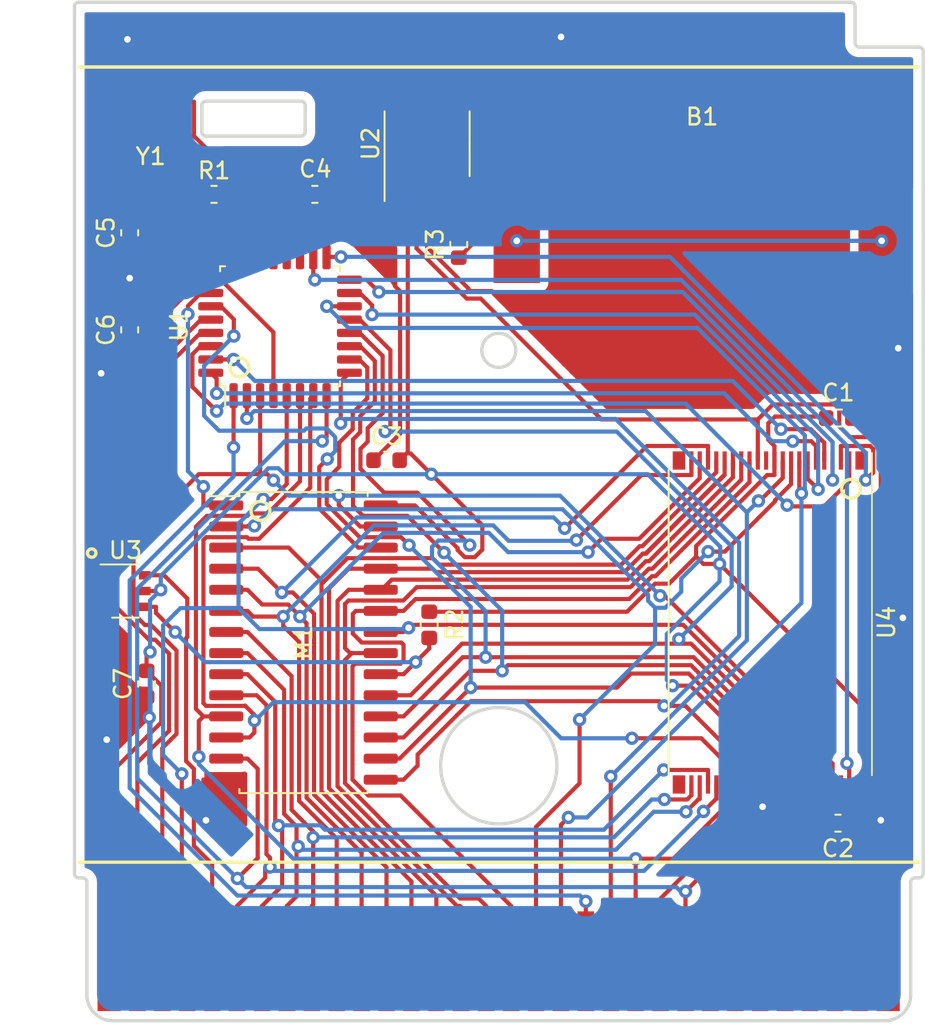
<source format=kicad_pcb>
(kicad_pcb (version 20171130) (host pcbnew "(5.1.5)-3")

  (general
    (thickness 0.8)
    (drawings 39)
    (tracks 886)
    (zones 0)
    (modules 18)
    (nets 57)
  )

  (page A4)
  (layers
    (0 F.Cu signal)
    (31 B.Cu signal)
    (32 B.Adhes user)
    (33 F.Adhes user)
    (34 B.Paste user)
    (35 F.Paste user)
    (36 B.SilkS user)
    (37 F.SilkS user)
    (38 B.Mask user)
    (39 F.Mask user)
    (40 Dwgs.User user)
    (41 Cmts.User user)
    (42 Eco1.User user)
    (43 Eco2.User user)
    (44 Edge.Cuts user)
    (45 Margin user)
    (46 B.CrtYd user)
    (47 F.CrtYd user)
    (48 B.Fab user)
    (49 F.Fab user)
  )

  (setup
    (last_trace_width 0.25)
    (trace_clearance 0.2)
    (zone_clearance 0.508)
    (zone_45_only no)
    (trace_min 0.2)
    (via_size 0.8)
    (via_drill 0.4)
    (via_min_size 0.4)
    (via_min_drill 0.3)
    (uvia_size 0.3)
    (uvia_drill 0.1)
    (uvias_allowed no)
    (uvia_min_size 0.2)
    (uvia_min_drill 0.1)
    (edge_width 0.2)
    (segment_width 0.2)
    (pcb_text_width 0.3)
    (pcb_text_size 1.5 1.5)
    (mod_edge_width 0.15)
    (mod_text_size 1 1)
    (mod_text_width 0.15)
    (pad_size 1.524 1.524)
    (pad_drill 0.762)
    (pad_to_mask_clearance 0.0508)
    (solder_mask_min_width 0.25)
    (aux_axis_origin 0 0)
    (visible_elements 7FFFEFFF)
    (pcbplotparams
      (layerselection 0x3ffff_ffffffff)
      (usegerberextensions false)
      (usegerberattributes false)
      (usegerberadvancedattributes false)
      (creategerberjobfile false)
      (excludeedgelayer true)
      (linewidth 0.100000)
      (plotframeref false)
      (viasonmask false)
      (mode 1)
      (useauxorigin false)
      (hpglpennumber 1)
      (hpglpenspeed 20)
      (hpglpendiameter 15.000000)
      (psnegative false)
      (psa4output false)
      (plotreference true)
      (plotvalue true)
      (plotinvisibletext false)
      (padsonsilk false)
      (subtractmaskfromsilk false)
      (outputformat 1)
      (mirror false)
      (drillshape 0)
      (scaleselection 1)
      (outputdirectory "gerbers/"))
  )

  (net 0 "")
  (net 1 GND)
  (net 2 "Net-(R3-Pad2)")
  (net 3 "Net-(B1-Pad1)")
  (net 4 "Net-(U1-Pad21)")
  (net 5 "Net-(C5-Pad2)")
  (net 6 "Net-(U0-Pad31)")
  (net 7 "Net-(U2-Pad5)")
  (net 8 "Net-(U2-Pad7)")
  (net 9 "Net-(U4-Pad13)")
  (net 10 "Net-(U4-Pad42)")
  (net 11 VCC)
  (net 12 XIN)
  (net 13 PWR)
  (net 14 AA14)
  (net 15 A12)
  (net 16 A7)
  (net 17 A6)
  (net 18 A5)
  (net 19 A4)
  (net 20 A3)
  (net 21 A2)
  (net 22 A1)
  (net 23 A0)
  (net 24 D0)
  (net 25 D1)
  (net 26 D2)
  (net 27 D3)
  (net 28 D4)
  (net 29 D5)
  (net 30 D6)
  (net 31 D7)
  (net 32 "#CE")
  (net 33 A10)
  (net 34 \RD)
  (net 35 A11)
  (net 36 A9)
  (net 37 A8)
  (net 38 AA13)
  (net 39 \WR)
  (net 40 XOUT)
  (net 41 CLK)
  (net 42 CS)
  (net 43 A13)
  (net 44 A14)
  (net 45 A15)
  (net 46 RESET)
  (net 47 \RST)
  (net 48 RA14)
  (net 49 RA17)
  (net 50 RA18)
  (net 51 RA20)
  (net 52 \RAMCS)
  (net 53 RA19)
  (net 54 RA16)
  (net 55 RA15)
  (net 56 "Net-(U4-Pad45)")

  (net_class Default "This is the default net class."
    (clearance 0.2)
    (trace_width 0.25)
    (via_dia 0.8)
    (via_drill 0.4)
    (uvia_dia 0.3)
    (uvia_drill 0.1)
    (add_net "#CE")
    (add_net A0)
    (add_net A1)
    (add_net A10)
    (add_net A11)
    (add_net A12)
    (add_net A13)
    (add_net A14)
    (add_net A15)
    (add_net A2)
    (add_net A3)
    (add_net A4)
    (add_net A5)
    (add_net A6)
    (add_net A7)
    (add_net A8)
    (add_net A9)
    (add_net AA13)
    (add_net AA14)
    (add_net CLK)
    (add_net CS)
    (add_net D0)
    (add_net D1)
    (add_net D2)
    (add_net D3)
    (add_net D4)
    (add_net D5)
    (add_net D6)
    (add_net D7)
    (add_net GND)
    (add_net "Net-(B1-Pad1)")
    (add_net "Net-(C5-Pad2)")
    (add_net "Net-(R3-Pad2)")
    (add_net "Net-(U0-Pad31)")
    (add_net "Net-(U1-Pad21)")
    (add_net "Net-(U2-Pad5)")
    (add_net "Net-(U2-Pad7)")
    (add_net "Net-(U4-Pad13)")
    (add_net "Net-(U4-Pad42)")
    (add_net "Net-(U4-Pad45)")
    (add_net PWR)
    (add_net RA14)
    (add_net RA15)
    (add_net RA16)
    (add_net RA17)
    (add_net RA18)
    (add_net RA19)
    (add_net RA20)
    (add_net RESET)
    (add_net VCC)
    (add_net XIN)
    (add_net XOUT)
    (add_net \RAMCS)
    (add_net \RD)
    (add_net \RST)
    (add_net \WR)
  )

  (module Custom:AM29F0XX (layer F.Cu) (tedit 5D8888E4) (tstamp 5EAE0683)
    (at 158.966 106.032 270)
    (descr "TSOP I, 32 pins, 18.4x8mm body (https://www.micron.com/~/media/documents/products/technical-note/nor-flash/tn1225_land_pad_design.pdf)")
    (tags "TSOP I 32")
    (path /5D1B622C)
    (attr smd)
    (fp_text reference U4 (at 0 -7 90) (layer F.SilkS)
      (effects (font (size 1 1) (thickness 0.15)))
    )
    (fp_text value AM29F016 (at 0 7 90) (layer F.Fab)
      (effects (font (size 1 1) (thickness 0.15)))
    )
    (fp_line (start -8.2 -6) (end 9.2 -6) (layer F.Fab) (width 0.1))
    (fp_line (start -9.2 6) (end -9.2 -5) (layer F.Fab) (width 0.1))
    (fp_line (start 9.2 6) (end -9.2 6) (layer F.Fab) (width 0.1))
    (fp_line (start 9.2 -6) (end 9.2 6) (layer F.Fab) (width 0.1))
    (fp_text user AM29F0XX (at 0 0 90) (layer F.Fab)
      (effects (font (size 1 1) (thickness 0.15)))
    )
    (fp_line (start -8.2 -6) (end -9.2 -5) (layer F.Fab) (width 0.1))
    (fp_line (start 9.2 -6.12) (end -10.2 -6.12) (layer F.SilkS) (width 0.1))
    (fp_line (start -9.2 6.12) (end 9.2 6.12) (layer F.SilkS) (width 0.12))
    (fp_line (start -10.55 -6.25) (end 10.55 -6.25) (layer F.CrtYd) (width 0.05))
    (fp_line (start 10.55 -6.25) (end 10.55 6.25) (layer F.CrtYd) (width 0.05))
    (fp_line (start 10.55 6.25) (end -10.55 6.25) (layer F.CrtYd) (width 0.05))
    (fp_line (start -10.55 6.25) (end -10.55 -6.25) (layer F.CrtYd) (width 0.05))
    (fp_text user %R (at 0 0 90) (layer F.Fab)
      (effects (font (size 1 1) (thickness 0.15)))
    )
    (pad "25 | 26" smd rect (at 9.75 5.5 270) (size 1.1 0.75) (layers F.Cu F.Paste F.Mask))
    (pad "47 | 48" smd rect (at 9.75 -5.5 270) (size 1.1 0.75) (layers F.Cu F.Paste F.Mask))
    (pad "23 | 24" smd rect (at -9.75 5.5 270) (size 1.1 0.75) (layers F.Cu F.Paste F.Mask))
    (pad "1 | 2" smd rect (at -9.75 -5.5 270) (size 1.1 0.75) (layers F.Cu F.Paste F.Mask))
    (pad 46 smd rect (at 9.75 -4.75 270) (size 1.1 0.25) (layers F.Cu F.Paste F.Mask)
      (net 51 RA20))
    (pad 45 smd rect (at 9.75 -4.25 270) (size 1.1 0.25) (layers F.Cu F.Paste F.Mask)
      (net 56 "Net-(U4-Pad45)"))
    (pad 44 smd rect (at 9.75 -3.75 270) (size 1.1 0.25) (layers F.Cu F.Paste F.Mask)
      (net 39 \WR))
    (pad 43 smd rect (at 9.75 -3.25 270) (size 1.1 0.25) (layers F.Cu F.Paste F.Mask)
      (net 34 \RD))
    (pad 42 smd rect (at 9.75 -2.75 270) (size 1.1 0.25) (layers F.Cu F.Paste F.Mask)
      (net 10 "Net-(U4-Pad42)"))
    (pad 41 smd rect (at 9.75 -2.25 270) (size 1.1 0.25) (layers F.Cu F.Paste F.Mask)
      (net 31 D7))
    (pad 40 smd rect (at 9.75 -1.75 270) (size 1.1 0.25) (layers F.Cu F.Paste F.Mask)
      (net 30 D6))
    (pad 39 smd rect (at 9.75 -1.25 270) (size 1.1 0.25) (layers F.Cu F.Paste F.Mask)
      (net 29 D5))
    (pad 38 smd rect (at 9.75 -0.75 270) (size 1.1 0.25) (layers F.Cu F.Paste F.Mask)
      (net 28 D4))
    (pad 37 smd rect (at 9.75 -0.25 270) (size 1.1 0.25) (layers F.Cu F.Paste F.Mask)
      (net 11 VCC))
    (pad 36 smd rect (at 9.75 0.25 270) (size 1.1 0.25) (layers F.Cu F.Paste F.Mask)
      (net 1 GND))
    (pad 35 smd rect (at 9.75 0.75 270) (size 1.1 0.25) (layers F.Cu F.Paste F.Mask)
      (net 1 GND))
    (pad 34 smd rect (at 9.75 1.25 270) (size 1.1 0.25) (layers F.Cu F.Paste F.Mask)
      (net 27 D3))
    (pad 33 smd rect (at 9.75 1.75 270) (size 1.1 0.25) (layers F.Cu F.Paste F.Mask)
      (net 26 D2))
    (pad 32 smd rect (at 9.75 2.25 270) (size 1.1 0.25) (layers F.Cu F.Paste F.Mask)
      (net 25 D1))
    (pad 31 smd rect (at 9.75 2.75 270) (size 1.1 0.25) (layers F.Cu F.Paste F.Mask)
      (net 24 D0))
    (pad 30 smd rect (at 9.75 3.25 270) (size 1.1 0.25) (layers F.Cu F.Paste F.Mask)
      (net 23 A0))
    (pad 29 smd rect (at 9.75 3.75 270) (size 1.1 0.25) (layers F.Cu F.Paste F.Mask)
      (net 22 A1))
    (pad 28 smd rect (at 9.75 4.25 270) (size 1.1 0.25) (layers F.Cu F.Paste F.Mask)
      (net 21 A2))
    (pad 27 smd rect (at 9.75 4.75 270) (size 1.1 0.25) (layers F.Cu F.Paste F.Mask)
      (net 20 A3))
    (pad 22 smd rect (at -9.75 4.75 270) (size 1.1 0.25) (layers F.Cu F.Paste F.Mask)
      (net 19 A4))
    (pad 21 smd rect (at -9.75 4.25 270) (size 1.1 0.25) (layers F.Cu F.Paste F.Mask)
      (net 18 A5))
    (pad 20 smd rect (at -9.75 3.75 270) (size 1.1 0.25) (layers F.Cu F.Paste F.Mask)
      (net 17 A6))
    (pad 19 smd rect (at -9.75 3.25 270) (size 1.1 0.25) (layers F.Cu F.Paste F.Mask)
      (net 16 A7))
    (pad 18 smd rect (at -9.75 2.75 270) (size 1.1 0.25) (layers F.Cu F.Paste F.Mask)
      (net 37 A8))
    (pad 17 smd rect (at -9.75 2.25 270) (size 1.1 0.25) (layers F.Cu F.Paste F.Mask)
      (net 36 A9))
    (pad 16 smd rect (at -9.75 1.75 270) (size 1.1 0.25) (layers F.Cu F.Paste F.Mask)
      (net 33 A10))
    (pad 15 smd rect (at -9.75 1.25 270) (size 1.1 0.25) (layers F.Cu F.Paste F.Mask)
      (net 35 A11))
    (pad 14 smd rect (at -9.75 0.75 270) (size 1.1 0.25) (layers F.Cu F.Paste F.Mask)
      (net 46 RESET))
    (pad 13 smd rect (at -9.75 0.25 270) (size 1.1 0.25) (layers F.Cu F.Paste F.Mask)
      (net 9 "Net-(U4-Pad13)"))
    (pad 12 smd rect (at -9.75 -0.25 270) (size 1.1 0.25) (layers F.Cu F.Paste F.Mask)
      (net 11 VCC))
    (pad 11 smd rect (at -9.75 -0.75 270) (size 1.1 0.25) (layers F.Cu F.Paste F.Mask)
      (net 45 A15))
    (pad 10 smd rect (at -9.75 -1.25 270) (size 1.1 0.25) (layers F.Cu F.Paste F.Mask)
      (net 15 A12))
    (pad 9 smd rect (at -9.75 -1.75 270) (size 1.1 0.25) (layers F.Cu F.Paste F.Mask)
      (net 43 A13))
    (pad 8 smd rect (at -9.75 -2.25 270) (size 1.1 0.25) (layers F.Cu F.Paste F.Mask)
      (net 48 RA14))
    (pad 7 smd rect (at -9.75 -2.75 270) (size 1.1 0.25) (layers F.Cu F.Paste F.Mask)
      (net 55 RA15))
    (pad 6 smd rect (at -9.75 -3.25 270) (size 1.1 0.25) (layers F.Cu F.Paste F.Mask)
      (net 54 RA16))
    (pad 5 smd rect (at -9.75 -3.75 270) (size 1.1 0.25) (layers F.Cu F.Paste F.Mask)
      (net 49 RA17))
    (pad 4 smd rect (at -9.75 -4.25 270) (size 1.1 0.25) (layers F.Cu F.Paste F.Mask)
      (net 50 RA18))
    (pad 3 smd rect (at -9.75 -4.75 270) (size 1.1 0.25) (layers F.Cu F.Paste F.Mask)
      (net 53 RA19))
    (model ${KISYS3DMOD}/Package_SO.3dshapes/TSOP-I-48_18.4x12mm_P0.5mm.wrl
      (at (xyz 0 0 0))
      (scale (xyz 1 1 1))
      (rotate (xyz 0 0 0))
    )
  )

  (module Custom:BK-6219-TR (layer F.Cu) (tedit 5EB49CF1) (tstamp 5EAE11C7)
    (at 154.686 83.058)
    (path /5BF06F96)
    (fp_text reference B1 (at 0.17272 -7.46434) (layer F.SilkS)
      (effects (font (size 1 1) (thickness 0.15)))
    )
    (fp_text value Battery_Cell (at 0.17272 -12.49934) (layer F.Fab)
      (effects (font (size 1 1) (thickness 0.15)))
    )
    (pad 2 smd circle (at 0 0) (size 12.7 12.7) (layers F.Cu F.Paste F.Mask)
      (net 1 GND))
    (pad 1 smd rect (at -10.985 0) (size 2.79 5.08) (layers F.Cu F.Paste F.Mask)
      (net 3 "Net-(B1-Pad1)"))
    (pad 1 smd rect (at 10.985 0) (size 2.79 5.08) (layers F.Cu F.Paste F.Mask)
      (net 3 "Net-(B1-Pad1)"))
    (model ${KISYS3DMOD}/Custom.3dshapes/BK-6219-TR.STEP
      (at (xyz 0 0 0))
      (scale (xyz 1 1 1))
      (rotate (xyz -90 0 180))
    )
  )

  (module Custom:Resonator_SMD_muRata_CDSCB-2pin_4.5x2.0mm_HandSoldering locked (layer F.Cu) (tedit 5EB49C26) (tstamp 5C77CC50)
    (at 121.666 75.692 90)
    (descr "SMD Resomator/Filter Murata CDSCB, http://cdn-reichelt.de/documents/datenblatt/B400/SFECV-107.pdf, hand-soldering, 4.5x2.0mm^2 package")
    (tags "SMD SMT ceramic resonator filter filter hand-soldering")
    (path /5BD88FC9)
    (attr smd)
    (fp_text reference Y1 (at -2.286 0 180) (layer F.SilkS)
      (effects (font (size 1 1) (thickness 0.15)))
    )
    (fp_text value Crystal (at -0.0381 6.06044 180) (layer F.Fab)
      (effects (font (size 1 1) (thickness 0.15)))
    )
    (fp_text user %R (at 0 0 270) (layer F.Fab)
      (effects (font (size 1 1) (thickness 0.15)))
    )
    (pad 1 smd rect (at -1 0 90) (size 1 4.55) (layers F.Cu F.Paste F.Mask)
      (net 5 "Net-(C5-Pad2)"))
    (pad 2 smd rect (at 1 0 90) (size 1 4.55) (layers F.Cu F.Paste F.Mask)
      (net 12 XIN))
    (model ${KISYS3DMOD}/Crystals.3dshapes/Resonator_SMD_muRata_CDSCB-2pin_4.5x2.0mm_HandSoldering.wrl
      (at (xyz 0 0 0))
      (scale (xyz 1 1 1))
      (rotate (xyz 0 0 0))
    )
    (model ${KISYS3DMOD}/Crystal.3dshapes/Crystal_DS26_D2.0mm_L6.0mm_Vertical.wrl
      (offset (xyz -1 -2 0))
      (scale (xyz 1 1 1))
      (rotate (xyz -90 0 0))
    )
  )

  (module Package_SO:TSOP-6_1.65x3.05mm_P0.95mm (layer F.Cu) (tedit 5A02F25C) (tstamp 5C77E147)
    (at 120.142 104.14)
    (descr "TSOP-6 package (comparable to TSOT-23), https://www.vishay.com/docs/71200/71200.pdf")
    (tags "Jedec MO-193C TSOP-6L")
    (path /5BCB6CA8)
    (attr smd)
    (fp_text reference U3 (at 0 -2.45) (layer F.SilkS)
      (effects (font (size 1 1) (thickness 0.15)))
    )
    (fp_text value 74LVC1G332GW,125 (at 0 2.5) (layer F.Fab)
      (effects (font (size 1 1) (thickness 0.15)))
    )
    (fp_line (start 1.76 1.77) (end -1.76 1.77) (layer F.CrtYd) (width 0.05))
    (fp_line (start 1.76 1.77) (end 1.76 -1.78) (layer F.CrtYd) (width 0.05))
    (fp_line (start -1.76 -1.78) (end -1.76 1.77) (layer F.CrtYd) (width 0.05))
    (fp_line (start -1.76 -1.78) (end 1.76 -1.78) (layer F.CrtYd) (width 0.05))
    (fp_line (start 0.825 -1.525) (end 0.825 1.525) (layer F.Fab) (width 0.1))
    (fp_line (start 0.825 1.525) (end -0.825 1.525) (layer F.Fab) (width 0.1))
    (fp_line (start -0.825 -1.1) (end -0.825 1.525) (layer F.Fab) (width 0.1))
    (fp_line (start 0.825 -1.525) (end -0.425 -1.525) (layer F.Fab) (width 0.1))
    (fp_line (start -0.825 -1.1) (end -0.425 -1.525) (layer F.Fab) (width 0.1))
    (fp_line (start 0.8 -1.6) (end -1.5 -1.6) (layer F.SilkS) (width 0.12))
    (fp_line (start -0.8 1.6) (end 0.8 1.6) (layer F.SilkS) (width 0.12))
    (fp_text user %R (at 0 0 90) (layer F.Fab)
      (effects (font (size 0.5 0.5) (thickness 0.075)))
    )
    (pad 6 smd rect (at 1.16 -0.95) (size 0.7 0.51) (layers F.Cu F.Paste F.Mask)
      (net 42 CS))
    (pad 5 smd rect (at 1.16 0) (size 0.7 0.51) (layers F.Cu F.Paste F.Mask)
      (net 11 VCC))
    (pad 4 smd rect (at 1.16 0.95) (size 0.7 0.51) (layers F.Cu F.Paste F.Mask)
      (net 32 "#CE"))
    (pad 3 smd rect (at -1.16 0.95) (size 0.7 0.51) (layers F.Cu F.Paste F.Mask)
      (net 41 CLK))
    (pad 2 smd rect (at -1.16 0) (size 0.7 0.51) (layers F.Cu F.Paste F.Mask)
      (net 1 GND))
    (pad 1 smd rect (at -1.16 -0.95) (size 0.7 0.51) (layers F.Cu F.Paste F.Mask)
      (net 52 \RAMCS))
    (model ${KISYS3DMOD}/Package_SO.3dshapes/TSOP-6_1.65x3.05mm_P0.95mm.wrl
      (at (xyz 0 0 0))
      (scale (xyz 1 1 1))
      (rotate (xyz 0 0 0))
    )
  )

  (module Package_SO:SOIC-28W_7.5x17.9mm_P1.27mm (layer F.Cu) (tedit 5C97300E) (tstamp 5D1CF7E8)
    (at 130.861 107.239)
    (descr "SOIC, 28 Pin (JEDEC MS-013AE, https://www.analog.com/media/en/package-pcb-resources/package/35833120341221rw_28.pdf), generated with kicad-footprint-generator ipc_gullwing_generator.py")
    (tags "SOIC SO")
    (path /5BCB6AB8)
    (attr smd)
    (fp_text reference M1 (at -0.0002 -0.0002 90) (layer F.SilkS)
      (effects (font (size 1 1) (thickness 0.15)))
    )
    (fp_text value FM18W08 (at 0 10.05) (layer F.Fab)
      (effects (font (size 1 1) (thickness 0.15)))
    )
    (fp_text user %R (at 0 0) (layer F.Fab)
      (effects (font (size 1 1) (thickness 0.15)))
    )
    (fp_line (start 5.93 -9.2) (end -5.93 -9.2) (layer F.CrtYd) (width 0.05))
    (fp_line (start 5.93 9.2) (end 5.93 -9.2) (layer F.CrtYd) (width 0.05))
    (fp_line (start -5.93 9.2) (end 5.93 9.2) (layer F.CrtYd) (width 0.05))
    (fp_line (start -5.93 -9.2) (end -5.93 9.2) (layer F.CrtYd) (width 0.05))
    (fp_line (start -3.75 -7.95) (end -2.75 -8.95) (layer F.Fab) (width 0.1))
    (fp_line (start -3.75 8.95) (end -3.75 -7.95) (layer F.Fab) (width 0.1))
    (fp_line (start 3.75 8.95) (end -3.75 8.95) (layer F.Fab) (width 0.1))
    (fp_line (start 3.75 -8.95) (end 3.75 8.95) (layer F.Fab) (width 0.1))
    (fp_line (start -2.75 -8.95) (end 3.75 -8.95) (layer F.Fab) (width 0.1))
    (fp_line (start -3.86 -8.815) (end -5.675 -8.815) (layer F.SilkS) (width 0.12))
    (fp_line (start -3.86 -9.06) (end -3.86 -8.815) (layer F.SilkS) (width 0.12))
    (fp_line (start 0 -9.06) (end -3.86 -9.06) (layer F.SilkS) (width 0.12))
    (fp_line (start 3.86 -9.06) (end 3.86 -8.815) (layer F.SilkS) (width 0.12))
    (fp_line (start 0 -9.06) (end 3.86 -9.06) (layer F.SilkS) (width 0.12))
    (fp_line (start -3.86 9.06) (end -3.86 8.815) (layer F.SilkS) (width 0.12))
    (fp_line (start 0 9.06) (end -3.86 9.06) (layer F.SilkS) (width 0.12))
    (fp_line (start 3.86 9.06) (end 3.86 8.815) (layer F.SilkS) (width 0.12))
    (fp_line (start 0 9.06) (end 3.86 9.06) (layer F.SilkS) (width 0.12))
    (pad 28 smd roundrect (at 4.65 -8.255) (size 2.05 0.6) (layers F.Cu F.Paste F.Mask) (roundrect_rratio 0.25)
      (net 11 VCC))
    (pad 27 smd roundrect (at 4.65 -6.985) (size 2.05 0.6) (layers F.Cu F.Paste F.Mask) (roundrect_rratio 0.25)
      (net 39 \WR))
    (pad 26 smd roundrect (at 4.65 -5.715) (size 2.05 0.6) (layers F.Cu F.Paste F.Mask) (roundrect_rratio 0.25)
      (net 38 AA13))
    (pad 25 smd roundrect (at 4.65 -4.445) (size 2.05 0.6) (layers F.Cu F.Paste F.Mask) (roundrect_rratio 0.25)
      (net 37 A8))
    (pad 24 smd roundrect (at 4.65 -3.175) (size 2.05 0.6) (layers F.Cu F.Paste F.Mask) (roundrect_rratio 0.25)
      (net 36 A9))
    (pad 23 smd roundrect (at 4.65 -1.905) (size 2.05 0.6) (layers F.Cu F.Paste F.Mask) (roundrect_rratio 0.25)
      (net 35 A11))
    (pad 22 smd roundrect (at 4.65 -0.635) (size 2.05 0.6) (layers F.Cu F.Paste F.Mask) (roundrect_rratio 0.25)
      (net 34 \RD))
    (pad 21 smd roundrect (at 4.65 0.635) (size 2.05 0.6) (layers F.Cu F.Paste F.Mask) (roundrect_rratio 0.25)
      (net 33 A10))
    (pad 20 smd roundrect (at 4.65 1.905) (size 2.05 0.6) (layers F.Cu F.Paste F.Mask) (roundrect_rratio 0.25)
      (net 32 "#CE"))
    (pad 19 smd roundrect (at 4.65 3.175) (size 2.05 0.6) (layers F.Cu F.Paste F.Mask) (roundrect_rratio 0.25)
      (net 31 D7))
    (pad 18 smd roundrect (at 4.65 4.445) (size 2.05 0.6) (layers F.Cu F.Paste F.Mask) (roundrect_rratio 0.25)
      (net 30 D6))
    (pad 17 smd roundrect (at 4.65 5.715) (size 2.05 0.6) (layers F.Cu F.Paste F.Mask) (roundrect_rratio 0.25)
      (net 29 D5))
    (pad 16 smd roundrect (at 4.65 6.985) (size 2.05 0.6) (layers F.Cu F.Paste F.Mask) (roundrect_rratio 0.25)
      (net 28 D4))
    (pad 15 smd roundrect (at 4.65 8.255) (size 2.05 0.6) (layers F.Cu F.Paste F.Mask) (roundrect_rratio 0.25)
      (net 27 D3))
    (pad 14 smd roundrect (at -4.65 8.255) (size 2.05 0.6) (layers F.Cu F.Paste F.Mask) (roundrect_rratio 0.25)
      (net 1 GND))
    (pad 13 smd roundrect (at -4.65 6.985) (size 2.05 0.6) (layers F.Cu F.Paste F.Mask) (roundrect_rratio 0.25)
      (net 26 D2))
    (pad 12 smd roundrect (at -4.65 5.715) (size 2.05 0.6) (layers F.Cu F.Paste F.Mask) (roundrect_rratio 0.25)
      (net 25 D1))
    (pad 11 smd roundrect (at -4.65 4.445) (size 2.05 0.6) (layers F.Cu F.Paste F.Mask) (roundrect_rratio 0.25)
      (net 24 D0))
    (pad 10 smd roundrect (at -4.65 3.175) (size 2.05 0.6) (layers F.Cu F.Paste F.Mask) (roundrect_rratio 0.25)
      (net 23 A0))
    (pad 9 smd roundrect (at -4.65 1.905) (size 2.05 0.6) (layers F.Cu F.Paste F.Mask) (roundrect_rratio 0.25)
      (net 22 A1))
    (pad 8 smd roundrect (at -4.65 0.635) (size 2.05 0.6) (layers F.Cu F.Paste F.Mask) (roundrect_rratio 0.25)
      (net 21 A2))
    (pad 7 smd roundrect (at -4.65 -0.635) (size 2.05 0.6) (layers F.Cu F.Paste F.Mask) (roundrect_rratio 0.25)
      (net 20 A3))
    (pad 6 smd roundrect (at -4.65 -1.905) (size 2.05 0.6) (layers F.Cu F.Paste F.Mask) (roundrect_rratio 0.25)
      (net 19 A4))
    (pad 5 smd roundrect (at -4.65 -3.175) (size 2.05 0.6) (layers F.Cu F.Paste F.Mask) (roundrect_rratio 0.25)
      (net 18 A5))
    (pad 4 smd roundrect (at -4.65 -4.445) (size 2.05 0.6) (layers F.Cu F.Paste F.Mask) (roundrect_rratio 0.25)
      (net 17 A6))
    (pad 3 smd roundrect (at -4.65 -5.715) (size 2.05 0.6) (layers F.Cu F.Paste F.Mask) (roundrect_rratio 0.25)
      (net 16 A7))
    (pad 2 smd roundrect (at -4.65 -6.985) (size 2.05 0.6) (layers F.Cu F.Paste F.Mask) (roundrect_rratio 0.25)
      (net 15 A12))
    (pad 1 smd roundrect (at -4.65 -8.255) (size 2.05 0.6) (layers F.Cu F.Paste F.Mask) (roundrect_rratio 0.25)
      (net 14 AA14))
    (model ${KISYS3DMOD}/Package_SO.3dshapes/SOIC-28W_7.5x17.9mm_P1.27mm.wrl
      (at (xyz 0 0 0))
      (scale (xyz 1 1 1))
      (rotate (xyz 0 0 0))
    )
  )

  (module Capacitor_SMD:C_0603_1608Metric locked (layer F.Cu) (tedit 5B301BBE) (tstamp 5C77E7FF)
    (at 163.119 93.726 180)
    (descr "Capacitor SMD 0603 (1608 Metric), square (rectangular) end terminal, IPC_7351 nominal, (Body size source: http://www.tortai-tech.com/upload/download/2011102023233369053.pdf), generated with kicad-footprint-generator")
    (tags capacitor)
    (path /5BE555BE)
    (attr smd)
    (fp_text reference C1 (at 0.051 1.524 180) (layer F.SilkS)
      (effects (font (size 1 1) (thickness 0.15)))
    )
    (fp_text value "0.1 uF" (at 0 1.43 180) (layer F.Fab)
      (effects (font (size 1 1) (thickness 0.15)))
    )
    (fp_text user %R (at 0 0 180) (layer F.Fab)
      (effects (font (size 0.4 0.4) (thickness 0.06)))
    )
    (fp_line (start 1.48 0.73) (end -1.48 0.73) (layer F.CrtYd) (width 0.05))
    (fp_line (start 1.48 -0.73) (end 1.48 0.73) (layer F.CrtYd) (width 0.05))
    (fp_line (start -1.48 -0.73) (end 1.48 -0.73) (layer F.CrtYd) (width 0.05))
    (fp_line (start -1.48 0.73) (end -1.48 -0.73) (layer F.CrtYd) (width 0.05))
    (fp_line (start -0.162779 0.51) (end 0.162779 0.51) (layer F.SilkS) (width 0.12))
    (fp_line (start -0.162779 -0.51) (end 0.162779 -0.51) (layer F.SilkS) (width 0.12))
    (fp_line (start 0.8 0.4) (end -0.8 0.4) (layer F.Fab) (width 0.1))
    (fp_line (start 0.8 -0.4) (end 0.8 0.4) (layer F.Fab) (width 0.1))
    (fp_line (start -0.8 -0.4) (end 0.8 -0.4) (layer F.Fab) (width 0.1))
    (fp_line (start -0.8 0.4) (end -0.8 -0.4) (layer F.Fab) (width 0.1))
    (pad 2 smd roundrect (at 0.7875 0 180) (size 0.875 0.95) (layers F.Cu F.Paste F.Mask) (roundrect_rratio 0.25)
      (net 11 VCC))
    (pad 1 smd roundrect (at -0.7875 0 180) (size 0.875 0.95) (layers F.Cu F.Paste F.Mask) (roundrect_rratio 0.25)
      (net 1 GND))
    (model ${KISYS3DMOD}/Capacitor_SMD.3dshapes/C_0603_1608Metric.wrl
      (at (xyz 0 0 0))
      (scale (xyz 1 1 1))
      (rotate (xyz 0 0 0))
    )
  )

  (module Capacitor_SMD:C_0603_1608Metric locked (layer F.Cu) (tedit 5B301BBE) (tstamp 5C77E80F)
    (at 163.042 118.11)
    (descr "Capacitor SMD 0603 (1608 Metric), square (rectangular) end terminal, IPC_7351 nominal, (Body size source: http://www.tortai-tech.com/upload/download/2011102023233369053.pdf), generated with kicad-footprint-generator")
    (tags capacitor)
    (path /5BE399F7)
    (attr smd)
    (fp_text reference C2 (at 0 1.524 180) (layer F.SilkS)
      (effects (font (size 1 1) (thickness 0.15)))
    )
    (fp_text value "0.1 uF" (at 0 1.43 180) (layer F.Fab)
      (effects (font (size 1 1) (thickness 0.15)))
    )
    (fp_text user %R (at 0 0 180) (layer F.Fab)
      (effects (font (size 0.4 0.4) (thickness 0.06)))
    )
    (fp_line (start 1.48 0.73) (end -1.48 0.73) (layer F.CrtYd) (width 0.05))
    (fp_line (start 1.48 -0.73) (end 1.48 0.73) (layer F.CrtYd) (width 0.05))
    (fp_line (start -1.48 -0.73) (end 1.48 -0.73) (layer F.CrtYd) (width 0.05))
    (fp_line (start -1.48 0.73) (end -1.48 -0.73) (layer F.CrtYd) (width 0.05))
    (fp_line (start -0.162779 0.51) (end 0.162779 0.51) (layer F.SilkS) (width 0.12))
    (fp_line (start -0.162779 -0.51) (end 0.162779 -0.51) (layer F.SilkS) (width 0.12))
    (fp_line (start 0.8 0.4) (end -0.8 0.4) (layer F.Fab) (width 0.1))
    (fp_line (start 0.8 -0.4) (end 0.8 0.4) (layer F.Fab) (width 0.1))
    (fp_line (start -0.8 -0.4) (end 0.8 -0.4) (layer F.Fab) (width 0.1))
    (fp_line (start -0.8 0.4) (end -0.8 -0.4) (layer F.Fab) (width 0.1))
    (pad 2 smd roundrect (at 0.7875 0) (size 0.875 0.95) (layers F.Cu F.Paste F.Mask) (roundrect_rratio 0.25)
      (net 1 GND))
    (pad 1 smd roundrect (at -0.7875 0) (size 0.875 0.95) (layers F.Cu F.Paste F.Mask) (roundrect_rratio 0.25)
      (net 11 VCC))
    (model ${KISYS3DMOD}/Capacitor_SMD.3dshapes/C_0603_1608Metric.wrl
      (at (xyz 0 0 0))
      (scale (xyz 1 1 1))
      (rotate (xyz 0 0 0))
    )
  )

  (module Capacitor_SMD:C_0603_1608Metric locked (layer F.Cu) (tedit 5B301BBE) (tstamp 5C77E81F)
    (at 135.864 96.266)
    (descr "Capacitor SMD 0603 (1608 Metric), square (rectangular) end terminal, IPC_7351 nominal, (Body size source: http://www.tortai-tech.com/upload/download/2011102023233369053.pdf), generated with kicad-footprint-generator")
    (tags capacitor)
    (path /5BDEEBDD)
    (attr smd)
    (fp_text reference C3 (at 0 -1.43) (layer F.SilkS)
      (effects (font (size 1 1) (thickness 0.15)))
    )
    (fp_text value "0.1 uF" (at 0 1.43) (layer F.Fab)
      (effects (font (size 1 1) (thickness 0.15)))
    )
    (fp_text user %R (at 0 0) (layer F.Fab)
      (effects (font (size 0.4 0.4) (thickness 0.06)))
    )
    (fp_line (start 1.48 0.73) (end -1.48 0.73) (layer F.CrtYd) (width 0.05))
    (fp_line (start 1.48 -0.73) (end 1.48 0.73) (layer F.CrtYd) (width 0.05))
    (fp_line (start -1.48 -0.73) (end 1.48 -0.73) (layer F.CrtYd) (width 0.05))
    (fp_line (start -1.48 0.73) (end -1.48 -0.73) (layer F.CrtYd) (width 0.05))
    (fp_line (start -0.162779 0.51) (end 0.162779 0.51) (layer F.SilkS) (width 0.12))
    (fp_line (start -0.162779 -0.51) (end 0.162779 -0.51) (layer F.SilkS) (width 0.12))
    (fp_line (start 0.8 0.4) (end -0.8 0.4) (layer F.Fab) (width 0.1))
    (fp_line (start 0.8 -0.4) (end 0.8 0.4) (layer F.Fab) (width 0.1))
    (fp_line (start -0.8 -0.4) (end 0.8 -0.4) (layer F.Fab) (width 0.1))
    (fp_line (start -0.8 0.4) (end -0.8 -0.4) (layer F.Fab) (width 0.1))
    (pad 2 smd roundrect (at 0.7875 0) (size 0.875 0.95) (layers F.Cu F.Paste F.Mask) (roundrect_rratio 0.25)
      (net 11 VCC))
    (pad 1 smd roundrect (at -0.7875 0) (size 0.875 0.95) (layers F.Cu F.Paste F.Mask) (roundrect_rratio 0.25)
      (net 1 GND))
    (model ${KISYS3DMOD}/Capacitor_SMD.3dshapes/C_0603_1608Metric.wrl
      (at (xyz 0 0 0))
      (scale (xyz 1 1 1))
      (rotate (xyz 0 0 0))
    )
  )

  (module Capacitor_SMD:C_0603_1608Metric locked (layer F.Cu) (tedit 5B301BBE) (tstamp 5C77E82F)
    (at 131.546 80.264 180)
    (descr "Capacitor SMD 0603 (1608 Metric), square (rectangular) end terminal, IPC_7351 nominal, (Body size source: http://www.tortai-tech.com/upload/download/2011102023233369053.pdf), generated with kicad-footprint-generator")
    (tags capacitor)
    (path /5BD894FF)
    (attr smd)
    (fp_text reference C4 (at -0.0255 1.524 180) (layer F.SilkS)
      (effects (font (size 1 1) (thickness 0.15)))
    )
    (fp_text value "15 pF" (at 0 1.43 180) (layer F.Fab)
      (effects (font (size 1 1) (thickness 0.15)))
    )
    (fp_line (start -0.8 0.4) (end -0.8 -0.4) (layer F.Fab) (width 0.1))
    (fp_line (start -0.8 -0.4) (end 0.8 -0.4) (layer F.Fab) (width 0.1))
    (fp_line (start 0.8 -0.4) (end 0.8 0.4) (layer F.Fab) (width 0.1))
    (fp_line (start 0.8 0.4) (end -0.8 0.4) (layer F.Fab) (width 0.1))
    (fp_line (start -0.162779 -0.51) (end 0.162779 -0.51) (layer F.SilkS) (width 0.12))
    (fp_line (start -0.162779 0.51) (end 0.162779 0.51) (layer F.SilkS) (width 0.12))
    (fp_line (start -1.48 0.73) (end -1.48 -0.73) (layer F.CrtYd) (width 0.05))
    (fp_line (start -1.48 -0.73) (end 1.48 -0.73) (layer F.CrtYd) (width 0.05))
    (fp_line (start 1.48 -0.73) (end 1.48 0.73) (layer F.CrtYd) (width 0.05))
    (fp_line (start 1.48 0.73) (end -1.48 0.73) (layer F.CrtYd) (width 0.05))
    (fp_text user %R (at 0 0 180) (layer F.Fab)
      (effects (font (size 0.4 0.4) (thickness 0.06)))
    )
    (pad 1 smd roundrect (at -0.7875 0 180) (size 0.875 0.95) (layers F.Cu F.Paste F.Mask) (roundrect_rratio 0.25)
      (net 12 XIN))
    (pad 2 smd roundrect (at 0.7875 0 180) (size 0.875 0.95) (layers F.Cu F.Paste F.Mask) (roundrect_rratio 0.25)
      (net 1 GND))
    (model ${KISYS3DMOD}/Capacitor_SMD.3dshapes/C_0603_1608Metric.wrl
      (at (xyz 0 0 0))
      (scale (xyz 1 1 1))
      (rotate (xyz 0 0 0))
    )
  )

  (module Capacitor_SMD:C_0603_1608Metric locked (layer F.Cu) (tedit 5B301BBE) (tstamp 5C77E83F)
    (at 120.396 82.5755 90)
    (descr "Capacitor SMD 0603 (1608 Metric), square (rectangular) end terminal, IPC_7351 nominal, (Body size source: http://www.tortai-tech.com/upload/download/2011102023233369053.pdf), generated with kicad-footprint-generator")
    (tags capacitor)
    (path /5BD89478)
    (attr smd)
    (fp_text reference C5 (at 0 -1.43 90) (layer F.SilkS)
      (effects (font (size 1 1) (thickness 0.15)))
    )
    (fp_text value "15 pF" (at 0 1.43 90) (layer F.Fab)
      (effects (font (size 1 1) (thickness 0.15)))
    )
    (fp_text user %R (at 0 0 90) (layer F.Fab)
      (effects (font (size 0.4 0.4) (thickness 0.06)))
    )
    (fp_line (start 1.48 0.73) (end -1.48 0.73) (layer F.CrtYd) (width 0.05))
    (fp_line (start 1.48 -0.73) (end 1.48 0.73) (layer F.CrtYd) (width 0.05))
    (fp_line (start -1.48 -0.73) (end 1.48 -0.73) (layer F.CrtYd) (width 0.05))
    (fp_line (start -1.48 0.73) (end -1.48 -0.73) (layer F.CrtYd) (width 0.05))
    (fp_line (start -0.162779 0.51) (end 0.162779 0.51) (layer F.SilkS) (width 0.12))
    (fp_line (start -0.162779 -0.51) (end 0.162779 -0.51) (layer F.SilkS) (width 0.12))
    (fp_line (start 0.8 0.4) (end -0.8 0.4) (layer F.Fab) (width 0.1))
    (fp_line (start 0.8 -0.4) (end 0.8 0.4) (layer F.Fab) (width 0.1))
    (fp_line (start -0.8 -0.4) (end 0.8 -0.4) (layer F.Fab) (width 0.1))
    (fp_line (start -0.8 0.4) (end -0.8 -0.4) (layer F.Fab) (width 0.1))
    (pad 2 smd roundrect (at 0.7875 0 90) (size 0.875 0.95) (layers F.Cu F.Paste F.Mask) (roundrect_rratio 0.25)
      (net 5 "Net-(C5-Pad2)"))
    (pad 1 smd roundrect (at -0.7875 0 90) (size 0.875 0.95) (layers F.Cu F.Paste F.Mask) (roundrect_rratio 0.25)
      (net 1 GND))
    (model ${KISYS3DMOD}/Capacitor_SMD.3dshapes/C_0603_1608Metric.wrl
      (at (xyz 0 0 0))
      (scale (xyz 1 1 1))
      (rotate (xyz 0 0 0))
    )
  )

  (module Capacitor_SMD:C_0603_1608Metric locked (layer F.Cu) (tedit 5B301BBE) (tstamp 5C77E84F)
    (at 120.396 88.4175 90)
    (descr "Capacitor SMD 0603 (1608 Metric), square (rectangular) end terminal, IPC_7351 nominal, (Body size source: http://www.tortai-tech.com/upload/download/2011102023233369053.pdf), generated with kicad-footprint-generator")
    (tags capacitor)
    (path /5BCBDA23)
    (attr smd)
    (fp_text reference C6 (at 0 -1.43 90) (layer F.SilkS)
      (effects (font (size 1 1) (thickness 0.15)))
    )
    (fp_text value "0.1 uF" (at 0 1.43 90) (layer F.Fab)
      (effects (font (size 1 1) (thickness 0.15)))
    )
    (fp_line (start -0.8 0.4) (end -0.8 -0.4) (layer F.Fab) (width 0.1))
    (fp_line (start -0.8 -0.4) (end 0.8 -0.4) (layer F.Fab) (width 0.1))
    (fp_line (start 0.8 -0.4) (end 0.8 0.4) (layer F.Fab) (width 0.1))
    (fp_line (start 0.8 0.4) (end -0.8 0.4) (layer F.Fab) (width 0.1))
    (fp_line (start -0.162779 -0.51) (end 0.162779 -0.51) (layer F.SilkS) (width 0.12))
    (fp_line (start -0.162779 0.51) (end 0.162779 0.51) (layer F.SilkS) (width 0.12))
    (fp_line (start -1.48 0.73) (end -1.48 -0.73) (layer F.CrtYd) (width 0.05))
    (fp_line (start -1.48 -0.73) (end 1.48 -0.73) (layer F.CrtYd) (width 0.05))
    (fp_line (start 1.48 -0.73) (end 1.48 0.73) (layer F.CrtYd) (width 0.05))
    (fp_line (start 1.48 0.73) (end -1.48 0.73) (layer F.CrtYd) (width 0.05))
    (fp_text user %R (at 0 0 90) (layer F.Fab)
      (effects (font (size 0.4 0.4) (thickness 0.06)))
    )
    (pad 1 smd roundrect (at -0.7875 0 90) (size 0.875 0.95) (layers F.Cu F.Paste F.Mask) (roundrect_rratio 0.25)
      (net 13 PWR))
    (pad 2 smd roundrect (at 0.7875 0 90) (size 0.875 0.95) (layers F.Cu F.Paste F.Mask) (roundrect_rratio 0.25)
      (net 1 GND))
    (model ${KISYS3DMOD}/Capacitor_SMD.3dshapes/C_0603_1608Metric.wrl
      (at (xyz 0 0 0))
      (scale (xyz 1 1 1))
      (rotate (xyz 0 0 0))
    )
  )

  (module Capacitor_SMD:C_0603_1608Metric locked (layer F.Cu) (tedit 5B301BBE) (tstamp 5C77E85F)
    (at 121.412 109.728 90)
    (descr "Capacitor SMD 0603 (1608 Metric), square (rectangular) end terminal, IPC_7351 nominal, (Body size source: http://www.tortai-tech.com/upload/download/2011102023233369053.pdf), generated with kicad-footprint-generator")
    (tags capacitor)
    (path /5BE91543)
    (attr smd)
    (fp_text reference C7 (at 0 -1.43 90) (layer F.SilkS)
      (effects (font (size 1 1) (thickness 0.15)))
    )
    (fp_text value "0.1 uF" (at 0 1.43 90) (layer F.Fab)
      (effects (font (size 1 1) (thickness 0.15)))
    )
    (fp_line (start -0.8 0.4) (end -0.8 -0.4) (layer F.Fab) (width 0.1))
    (fp_line (start -0.8 -0.4) (end 0.8 -0.4) (layer F.Fab) (width 0.1))
    (fp_line (start 0.8 -0.4) (end 0.8 0.4) (layer F.Fab) (width 0.1))
    (fp_line (start 0.8 0.4) (end -0.8 0.4) (layer F.Fab) (width 0.1))
    (fp_line (start -0.162779 -0.51) (end 0.162779 -0.51) (layer F.SilkS) (width 0.12))
    (fp_line (start -0.162779 0.51) (end 0.162779 0.51) (layer F.SilkS) (width 0.12))
    (fp_line (start -1.48 0.73) (end -1.48 -0.73) (layer F.CrtYd) (width 0.05))
    (fp_line (start -1.48 -0.73) (end 1.48 -0.73) (layer F.CrtYd) (width 0.05))
    (fp_line (start 1.48 -0.73) (end 1.48 0.73) (layer F.CrtYd) (width 0.05))
    (fp_line (start 1.48 0.73) (end -1.48 0.73) (layer F.CrtYd) (width 0.05))
    (fp_text user %R (at 0 0 90) (layer F.Fab)
      (effects (font (size 0.4 0.4) (thickness 0.06)))
    )
    (pad 1 smd roundrect (at -0.7875 0 90) (size 0.875 0.95) (layers F.Cu F.Paste F.Mask) (roundrect_rratio 0.25)
      (net 1 GND))
    (pad 2 smd roundrect (at 0.7875 0 90) (size 0.875 0.95) (layers F.Cu F.Paste F.Mask) (roundrect_rratio 0.25)
      (net 11 VCC))
    (model ${KISYS3DMOD}/Capacitor_SMD.3dshapes/C_0603_1608Metric.wrl
      (at (xyz 0 0 0))
      (scale (xyz 1 1 1))
      (rotate (xyz 0 0 0))
    )
  )

  (module Resistor_SMD:R_0603_1608Metric locked (layer F.Cu) (tedit 5B301BBD) (tstamp 5C77E86F)
    (at 125.476 80.264)
    (descr "Resistor SMD 0603 (1608 Metric), square (rectangular) end terminal, IPC_7351 nominal, (Body size source: http://www.tortai-tech.com/upload/download/2011102023233369053.pdf), generated with kicad-footprint-generator")
    (tags resistor)
    (path /5BD9147D)
    (attr smd)
    (fp_text reference R1 (at 0 -1.43) (layer F.SilkS)
      (effects (font (size 1 1) (thickness 0.15)))
    )
    (fp_text value 300Kohm (at 0 1.43) (layer F.Fab)
      (effects (font (size 1 1) (thickness 0.15)))
    )
    (fp_line (start -0.8 0.4) (end -0.8 -0.4) (layer F.Fab) (width 0.1))
    (fp_line (start -0.8 -0.4) (end 0.8 -0.4) (layer F.Fab) (width 0.1))
    (fp_line (start 0.8 -0.4) (end 0.8 0.4) (layer F.Fab) (width 0.1))
    (fp_line (start 0.8 0.4) (end -0.8 0.4) (layer F.Fab) (width 0.1))
    (fp_line (start -0.162779 -0.51) (end 0.162779 -0.51) (layer F.SilkS) (width 0.12))
    (fp_line (start -0.162779 0.51) (end 0.162779 0.51) (layer F.SilkS) (width 0.12))
    (fp_line (start -1.48 0.73) (end -1.48 -0.73) (layer F.CrtYd) (width 0.05))
    (fp_line (start -1.48 -0.73) (end 1.48 -0.73) (layer F.CrtYd) (width 0.05))
    (fp_line (start 1.48 -0.73) (end 1.48 0.73) (layer F.CrtYd) (width 0.05))
    (fp_line (start 1.48 0.73) (end -1.48 0.73) (layer F.CrtYd) (width 0.05))
    (fp_text user %R (at 0 0) (layer F.Fab)
      (effects (font (size 0.4 0.4) (thickness 0.06)))
    )
    (pad 1 smd roundrect (at -0.7875 0) (size 0.875 0.95) (layers F.Cu F.Paste F.Mask) (roundrect_rratio 0.25)
      (net 40 XOUT))
    (pad 2 smd roundrect (at 0.7875 0) (size 0.875 0.95) (layers F.Cu F.Paste F.Mask) (roundrect_rratio 0.25)
      (net 5 "Net-(C5-Pad2)"))
    (model ${KISYS3DMOD}/Resistor_SMD.3dshapes/R_0603_1608Metric.wrl
      (at (xyz 0 0 0))
      (scale (xyz 1 1 1))
      (rotate (xyz 0 0 0))
    )
  )

  (module Resistor_SMD:R_0603_1608Metric locked (layer F.Cu) (tedit 5B301BBD) (tstamp 5C77E87F)
    (at 138.43 106.172 90)
    (descr "Resistor SMD 0603 (1608 Metric), square (rectangular) end terminal, IPC_7351 nominal, (Body size source: http://www.tortai-tech.com/upload/download/2011102023233369053.pdf), generated with kicad-footprint-generator")
    (tags resistor)
    (path /5BE8189D)
    (attr smd)
    (fp_text reference R2 (at 0 1.524 90) (layer F.SilkS)
      (effects (font (size 1 1) (thickness 0.15)))
    )
    (fp_text value "10 Kohm" (at 0 1.43 90) (layer F.Fab)
      (effects (font (size 1 1) (thickness 0.15)))
    )
    (fp_text user %R (at 0 0 90) (layer F.Fab)
      (effects (font (size 0.4 0.4) (thickness 0.06)))
    )
    (fp_line (start 1.48 0.73) (end -1.48 0.73) (layer F.CrtYd) (width 0.05))
    (fp_line (start 1.48 -0.73) (end 1.48 0.73) (layer F.CrtYd) (width 0.05))
    (fp_line (start -1.48 -0.73) (end 1.48 -0.73) (layer F.CrtYd) (width 0.05))
    (fp_line (start -1.48 0.73) (end -1.48 -0.73) (layer F.CrtYd) (width 0.05))
    (fp_line (start -0.162779 0.51) (end 0.162779 0.51) (layer F.SilkS) (width 0.12))
    (fp_line (start -0.162779 -0.51) (end 0.162779 -0.51) (layer F.SilkS) (width 0.12))
    (fp_line (start 0.8 0.4) (end -0.8 0.4) (layer F.Fab) (width 0.1))
    (fp_line (start 0.8 -0.4) (end 0.8 0.4) (layer F.Fab) (width 0.1))
    (fp_line (start -0.8 -0.4) (end 0.8 -0.4) (layer F.Fab) (width 0.1))
    (fp_line (start -0.8 0.4) (end -0.8 -0.4) (layer F.Fab) (width 0.1))
    (pad 2 smd roundrect (at 0.7875 0 90) (size 0.875 0.95) (layers F.Cu F.Paste F.Mask) (roundrect_rratio 0.25)
      (net 11 VCC))
    (pad 1 smd roundrect (at -0.7875 0 90) (size 0.875 0.95) (layers F.Cu F.Paste F.Mask) (roundrect_rratio 0.25)
      (net 32 "#CE"))
    (model ${KISYS3DMOD}/Resistor_SMD.3dshapes/R_0603_1608Metric.wrl
      (at (xyz 0 0 0))
      (scale (xyz 1 1 1))
      (rotate (xyz 0 0 0))
    )
  )

  (module Resistor_SMD:R_0603_1608Metric locked (layer F.Cu) (tedit 5B301BBD) (tstamp 5C77E88F)
    (at 140.208 83.2865 90)
    (descr "Resistor SMD 0603 (1608 Metric), square (rectangular) end terminal, IPC_7351 nominal, (Body size source: http://www.tortai-tech.com/upload/download/2011102023233369053.pdf), generated with kicad-footprint-generator")
    (tags resistor)
    (path /5BF73377)
    (attr smd)
    (fp_text reference R3 (at 0 -1.43 90) (layer F.SilkS)
      (effects (font (size 1 1) (thickness 0.15)))
    )
    (fp_text value "1 Kohm" (at 0 1.43 90) (layer F.Fab)
      (effects (font (size 1 1) (thickness 0.15)))
    )
    (fp_line (start -0.8 0.4) (end -0.8 -0.4) (layer F.Fab) (width 0.1))
    (fp_line (start -0.8 -0.4) (end 0.8 -0.4) (layer F.Fab) (width 0.1))
    (fp_line (start 0.8 -0.4) (end 0.8 0.4) (layer F.Fab) (width 0.1))
    (fp_line (start 0.8 0.4) (end -0.8 0.4) (layer F.Fab) (width 0.1))
    (fp_line (start -0.162779 -0.51) (end 0.162779 -0.51) (layer F.SilkS) (width 0.12))
    (fp_line (start -0.162779 0.51) (end 0.162779 0.51) (layer F.SilkS) (width 0.12))
    (fp_line (start -1.48 0.73) (end -1.48 -0.73) (layer F.CrtYd) (width 0.05))
    (fp_line (start -1.48 -0.73) (end 1.48 -0.73) (layer F.CrtYd) (width 0.05))
    (fp_line (start 1.48 -0.73) (end 1.48 0.73) (layer F.CrtYd) (width 0.05))
    (fp_line (start 1.48 0.73) (end -1.48 0.73) (layer F.CrtYd) (width 0.05))
    (fp_text user %R (at 0 0 90) (layer F.Fab)
      (effects (font (size 0.4 0.4) (thickness 0.06)))
    )
    (pad 1 smd roundrect (at -0.7875 0 90) (size 0.875 0.95) (layers F.Cu F.Paste F.Mask) (roundrect_rratio 0.25)
      (net 3 "Net-(B1-Pad1)"))
    (pad 2 smd roundrect (at 0.7875 0 90) (size 0.875 0.95) (layers F.Cu F.Paste F.Mask) (roundrect_rratio 0.25)
      (net 2 "Net-(R3-Pad2)"))
    (model ${KISYS3DMOD}/Resistor_SMD.3dshapes/R_0603_1608Metric.wrl
      (at (xyz 0 0 0))
      (scale (xyz 1 1 1))
      (rotate (xyz 0 0 0))
    )
  )

  (module Package_SO:SOIC-8_3.9x4.9mm_P1.27mm locked (layer F.Cu) (tedit 5C97300E) (tstamp 5D2B69E3)
    (at 138.303 77.216 90)
    (descr "SOIC, 8 Pin (JEDEC MS-012AA, https://www.analog.com/media/en/package-pcb-resources/package/pkg_pdf/soic_narrow-r/r_8.pdf), generated with kicad-footprint-generator ipc_gullwing_generator.py")
    (tags "SOIC SO")
    (path /5BCB659F)
    (attr smd)
    (fp_text reference U2 (at 0 -3.4 90) (layer F.SilkS)
      (effects (font (size 1 1) (thickness 0.15)))
    )
    (fp_text value BA6129AF (at 0 3.4 90) (layer F.Fab)
      (effects (font (size 1 1) (thickness 0.15)))
    )
    (fp_line (start 0 2.56) (end 1.95 2.56) (layer F.SilkS) (width 0.12))
    (fp_line (start 0 2.56) (end -1.95 2.56) (layer F.SilkS) (width 0.12))
    (fp_line (start 0 -2.56) (end 1.95 -2.56) (layer F.SilkS) (width 0.12))
    (fp_line (start 0 -2.56) (end -3.45 -2.56) (layer F.SilkS) (width 0.12))
    (fp_line (start -0.975 -2.45) (end 1.95 -2.45) (layer F.Fab) (width 0.1))
    (fp_line (start 1.95 -2.45) (end 1.95 2.45) (layer F.Fab) (width 0.1))
    (fp_line (start 1.95 2.45) (end -1.95 2.45) (layer F.Fab) (width 0.1))
    (fp_line (start -1.95 2.45) (end -1.95 -1.475) (layer F.Fab) (width 0.1))
    (fp_line (start -1.95 -1.475) (end -0.975 -2.45) (layer F.Fab) (width 0.1))
    (fp_line (start -3.7 -2.7) (end -3.7 2.7) (layer F.CrtYd) (width 0.05))
    (fp_line (start -3.7 2.7) (end 3.7 2.7) (layer F.CrtYd) (width 0.05))
    (fp_line (start 3.7 2.7) (end 3.7 -2.7) (layer F.CrtYd) (width 0.05))
    (fp_line (start 3.7 -2.7) (end -3.7 -2.7) (layer F.CrtYd) (width 0.05))
    (fp_text user %R (at 0 0 90) (layer F.Fab)
      (effects (font (size 0.98 0.98) (thickness 0.15)))
    )
    (pad 1 smd roundrect (at -2.475 -1.905 90) (size 1.95 0.6) (layers F.Cu F.Paste F.Mask) (roundrect_rratio 0.25)
      (net 1 GND))
    (pad 2 smd roundrect (at -2.475 -0.635 90) (size 1.95 0.6) (layers F.Cu F.Paste F.Mask) (roundrect_rratio 0.25)
      (net 46 RESET))
    (pad 3 smd roundrect (at -2.475 0.635 90) (size 1.95 0.6) (layers F.Cu F.Paste F.Mask) (roundrect_rratio 0.25)
      (net 47 \RST))
    (pad 4 smd roundrect (at -2.475 1.905 90) (size 1.95 0.6) (layers F.Cu F.Paste F.Mask) (roundrect_rratio 0.25)
      (net 2 "Net-(R3-Pad2)"))
    (pad 5 smd roundrect (at 2.475 1.905 90) (size 1.95 0.6) (layers F.Cu F.Paste F.Mask) (roundrect_rratio 0.25)
      (net 7 "Net-(U2-Pad5)"))
    (pad 6 smd roundrect (at 2.475 0.635 90) (size 1.95 0.6) (layers F.Cu F.Paste F.Mask) (roundrect_rratio 0.25)
      (net 13 PWR))
    (pad 7 smd roundrect (at 2.475 -0.635 90) (size 1.95 0.6) (layers F.Cu F.Paste F.Mask) (roundrect_rratio 0.25)
      (net 8 "Net-(U2-Pad7)"))
    (pad 8 smd roundrect (at 2.475 -1.905 90) (size 1.95 0.6) (layers F.Cu F.Paste F.Mask) (roundrect_rratio 0.25)
      (net 11 VCC))
    (model ${KISYS3DMOD}/Package_SO.3dshapes/SOIC-8_3.9x4.9mm_P1.27mm.wrl
      (at (xyz 0 0 0))
      (scale (xyz 1 1 1))
      (rotate (xyz 0 0 0))
    )
  )

  (module NintendoFootprints:CartBus locked (layer F.Cu) (tedit 5BCB465C) (tstamp 5EAE1311)
    (at 118.46 123.42)
    (descr "Connector Pads for Gameboy Cartridges")
    (path /5BCBB1ED)
    (fp_text reference U0 (at 23.12 -2.565) (layer F.SilkS) hide
      (effects (font (size 1.27 1.27) (thickness 0.15)))
    )
    (fp_text value CartBus (at 24.49 -7.525) (layer F.SilkS) hide
      (effects (font (size 1.27 1.27) (thickness 0.15)))
    )
    (pad 32 smd rect (at 47.6 3 180) (size 1.4 6) (layers F.Cu F.Paste F.Mask)
      (net 1 GND) (solder_mask_margin 0.0508))
    (pad 31 smd rect (at 45.9 3) (size 1 6) (layers F.Cu F.Paste F.Mask)
      (net 6 "Net-(U0-Pad31)") (solder_mask_margin 0.0508))
    (pad 30 smd rect (at 44.4 3) (size 1 6) (layers F.Cu F.Paste F.Mask)
      (net 46 RESET) (solder_mask_margin 0.0508))
    (pad 29 smd rect (at 42.9 3) (size 1 6) (layers F.Cu F.Paste F.Mask)
      (net 31 D7) (solder_mask_margin 0.0508))
    (pad 28 smd rect (at 41.4 3) (size 1 6) (layers F.Cu F.Paste F.Mask)
      (net 30 D6) (solder_mask_margin 0.0508))
    (pad 27 smd rect (at 39.9 3) (size 1 6) (layers F.Cu F.Paste F.Mask)
      (net 29 D5) (solder_mask_margin 0.0508))
    (pad 26 smd rect (at 38.4 3) (size 1 6) (layers F.Cu F.Paste F.Mask)
      (net 28 D4) (solder_mask_margin 0.0508))
    (pad 25 smd rect (at 36.9 3) (size 1 6) (layers F.Cu F.Paste F.Mask)
      (net 27 D3) (solder_mask_margin 0.0508))
    (pad 24 smd rect (at 35.4 3) (size 1 6) (layers F.Cu F.Paste F.Mask)
      (net 26 D2) (solder_mask_margin 0.0508))
    (pad 23 smd rect (at 33.9 3) (size 1 6) (layers F.Cu F.Paste F.Mask)
      (net 25 D1) (solder_mask_margin 0.0508))
    (pad 22 smd rect (at 32.4 3) (size 1 6) (layers F.Cu F.Paste F.Mask)
      (net 24 D0) (solder_mask_margin 0.0508))
    (pad 3 smd rect (at 3.9 3 180) (size 1 6) (layers F.Cu F.Paste F.Mask)
      (net 39 \WR) (solder_mask_margin 0.0508))
    (pad 21 smd rect (at 30.9 3) (size 1 6) (layers F.Cu F.Paste F.Mask)
      (net 45 A15) (solder_mask_margin 0.0508))
    (pad 20 smd rect (at 29.4 3) (size 1 6) (layers F.Cu F.Paste F.Mask)
      (net 44 A14) (solder_mask_margin 0.0508))
    (pad 19 smd rect (at 27.9 3) (size 1 6) (layers F.Cu F.Paste F.Mask)
      (net 43 A13) (solder_mask_margin 0.0508))
    (pad 18 smd rect (at 26.4 3) (size 1 6) (layers F.Cu F.Paste F.Mask)
      (net 15 A12) (solder_mask_margin 0.0508))
    (pad 17 smd rect (at 24.9 3) (size 1 6) (layers F.Cu F.Paste F.Mask)
      (net 35 A11) (solder_mask_margin 0.0508))
    (pad 16 smd rect (at 23.4 3) (size 1 6) (layers F.Cu F.Paste F.Mask)
      (net 33 A10) (solder_mask_margin 0.0508))
    (pad 15 smd rect (at 21.9 3) (size 1 6) (layers F.Cu F.Paste F.Mask)
      (net 36 A9) (solder_mask_margin 0.0508))
    (pad 14 smd rect (at 20.4 3) (size 1 6) (layers F.Cu F.Paste F.Mask)
      (net 37 A8) (solder_mask_margin 0.0508))
    (pad 13 smd rect (at 18.9 3) (size 1 6) (layers F.Cu F.Paste F.Mask)
      (net 16 A7) (solder_mask_margin 0.0508))
    (pad 12 smd rect (at 17.4 3) (size 1 6) (layers F.Cu F.Paste F.Mask)
      (net 17 A6) (solder_mask_margin 0.0508))
    (pad 11 smd rect (at 15.9 3) (size 1 6) (layers F.Cu F.Paste F.Mask)
      (net 18 A5) (solder_mask_margin 0.0508))
    (pad 10 smd rect (at 14.4 3) (size 1 6) (layers F.Cu F.Paste F.Mask)
      (net 19 A4) (solder_mask_margin 0.0508))
    (pad 9 smd rect (at 12.9 3) (size 1 6) (layers F.Cu F.Paste F.Mask)
      (net 20 A3) (solder_mask_margin 0.0508))
    (pad 8 smd rect (at 11.4 3) (size 1 6) (layers F.Cu F.Paste F.Mask)
      (net 21 A2) (solder_mask_margin 0.0508))
    (pad 7 smd rect (at 9.9 3) (size 1 6) (layers F.Cu F.Paste F.Mask)
      (net 22 A1) (solder_mask_margin 0.0508))
    (pad 6 smd rect (at 8.4 3) (size 1 6) (layers F.Cu F.Paste F.Mask)
      (net 23 A0) (solder_mask_margin 0.0508))
    (pad 5 smd rect (at 6.9 3) (size 1 6) (layers F.Cu F.Paste F.Mask)
      (net 42 CS) (solder_mask_margin 0.0508))
    (pad 4 smd rect (at 5.4 3 180) (size 1 6) (layers F.Cu F.Paste F.Mask)
      (net 34 \RD) (solder_mask_margin 0.0508))
    (pad 2 smd rect (at 2.4 3) (size 1 6) (layers F.Cu F.Paste F.Mask)
      (net 41 CLK) (solder_mask_margin 0.0508))
    (pad 1 smd rect (at 0.7 3 180) (size 1.4 6) (layers F.Cu F.Paste F.Mask)
      (net 11 VCC) (solder_mask_margin 0.0508))
  )

  (module NintendoFootprints:MBC3 (layer F.Cu) (tedit 5EADFAE0) (tstamp 5EAE1334)
    (at 129.799 87.9373 90)
    (path /5BE982D2)
    (fp_text reference U1 (at -0.1905 -6.42874 90) (layer F.SilkS)
      (effects (font (size 1 1) (thickness 0.15)))
    )
    (fp_text value MBC3 (at 0 -0.5 90) (layer F.Fab)
      (effects (font (size 1 1) (thickness 0.15)))
    )
    (fp_line (start -3.76416 3.15202) (end -3.76416 -2.84798) (layer F.Fab) (width 0.1))
    (fp_line (start 4.91584 2.95202) (end 4.91584 -0.34798) (layer F.CrtYd) (width 0.05))
    (fp_line (start -3.56416 -4.09798) (end -4.01416 -4.09798) (layer F.CrtYd) (width 0.05))
    (fp_line (start -0.26416 4.83202) (end 3.03584 4.83202) (layer F.CrtYd) (width 0.05))
    (fp_line (start 3.48584 2.95202) (end 4.91584 2.95202) (layer F.CrtYd) (width 0.05))
    (fp_line (start -4.01416 3.40202) (end -4.01416 2.95202) (layer F.CrtYd) (width 0.05))
    (fp_line (start 3.23584 -3.84798) (end 3.23584 3.15202) (layer F.Fab) (width 0.1))
    (fp_line (start 3.34584 -3.95798) (end 3.34584 -3.65798) (layer F.SilkS) (width 0.12))
    (fp_line (start 4.91584 -3.64798) (end 4.91584 -0.34798) (layer F.CrtYd) (width 0.05))
    (fp_line (start 3.48584 -4.09798) (end 3.48584 -3.64798) (layer F.CrtYd) (width 0.05))
    (fp_line (start -5.44416 2.95202) (end -5.44416 -0.34798) (layer F.CrtYd) (width 0.05))
    (fp_line (start -0.26416 -5.52798) (end -3.56416 -5.52798) (layer F.CrtYd) (width 0.05))
    (fp_line (start -5.44416 -3.64798) (end -5.44416 -0.34798) (layer F.CrtYd) (width 0.05))
    (fp_line (start -3.56416 -5.52798) (end -3.56416 -4.09798) (layer F.CrtYd) (width 0.05))
    (fp_line (start -4.01416 2.95202) (end -5.44416 2.95202) (layer F.CrtYd) (width 0.05))
    (fp_line (start -3.56416 3.40202) (end -4.01416 3.40202) (layer F.CrtYd) (width 0.05))
    (fp_line (start -4.01416 -3.64798) (end -5.44416 -3.64798) (layer F.CrtYd) (width 0.05))
    (fp_line (start -3.76416 -2.84798) (end -2.76416 -3.84798) (layer F.Fab) (width 0.1))
    (fp_line (start -0.26416 4.83202) (end -3.56416 4.83202) (layer F.CrtYd) (width 0.05))
    (fp_line (start -2.76416 -3.84798) (end 3.23584 -3.84798) (layer F.Fab) (width 0.1))
    (fp_line (start -3.56416 4.83202) (end -3.56416 3.40202) (layer F.CrtYd) (width 0.05))
    (fp_line (start 3.03584 -5.52798) (end 3.03584 -4.09798) (layer F.CrtYd) (width 0.05))
    (fp_line (start 3.23584 3.15202) (end -3.76416 3.15202) (layer F.Fab) (width 0.1))
    (fp_line (start 3.04584 -3.95798) (end 3.34584 -3.95798) (layer F.SilkS) (width 0.12))
    (fp_line (start -3.87416 3.26202) (end -3.87416 2.96202) (layer F.SilkS) (width 0.12))
    (fp_line (start -3.87416 -3.65798) (end -5.18916 -3.65798) (layer F.SilkS) (width 0.12))
    (fp_line (start 3.48584 3.40202) (end 3.48584 2.95202) (layer F.CrtYd) (width 0.05))
    (fp_line (start 3.03584 4.83202) (end 3.03584 3.40202) (layer F.CrtYd) (width 0.05))
    (fp_line (start -0.26416 -5.52798) (end 3.03584 -5.52798) (layer F.CrtYd) (width 0.05))
    (fp_line (start 3.03584 3.40202) (end 3.48584 3.40202) (layer F.CrtYd) (width 0.05))
    (fp_line (start 3.48584 -3.64798) (end 4.91584 -3.64798) (layer F.CrtYd) (width 0.05))
    (fp_line (start 3.03584 -4.09798) (end 3.48584 -4.09798) (layer F.CrtYd) (width 0.05))
    (fp_line (start -3.87416 -3.95798) (end -3.87416 -3.65798) (layer F.SilkS) (width 0.12))
    (fp_line (start -3.57416 -3.95798) (end -3.87416 -3.95798) (layer F.SilkS) (width 0.12))
    (fp_line (start -4.01416 -4.09798) (end -4.01416 -3.64798) (layer F.CrtYd) (width 0.05))
    (fp_line (start -3.57416 3.26202) (end -3.87416 3.26202) (layer F.SilkS) (width 0.12))
    (fp_line (start 3.34584 3.26202) (end 3.34584 2.96202) (layer F.SilkS) (width 0.12))
    (fp_line (start 3.04584 3.26202) (end 3.34584 3.26202) (layer F.SilkS) (width 0.12))
    (pad 30 smd roundrect (at -1.46416 -4.52298 90) (size 0.5 1.5) (layers F.Cu F.Paste F.Mask) (roundrect_rratio 0.25)
      (net 53 RA19))
    (pad 28 smd roundrect (at 0.13584 -4.52298 90) (size 0.5 1.5) (layers F.Cu F.Paste F.Mask) (roundrect_rratio 0.25)
      (net 52 \RAMCS))
    (pad 23 smd roundrect (at 3.91084 -2.34798 90) (size 1.5 0.5) (layers F.Cu F.Paste F.Mask) (roundrect_rratio 0.25)
      (net 1 GND))
    (pad 13 smd roundrect (at 0.13584 3.82702 90) (size 0.5 1.5) (layers F.Cu F.Paste F.Mask) (roundrect_rratio 0.25)
      (net 31 D7))
    (pad 18 smd roundrect (at 3.91084 1.65202 90) (size 1.5 0.5) (layers F.Cu F.Paste F.Mask) (roundrect_rratio 0.25)
      (net 51 RA20))
    (pad 14 smd roundrect (at 0.93584 3.82702 90) (size 0.5 1.5) (layers F.Cu F.Paste F.Mask) (roundrect_rratio 0.25)
      (net 43 A13))
    (pad 2 smd roundrect (at -4.43916 -2.34798 90) (size 1.5 0.5) (layers F.Cu F.Paste F.Mask) (roundrect_rratio 0.25)
      (net 45 A15))
    (pad 20 smd roundrect (at 3.91084 0.05202 90) (size 1.5 0.5) (layers F.Cu F.Paste F.Mask) (roundrect_rratio 0.25)
      (net 40 XOUT))
    (pad 11 smd roundrect (at -1.46416 3.82702 90) (size 0.5 1.5) (layers F.Cu F.Paste F.Mask) (roundrect_rratio 0.25)
      (net 29 D5))
    (pad 27 smd roundrect (at 0.93584 -4.52298 90) (size 0.5 1.5) (layers F.Cu F.Paste F.Mask) (roundrect_rratio 0.25)
      (net 38 AA13))
    (pad 16 smd roundrect (at 2.53584 3.82702 90) (size 0.5 1.5) (layers F.Cu F.Paste F.Mask) (roundrect_rratio 0.25)
      (net 49 RA17))
    (pad 19 smd roundrect (at 3.91084 0.85202 90) (size 1.5 0.5) (layers F.Cu F.Paste F.Mask) (roundrect_rratio 0.25)
      (net 12 XIN))
    (pad 15 smd roundrect (at 1.73584 3.82702 90) (size 0.5 1.5) (layers F.Cu F.Paste F.Mask) (roundrect_rratio 0.25)
      (net 48 RA14))
    (pad 25 smd roundrect (at 2.53584 -4.52298 90) (size 0.5 1.5) (layers F.Cu F.Paste F.Mask) (roundrect_rratio 0.25)
      (net 47 \RST))
    (pad 21 smd roundrect (at 3.91084 -0.74798 90) (size 1.5 0.5) (layers F.Cu F.Paste F.Mask) (roundrect_rratio 0.25)
      (net 4 "Net-(U1-Pad21)"))
    (pad 17 smd roundrect (at 3.91084 2.45202 90) (size 1.5 0.5) (layers F.Cu F.Paste F.Mask) (roundrect_rratio 0.25)
      (net 50 RA18))
    (pad 8 smd roundrect (at -4.43916 2.45202 90) (size 1.5 0.5) (layers F.Cu F.Paste F.Mask) (roundrect_rratio 0.25)
      (net 26 D2))
    (pad 1 smd roundrect (at -4.43916 -3.14798 90) (size 1.5 0.5) (layers F.Cu F.Paste F.Mask) (roundrect_rratio 0.25)
      (net 44 A14))
    (pad 12 smd roundrect (at -0.66416 3.82702 90) (size 0.5 1.5) (layers F.Cu F.Paste F.Mask) (roundrect_rratio 0.25)
      (net 30 D6))
    (pad 6 smd roundrect (at -4.43916 0.85202 90) (size 1.5 0.5) (layers F.Cu F.Paste F.Mask) (roundrect_rratio 0.25)
      (net 24 D0))
    (pad 9 smd roundrect (at -3.06416 3.82702 90) (size 0.5 1.5) (layers F.Cu F.Paste F.Mask) (roundrect_rratio 0.25)
      (net 27 D3))
    (pad 32 smd roundrect (at -3.06416 -4.52298 90) (size 0.5 1.5) (layers F.Cu F.Paste F.Mask) (roundrect_rratio 0.25)
      (net 55 RA15))
    (pad 29 smd roundrect (at -0.66416 -4.52298 90) (size 0.5 1.5) (layers F.Cu F.Paste F.Mask) (roundrect_rratio 0.25)
      (net 41 CLK))
    (pad 26 smd roundrect (at 1.73584 -4.52298 90) (size 0.5 1.5) (layers F.Cu F.Paste F.Mask) (roundrect_rratio 0.25)
      (net 14 AA14))
    (pad 24 smd roundrect (at 3.91084 -3.14798 90) (size 1.5 0.5) (layers F.Cu F.Paste F.Mask) (roundrect_rratio 0.25)
      (net 13 PWR))
    (pad 5 smd roundrect (at -4.43916 0.05202 90) (size 1.5 0.5) (layers F.Cu F.Paste F.Mask) (roundrect_rratio 0.25)
      (net 34 \RD))
    (pad 22 smd roundrect (at 3.91084 -1.54798 90) (size 1.5 0.5) (layers F.Cu F.Paste F.Mask) (roundrect_rratio 0.25)
      (net 1 GND))
    (pad 10 smd roundrect (at -2.26416 3.82702 90) (size 0.5 1.5) (layers F.Cu F.Paste F.Mask) (roundrect_rratio 0.25)
      (net 28 D4))
    (pad 4 smd roundrect (at -4.43916 -0.74798 90) (size 1.5 0.5) (layers F.Cu F.Paste F.Mask) (roundrect_rratio 0.25)
      (net 47 \RST))
    (pad 3 smd roundrect (at -4.43916 -1.54798 90) (size 1.5 0.5) (layers F.Cu F.Paste F.Mask) (roundrect_rratio 0.25)
      (net 39 \WR))
    (pad 31 smd roundrect (at -2.26416 -4.52298 90) (size 0.5 1.5) (layers F.Cu F.Paste F.Mask) (roundrect_rratio 0.25)
      (net 54 RA16))
    (pad 7 smd roundrect (at -4.43916 1.65202 90) (size 1.5 0.5) (layers F.Cu F.Paste F.Mask) (roundrect_rratio 0.25)
      (net 25 D1))
    (model ${KISYS3DMOD}/Nintendo/MBC3.step
      (offset (xyz -0.1 0.89 0))
      (scale (xyz 1 1 1))
      (rotate (xyz 0 0 90))
    )
  )

  (gr_arc (start 165.860001 128.442441) (end 165.86044 130.00244) (angle -90) (layer Edge.Cuts) (width 0.2) (tstamp 5EB4A641))
  (gr_line (start 167.42 121.652) (end 167.42 128.442) (layer Edge.Cuts) (width 0.2) (tstamp 5EB4A5FC))
  (gr_arc (start 119.38 128.44156) (end 117.820001 128.441999) (angle -90) (layer Edge.Cuts) (width 0.2))
  (gr_circle (center 142.62 89.652) (end 143.645 89.652) (layer Edge.Cuts) (width 0.2) (tstamp 5C6B290C))
  (gr_circle (center 142.62 114.652) (end 146.12 114.652) (layer Edge.Cuts) (width 0.2) (tstamp 5C6B2912))
  (gr_arc (start 124.9894 74.9006) (end 124.9894 74.6506) (angle -90) (layer Edge.Cuts) (width 0.2) (tstamp 5EAE2B21))
  (gr_arc (start 124.9894 76.5088) (end 124.7394 76.5088) (angle -90) (layer Edge.Cuts) (width 0.2) (tstamp 5EAE2B1C))
  (gr_arc (start 130.7124 76.5088) (end 130.7124 76.7588) (angle -90) (layer Edge.Cuts) (width 0.2) (tstamp 5EAE2B13))
  (gr_arc (start 130.7124 74.9006) (end 130.9624 74.9006) (angle -90) (layer Edge.Cuts) (width 0.2) (tstamp 5EAE2A93))
  (gr_arc (start 167.67 121.652) (end 167.67 121.402) (angle -90) (layer Edge.Cuts) (width 0.2) (tstamp 5EAE29D1))
  (gr_arc (start 167.92 121.152) (end 167.92 121.402) (angle -90) (layer Edge.Cuts) (width 0.2) (tstamp 5EAE29A3))
  (gr_arc (start 117.57 121.652) (end 117.82 121.652) (angle -90) (layer Edge.Cuts) (width 0.2) (tstamp 5EAE298E))
  (gr_arc (start 117.32 121.152) (end 117.07 121.152) (angle -90) (layer Edge.Cuts) (width 0.2) (tstamp 5EAE2964))
  (gr_arc (start 117.32 68.952) (end 117.32 68.702) (angle -90) (layer Edge.Cuts) (width 0.2) (tstamp 5EAE295D))
  (gr_arc (start 167.92 71.652) (end 168.17 71.652) (angle -90) (layer Edge.Cuts) (width 0.2) (tstamp 5EAE27CF))
  (gr_arc (start 164.32 71.152) (end 164.07 71.152) (angle -90) (layer Edge.Cuts) (width 0.2) (tstamp 5EAE2787))
  (gr_arc (start 163.82 68.952) (end 164.07 68.952) (angle -90) (layer Edge.Cuts) (width 0.2))
  (gr_circle (center 127 90.678) (end 127.508 90.932) (layer F.SilkS) (width 0.2) (tstamp 5CDF1FA0))
  (gr_line (start 117.389992 72.6) (end 167.88 72.6) (layer F.SilkS) (width 0.2) (tstamp 5D573EA1))
  (gr_text "Rev 1.4.1" (at 157.934 70.612) (layer B.Mask)
    (effects (font (size 1.5 1.5) (thickness 0.3)) (justify mirror))
  )
  (gr_circle (center 118.11 101.854) (end 118.364 101.854) (layer F.SilkS) (width 0.2))
  (gr_circle (center 163.83 97.984039) (end 164.338 98.238039) (layer F.SilkS) (width 0.2) (tstamp 5CDF1FA2))
  (gr_circle (center 128.27 99.314) (end 128.778 99.568) (layer F.SilkS) (width 0.2))
  (gr_line (start 124.9894 76.7588) (end 130.7124 76.7588) (layer Edge.Cuts) (width 0.2) (tstamp 5CEBB706))
  (gr_line (start 130.9624 76.5088) (end 130.9624 74.9006) (layer Edge.Cuts) (width 0.2) (tstamp 5CEBB703))
  (gr_line (start 124.9894 74.6506) (end 130.7124 74.6506) (layer Edge.Cuts) (width 0.2))
  (gr_line (start 124.7394 76.5088) (end 124.7394 74.9006) (layer Edge.Cuts) (width 0.2))
  (gr_line (start 168.17 121.152) (end 168.17 71.652) (layer Edge.Cuts) (width 0.2) (tstamp 5C6B2918))
  (gr_line (start 117.32 121.402) (end 117.57 121.402) (layer Edge.Cuts) (width 0.2) (tstamp 5C6B16C7))
  (gr_line (start 117.07 68.952) (end 117.07 121.152) (layer Edge.Cuts) (width 0.2) (tstamp 5C6B16C6))
  (gr_line (start 164.07 71.152) (end 164.07 68.952) (layer Edge.Cuts) (width 0.2) (tstamp 5C6B16C5))
  (gr_line (start 119.380439 130.001559) (end 165.86044 130.00244) (layer Edge.Cuts) (width 0.2) (tstamp 5C6B16C4))
  (gr_line (start 163.82 68.702) (end 117.32 68.702) (layer Edge.Cuts) (width 0.2) (tstamp 5C6B16C3))
  (gr_line (start 117.82 121.652) (end 117.820001 128.441999) (layer Edge.Cuts) (width 0.2) (tstamp 5C6B16C1))
  (gr_line (start 167.67 121.402) (end 167.92 121.402) (layer Edge.Cuts) (width 0.2) (tstamp 5C6B16C0))
  (gr_line (start 167.92 71.402) (end 164.32 71.402) (layer Edge.Cuts) (width 0.2) (tstamp 5C6B16BD))
  (gr_line (start 167.91 120.46) (end 117.37 120.46) (layer F.SilkS) (width 0.2))
  (gr_line (start 117.389992 72.6) (end 167.88 72.6) (layer F.SilkS) (width 0.2))
  (gr_line (start 142.64 118.29) (end 142.62 118.29) (layer F.SilkS) (width 0.01))

  (segment (start 158.716 115.782) (end 158.716 116.6573) (width 0.25) (layer F.Cu) (net 1))
  (segment (start 158.5026 116.6573) (end 158.216 116.6573) (width 0.25) (layer F.Cu) (net 1))
  (segment (start 158.716 116.6573) (end 158.5026 116.6573) (width 0.25) (layer F.Cu) (net 1))
  (segment (start 158.5026 117.1203) (end 158.5026 116.6573) (width 0.25) (layer F.Cu) (net 1))
  (segment (start 158.216 115.782) (end 158.216 116.6573) (width 0.25) (layer F.Cu) (net 1))
  (segment (start 165.6193 117.9336) (end 164.806 117.1203) (width 0.25) (layer B.Cu) (net 1))
  (segment (start 164.806 117.1203) (end 158.5026 117.1203) (width 0.25) (layer B.Cu) (net 1))
  (segment (start 121.572 111.7384) (end 121.412 111.5784) (width 0.25) (layer F.Cu) (net 1))
  (segment (start 121.412 111.5784) (end 121.412 110.5155) (width 0.25) (layer F.Cu) (net 1))
  (segment (start 124.9882 117.9372) (end 121.572 114.521) (width 0.25) (layer B.Cu) (net 1))
  (segment (start 121.572 114.521) (end 121.572 111.7384) (width 0.25) (layer B.Cu) (net 1))
  (segment (start 124.8357 115.494) (end 124.8357 117.7847) (width 0.25) (layer F.Cu) (net 1))
  (segment (start 124.8357 117.7847) (end 124.9882 117.9372) (width 0.25) (layer F.Cu) (net 1))
  (segment (start 163.9065 93.726) (end 163.9065 93.3279) (width 0.25) (layer F.Cu) (net 1))
  (segment (start 165.6193 117.9336) (end 166.0977 117.4552) (width 0.25) (layer F.Cu) (net 1))
  (segment (start 164.6269 93.726) (end 163.9065 93.726) (width 0.25) (layer F.Cu) (net 1))
  (segment (start 154.3543 83.7757) (end 152.2066 85.9234) (width 0.25) (layer F.Cu) (net 1))
  (segment (start 154.3543 83.7757) (end 154.3543 83.3897) (width 0.25) (layer F.Cu) (net 1))
  (segment (start 154.3543 83.3897) (end 154.686 83.058) (width 0.25) (layer F.Cu) (net 1))
  (segment (start 137.033 73.6826) (end 136.7748 73.4244) (width 0.25) (layer F.Cu) (net 1))
  (segment (start 136.398 79.691) (end 136.398 78.9884) (width 0.25) (layer F.Cu) (net 1))
  (segment (start 136.398 78.9884) (end 137.033 78.3534) (width 0.25) (layer F.Cu) (net 1))
  (segment (start 132.1738 78.8487) (end 130.7585 80.264) (width 0.25) (layer F.Cu) (net 1))
  (segment (start 132.2279 74.0849) (end 132.2279 78.7946) (width 0.25) (layer F.Cu) (net 1))
  (segment (start 132.2279 78.7946) (end 132.1738 78.8487) (width 0.25) (layer F.Cu) (net 1))
  (segment (start 132.2279 74.0849) (end 131.9915 73.8485) (width 0.25) (layer F.Cu) (net 1))
  (segment (start 119.2368 73.8485) (end 119.0656 74.0197) (width 0.25) (layer F.Cu) (net 1))
  (segment (start 119.0656 74.0197) (end 119.0656 81.7056) (width 0.25) (layer F.Cu) (net 1))
  (segment (start 121.412 110.5155) (end 118.3067 107.4102) (width 0.25) (layer F.Cu) (net 1))
  (segment (start 118.982 104.14) (end 118.3067 104.14) (width 0.25) (layer F.Cu) (net 1))
  (segment (start 165.6193 117.9336) (end 165.6193 118.11) (width 0.25) (layer F.Cu) (net 1))
  (segment (start 165.6193 118.11) (end 163.8295 118.11) (width 0.25) (layer F.Cu) (net 1))
  (segment (start 166.06 123.0947) (end 166.06 118.5507) (width 0.25) (layer F.Cu) (net 1))
  (segment (start 166.06 118.5507) (end 165.6193 118.11) (width 0.25) (layer F.Cu) (net 1))
  (segment (start 120.723 82.9444) (end 120.5137 83.1537) (width 0.25) (layer F.Cu) (net 1))
  (segment (start 120.5137 83.1537) (end 120.5137 83.2453) (width 0.25) (layer F.Cu) (net 1))
  (segment (start 120.5137 83.2453) (end 120.396 83.363) (width 0.25) (layer F.Cu) (net 1))
  (segment (start 120.396 83.363) (end 120.396 85.30844) (width 0.25) (layer F.Cu) (net 1))
  (segment (start 126.161 115.494) (end 124.8357 115.494) (width 0.25) (layer F.Cu) (net 1))
  (segment (start 166.06 126.42) (end 166.06 123.0947) (width 0.25) (layer F.Cu) (net 1))
  (via (at 158.5026 117.1203) (size 0.8) (layers F.Cu B.Cu) (net 1))
  (via (at 121.572 111.7384) (size 0.8) (layers F.Cu B.Cu) (net 1))
  (via (at 165.6193 117.9336) (size 0.8) (layers F.Cu B.Cu) (net 1))
  (segment (start 135.4652 73.4244) (end 135.25754 73.63206) (width 0.25) (layer F.Cu) (net 1))
  (segment (start 135.25754 73.63206) (end 135.25754 73.76668) (width 0.25) (layer F.Cu) (net 1))
  (segment (start 135.90208 73.4244) (end 135.75222 73.4244) (width 0.25) (layer F.Cu) (net 1))
  (segment (start 135.90208 73.4244) (end 135.4652 73.4244) (width 0.25) (layer F.Cu) (net 1))
  (segment (start 136.7748 73.4244) (end 135.90208 73.4244) (width 0.25) (layer F.Cu) (net 1))
  (segment (start 135.75222 73.4244) (end 135.45566 73.72096) (width 0.25) (layer F.Cu) (net 1))
  (segment (start 135.0765 96.266) (end 136.67486 94.66764) (width 0.25) (layer F.Cu) (net 1))
  (segment (start 136.67486 94.66764) (end 136.67486 86.09584) (width 0.25) (layer F.Cu) (net 1))
  (segment (start 136.67486 86.09584) (end 136.37768 85.79866) (width 0.25) (layer F.Cu) (net 1))
  (segment (start 123.954 73.8485) (end 124.25372 73.8485) (width 0.25) (layer F.Cu) (net 1))
  (segment (start 123.954 73.8485) (end 124.44276 73.8485) (width 0.25) (layer F.Cu) (net 1))
  (segment (start 119.2368 73.8485) (end 123.954 73.8485) (width 0.25) (layer F.Cu) (net 1))
  (via (at 146.3675 70.78726) (size 0.8) (drill 0.4) (layers F.Cu B.Cu) (net 1))
  (via (at 120.26138 70.93458) (size 0.8) (drill 0.4) (layers F.Cu B.Cu) (net 1))
  (via (at 119.01424 113.08334) (size 0.8) (drill 0.4) (layers F.Cu B.Cu) (net 1))
  (via (at 166.66972 89.5223) (size 0.8) (drill 0.4) (layers F.Cu B.Cu) (net 1))
  (via (at 166.94912 105.7529) (size 0.8) (drill 0.4) (layers F.Cu B.Cu) (net 1))
  (via (at 118.67896 91.0336) (size 0.8) (drill 0.4) (layers F.Cu B.Cu) (net 1))
  (segment (start 120.396 85.30844) (end 120.396 87.63) (width 0.25) (layer F.Cu) (net 1) (tstamp 5EAE608E))
  (via (at 120.396 85.30844) (size 0.8) (drill 0.4) (layers F.Cu B.Cu) (net 1))
  (segment (start 138.303 77.36078) (end 137.033 76.09078) (width 0.25) (layer F.Cu) (net 1))
  (segment (start 138.303 83.4393) (end 138.303 77.36078) (width 0.25) (layer F.Cu) (net 1))
  (segment (start 140.7871 85.9234) (end 138.303 83.4393) (width 0.25) (layer F.Cu) (net 1))
  (segment (start 137.033 76.09078) (end 137.033 73.6826) (width 0.25) (layer F.Cu) (net 1))
  (segment (start 137.033 78.3534) (end 137.033 76.09078) (width 0.25) (layer F.Cu) (net 1))
  (segment (start 142.3162 86.20506) (end 142.19653 86.08539) (width 0.25) (layer F.Cu) (net 1))
  (segment (start 142.19653 86.08539) (end 140.88589 86.08539) (width 0.25) (layer F.Cu) (net 1))
  (segment (start 140.88589 86.08539) (end 140.7871 85.9866) (width 0.25) (layer F.Cu) (net 1))
  (segment (start 140.7871 85.9866) (end 140.7871 85.9234) (width 0.25) (layer F.Cu) (net 1))
  (segment (start 127.45102 82.97414) (end 127.45102 84.02646) (width 0.25) (layer F.Cu) (net 1))
  (segment (start 127.45102 82.70384) (end 127.3556 82.60842) (width 0.25) (layer F.Cu) (net 1))
  (segment (start 128.17602 82.83448) (end 127.9779 82.63636) (width 0.25) (layer F.Cu) (net 1))
  (segment (start 128.25102 84.02646) (end 128.25102 82.90948) (width 0.25) (layer F.Cu) (net 1))
  (segment (start 128.25102 82.90948) (end 128.17602 82.83448) (width 0.25) (layer F.Cu) (net 1))
  (segment (start 127.45102 82.97414) (end 127.45102 82.70384) (width 0.25) (layer F.Cu) (net 1))
  (segment (start 119.0656 81.7056) (end 119.0656 82.08066) (width 0.25) (layer F.Cu) (net 1))
  (via (at 124.9882 117.9372) (size 0.8) (layers F.Cu B.Cu) (net 1))
  (segment (start 119.0656 82.08066) (end 119.0656 82.0832) (width 0.25) (layer F.Cu) (net 1))
  (segment (start 119.0656 82.0832) (end 119.35968 82.37728) (width 0.25) (layer F.Cu) (net 1))
  (segment (start 140.208 79.691) (end 140.208 82.499) (width 0.25) (layer F.Cu) (net 2))
  (via (at 165.671 83.058) (size 0.8) (drill 0.4) (layers F.Cu B.Cu) (net 3))
  (segment (start 143.701 83.058) (end 141.224 83.058) (width 0.25) (layer F.Cu) (net 3))
  (segment (start 141.224 83.058) (end 140.208 84.074) (width 0.25) (layer F.Cu) (net 3))
  (via (at 143.701 83.058) (size 0.8) (drill 0.4) (layers F.Cu B.Cu) (net 3) (tstamp 5EAE355C))
  (segment (start 145.346 83.058) (end 165.671 83.058) (width 0.25) (layer B.Cu) (net 3))
  (segment (start 143.701 83.058) (end 145.346 83.058) (width 0.25) (layer B.Cu) (net 3))
  (segment (start 121.666 79.4223) (end 121.666 76.692) (width 0.25) (layer F.Cu) (net 5))
  (segment (start 120.396 81.788) (end 121.666 80.518) (width 0.25) (layer F.Cu) (net 5))
  (segment (start 121.666 80.518) (end 121.666 79.4223) (width 0.25) (layer F.Cu) (net 5))
  (segment (start 126.2635 80.264) (end 125.4218 79.4223) (width 0.25) (layer F.Cu) (net 5))
  (segment (start 125.4218 79.4223) (end 121.666 79.4223) (width 0.25) (layer F.Cu) (net 5))
  (segment (start 138.5608 97.1078) (end 129.7139 97.1078) (width 0.25) (layer B.Cu) (net 11))
  (segment (start 129.7139 97.1078) (end 129.3519 96.7458) (width 0.25) (layer B.Cu) (net 11))
  (segment (start 129.3519 96.7458) (end 128.751 96.7458) (width 0.25) (layer B.Cu) (net 11))
  (segment (start 128.751 96.7458) (end 122.2659 103.2309) (width 0.25) (layer B.Cu) (net 11))
  (segment (start 122.2659 103.2309) (end 122.2659 104.0627) (width 0.25) (layer B.Cu) (net 11))
  (segment (start 121.412 108.9405) (end 121.412 108.0152) (width 0.25) (layer F.Cu) (net 11))
  (segment (start 121.412 108.0152) (end 121.6238 107.8034) (width 0.25) (layer F.Cu) (net 11))
  (segment (start 122.2659 104.0627) (end 121.6238 104.7048) (width 0.25) (layer B.Cu) (net 11))
  (segment (start 121.6238 104.7048) (end 121.6238 107.8034) (width 0.25) (layer B.Cu) (net 11))
  (segment (start 155.9137 102.5066) (end 155.9137 103.5524) (width 0.25) (layer B.Cu) (net 11))
  (segment (start 155.9137 103.5524) (end 152.7341 106.732) (width 0.25) (layer B.Cu) (net 11))
  (segment (start 152.7341 106.732) (end 152.7341 109.4856) (width 0.25) (layer B.Cu) (net 11))
  (segment (start 152.7341 109.4856) (end 153.0825 109.834) (width 0.25) (layer B.Cu) (net 11))
  (segment (start 119.16 126.42) (end 119.16 115.1762) (width 0.25) (layer F.Cu) (net 11))
  (segment (start 119.16 115.1762) (end 122.2973 112.0389) (width 0.25) (layer F.Cu) (net 11))
  (segment (start 122.2973 112.0389) (end 122.2973 109.8258) (width 0.25) (layer F.Cu) (net 11))
  (segment (start 122.2973 109.8258) (end 121.412 108.9405) (width 0.25) (layer F.Cu) (net 11))
  (segment (start 138.5608 97.1078) (end 151.5912 97.1078) (width 0.25) (layer B.Cu) (net 11))
  (segment (start 151.5912 97.1078) (end 155.9481 101.4647) (width 0.25) (layer B.Cu) (net 11))
  (segment (start 155.9481 101.4647) (end 155.9481 102.4722) (width 0.25) (layer B.Cu) (net 11))
  (segment (start 155.9481 102.4722) (end 155.9137 102.5066) (width 0.25) (layer B.Cu) (net 11))
  (segment (start 159.216 115.782) (end 159.216 114.9067) (width 0.25) (layer F.Cu) (net 11))
  (segment (start 153.0825 109.834) (end 154.1433 109.834) (width 0.25) (layer F.Cu) (net 11))
  (segment (start 154.1433 109.834) (end 159.216 114.9067) (width 0.25) (layer F.Cu) (net 11))
  (segment (start 122.2659 104.0627) (end 122.0546 104.0627) (width 0.25) (layer F.Cu) (net 11))
  (segment (start 122.0546 104.0627) (end 121.9773 104.14) (width 0.25) (layer F.Cu) (net 11))
  (segment (start 155.9137 102.5066) (end 165.1664 111.7593) (width 0.25) (layer F.Cu) (net 11))
  (segment (start 165.1664 111.7593) (end 165.1664 116.4712) (width 0.25) (layer F.Cu) (net 11))
  (segment (start 165.1664 116.4712) (end 164.9802 116.6574) (width 0.25) (layer F.Cu) (net 11))
  (segment (start 164.9802 116.6574) (end 163.2977 116.6574) (width 0.25) (layer F.Cu) (net 11))
  (segment (start 163.2977 116.6574) (end 162.2545 117.7006) (width 0.25) (layer F.Cu) (net 11))
  (segment (start 162.2545 117.7006) (end 162.2545 118.11) (width 0.25) (layer F.Cu) (net 11))
  (segment (start 154.4973 102.0655) (end 154.9384 102.5066) (width 0.25) (layer F.Cu) (net 11))
  (segment (start 154.9384 102.5066) (end 155.9137 102.5066) (width 0.25) (layer F.Cu) (net 11))
  (segment (start 154.4973 102.0655) (end 152.8681 103.6947) (width 0.25) (layer F.Cu) (net 11))
  (segment (start 152.8681 103.6947) (end 152.0307 103.6947) (width 0.25) (layer F.Cu) (net 11))
  (segment (start 152.0307 103.6947) (end 150.3409 105.3845) (width 0.25) (layer F.Cu) (net 11))
  (segment (start 150.3409 105.3845) (end 138.43 105.3845) (width 0.25) (layer F.Cu) (net 11))
  (segment (start 137.1396 95.8558) (end 137.3088 95.8558) (width 0.25) (layer F.Cu) (net 11))
  (segment (start 137.3088 95.8558) (end 138.5608 97.1078) (width 0.25) (layer F.Cu) (net 11))
  (segment (start 136.6515 96.266) (end 137.0617 95.8558) (width 0.25) (layer F.Cu) (net 11))
  (segment (start 137.0617 95.8558) (end 137.1396 95.8558) (width 0.25) (layer F.Cu) (net 11))
  (segment (start 137.1396 95.8558) (end 137.1396 83.1731) (width 0.25) (layer F.Cu) (net 11))
  (segment (start 137.1396 83.1731) (end 135.7372 81.7707) (width 0.25) (layer F.Cu) (net 11))
  (segment (start 135.7372 81.7707) (end 135.7372 75.4018) (width 0.25) (layer F.Cu) (net 11))
  (segment (start 135.7372 75.4018) (end 136.398 74.741) (width 0.25) (layer F.Cu) (net 11))
  (segment (start 159.216 97.1573) (end 158.775 97.1573) (width 0.25) (layer F.Cu) (net 11))
  (segment (start 158.775 97.1573) (end 154.4973 101.435) (width 0.25) (layer F.Cu) (net 11))
  (segment (start 154.4973 101.435) (end 154.4973 102.0655) (width 0.25) (layer F.Cu) (net 11))
  (segment (start 135.561 98.984) (end 137.5652 98.984) (width 0.25) (layer F.Cu) (net 11))
  (segment (start 137.5652 98.984) (end 140.1436 101.5624) (width 0.25) (layer F.Cu) (net 11))
  (segment (start 140.1436 101.5624) (end 140.1436 101.675) (width 0.25) (layer F.Cu) (net 11))
  (segment (start 140.1436 101.675) (end 140.5685 102.0999) (width 0.25) (layer F.Cu) (net 11))
  (segment (start 140.5685 102.0999) (end 141.1694 102.0999) (width 0.25) (layer F.Cu) (net 11))
  (segment (start 141.1694 102.0999) (end 141.6295 101.6398) (width 0.25) (layer F.Cu) (net 11))
  (segment (start 141.6295 101.6398) (end 141.6295 100.1765) (width 0.25) (layer F.Cu) (net 11))
  (segment (start 141.6295 100.1765) (end 138.5608 97.1078) (width 0.25) (layer F.Cu) (net 11))
  (segment (start 162.3315 93.726) (end 162.2429 93.6374) (width 0.25) (layer F.Cu) (net 11))
  (segment (start 162.2429 93.6374) (end 159.2483 93.6374) (width 0.25) (layer F.Cu) (net 11))
  (segment (start 159.2483 93.6374) (end 158.8438 94.0419) (width 0.25) (layer F.Cu) (net 11))
  (segment (start 158.8438 94.0419) (end 158.8438 95.0345) (width 0.25) (layer F.Cu) (net 11))
  (segment (start 158.8438 95.0345) (end 159.216 95.4067) (width 0.25) (layer F.Cu) (net 11))
  (segment (start 159.216 96.282) (end 159.216 97.1573) (width 0.25) (layer F.Cu) (net 11))
  (segment (start 159.216 95.8443) (end 159.216 96.282) (width 0.25) (layer F.Cu) (net 11))
  (segment (start 121.5271 104.14) (end 121.302 104.14) (width 0.25) (layer F.Cu) (net 11))
  (segment (start 121.5271 104.14) (end 121.9773 104.14) (width 0.25) (layer F.Cu) (net 11))
  (segment (start 159.216 95.8443) (end 159.216 95.4067) (width 0.25) (layer F.Cu) (net 11))
  (via (at 153.0825 109.834) (size 0.8) (layers F.Cu B.Cu) (net 11))
  (via (at 138.5608 97.1078) (size 0.8) (layers F.Cu B.Cu) (net 11))
  (via (at 155.9137 102.5066) (size 0.8) (layers F.Cu B.Cu) (net 11))
  (via (at 121.6238 107.8034) (size 0.8) (layers F.Cu B.Cu) (net 11))
  (via (at 122.2659 104.0627) (size 0.8) (layers F.Cu B.Cu) (net 11))
  (segment (start 130.651 81.9465) (end 132.3335 80.264) (width 0.25) (layer F.Cu) (net 12))
  (segment (start 130.651 84.0265) (end 130.651 81.9465) (width 0.25) (layer F.Cu) (net 12))
  (segment (start 130.651 81.9465) (end 129.462 81.9465) (width 0.25) (layer F.Cu) (net 12))
  (segment (start 129.462 81.9465) (end 124.2663 76.7508) (width 0.25) (layer F.Cu) (net 12))
  (segment (start 124.2663 76.7508) (end 124.2663 74.692) (width 0.25) (layer F.Cu) (net 12))
  (segment (start 121.666 74.692) (end 124.2663 74.692) (width 0.25) (layer F.Cu) (net 12))
  (segment (start 120.396 88.8925) (end 120.396 89.205) (width 0.25) (layer F.Cu) (net 13))
  (segment (start 126.651 84.0265) (end 125.262 84.0265) (width 0.25) (layer F.Cu) (net 13))
  (segment (start 125.262 84.0265) (end 120.396 88.8925) (width 0.25) (layer F.Cu) (net 13))
  (segment (start 138.938 74.741) (end 138.938 74.264) (width 0.25) (layer F.Cu) (net 13))
  (segment (start 138.938 74.264) (end 137.6322 72.9582) (width 0.25) (layer F.Cu) (net 13))
  (segment (start 137.6322 72.9582) (end 119.4684 72.9582) (width 0.25) (layer F.Cu) (net 13))
  (segment (start 119.4684 72.9582) (end 118.6143 73.8123) (width 0.25) (layer F.Cu) (net 13))
  (segment (start 118.6143 73.8123) (end 118.6143 87.1108) (width 0.25) (layer F.Cu) (net 13))
  (segment (start 118.6143 87.1108) (end 120.396 88.8925) (width 0.25) (layer F.Cu) (net 13))
  (segment (start 125.276 86.2015) (end 124.68 86.2015) (width 0.25) (layer F.Cu) (net 14))
  (segment (start 124.68 86.2015) (end 123.9056 86.9759) (width 0.25) (layer F.Cu) (net 14))
  (segment (start 123.9056 86.9759) (end 123.9056 87.4719) (width 0.25) (layer F.Cu) (net 14))
  (segment (start 124.8357 97.855) (end 123.9056 96.9249) (width 0.25) (layer B.Cu) (net 14))
  (segment (start 123.9056 96.9249) (end 123.9056 87.4719) (width 0.25) (layer B.Cu) (net 14))
  (segment (start 124.8357 98.984) (end 124.8357 97.855) (width 0.25) (layer F.Cu) (net 14))
  (segment (start 126.161 98.984) (end 124.8357 98.984) (width 0.25) (layer F.Cu) (net 14))
  (via (at 124.8357 97.855) (size 0.8) (layers F.Cu B.Cu) (net 14))
  (via (at 123.9056 87.4719) (size 0.8) (layers F.Cu B.Cu) (net 14))
  (segment (start 127.4863 100.254) (end 127.5245 100.2158) (width 0.25) (layer F.Cu) (net 15))
  (segment (start 127.5245 100.2158) (end 127.9034 100.2158) (width 0.25) (layer F.Cu) (net 15))
  (segment (start 152.0307 105.1453) (end 151.6058 104.7204) (width 0.25) (layer B.Cu) (net 15))
  (segment (start 151.6058 104.7204) (end 151.6058 104.362) (width 0.25) (layer B.Cu) (net 15))
  (segment (start 151.6058 104.362) (end 146.4601 99.2163) (width 0.25) (layer B.Cu) (net 15))
  (segment (start 146.4601 99.2163) (end 128.9029 99.2163) (width 0.25) (layer B.Cu) (net 15))
  (segment (start 128.9029 99.2163) (end 127.9034 100.2158) (width 0.25) (layer B.Cu) (net 15))
  (segment (start 160.216 97.1573) (end 160.216 97.7083) (width 0.25) (layer F.Cu) (net 15))
  (segment (start 160.216 97.7083) (end 159.255 98.6693) (width 0.25) (layer F.Cu) (net 15))
  (segment (start 159.255 98.6693) (end 159.255 98.7384) (width 0.25) (layer F.Cu) (net 15))
  (segment (start 159.255 98.7384) (end 156.2283 101.7651) (width 0.25) (layer F.Cu) (net 15))
  (segment (start 156.2283 101.7651) (end 155.2226 101.7651) (width 0.25) (layer F.Cu) (net 15))
  (segment (start 152.0307 105.1453) (end 152.6416 105.1453) (width 0.25) (layer B.Cu) (net 15))
  (segment (start 152.6416 105.1453) (end 153.6061 104.1808) (width 0.25) (layer B.Cu) (net 15))
  (segment (start 153.6061 104.1808) (end 153.6061 103.3816) (width 0.25) (layer B.Cu) (net 15))
  (segment (start 153.6061 103.3816) (end 155.2226 101.7651) (width 0.25) (layer B.Cu) (net 15))
  (segment (start 147.4832 111.8793) (end 152.0307 107.3318) (width 0.25) (layer B.Cu) (net 15))
  (segment (start 152.0307 107.3318) (end 152.0307 105.1453) (width 0.25) (layer B.Cu) (net 15))
  (segment (start 144.86 126.42) (end 144.86 118.3351) (width 0.25) (layer F.Cu) (net 15))
  (segment (start 144.86 118.3351) (end 147.4832 115.7119) (width 0.25) (layer F.Cu) (net 15))
  (segment (start 147.4832 115.7119) (end 147.4832 111.8793) (width 0.25) (layer F.Cu) (net 15))
  (segment (start 126.161 100.254) (end 127.4863 100.254) (width 0.25) (layer F.Cu) (net 15))
  (segment (start 160.216 96.282) (end 160.216 97.1573) (width 0.25) (layer F.Cu) (net 15))
  (via (at 147.4832 111.8793) (size 0.8) (layers F.Cu B.Cu) (net 15))
  (via (at 127.9034 100.2158) (size 0.8) (layers F.Cu B.Cu) (net 15))
  (via (at 155.2226 101.7651) (size 0.8) (layers F.Cu B.Cu) (net 15))
  (segment (start 127.4863 101.524) (end 129.9649 101.524) (width 0.25) (layer F.Cu) (net 16))
  (segment (start 126.161 101.524) (end 127.4863 101.524) (width 0.25) (layer F.Cu) (net 16))
  (segment (start 131.94611 103.72017) (end 132.05359 103.61269) (width 0.25) (layer F.Cu) (net 16))
  (segment (start 131.94611 116.19811) (end 131.94611 103.72017) (width 0.25) (layer F.Cu) (net 16))
  (segment (start 129.9649 101.524) (end 132.05359 103.61269) (width 0.25) (layer F.Cu) (net 16))
  (segment (start 137.36 121.6228) (end 132.3967 116.6595) (width 0.25) (layer F.Cu) (net 16))
  (segment (start 132.3967 116.6595) (end 132.3967 116.6487) (width 0.25) (layer F.Cu) (net 16))
  (segment (start 137.36 126.42) (end 137.36 121.6228) (width 0.25) (layer F.Cu) (net 16))
  (segment (start 132.3967 116.6487) (end 131.94611 116.19811) (width 0.25) (layer F.Cu) (net 16))
  (segment (start 138.6333 102.1591) (end 133.50718 102.1591) (width 0.25) (layer F.Cu) (net 16))
  (segment (start 155.716 96.9851) (end 151.2579 101.4432) (width 0.25) (layer F.Cu) (net 16))
  (segment (start 155.716 96.282) (end 155.716 96.9851) (width 0.25) (layer F.Cu) (net 16))
  (segment (start 151.2579 101.4432) (end 151.0977 101.4432) (width 0.25) (layer F.Cu) (net 16))
  (segment (start 133.50718 102.1591) (end 132.05359 103.61269) (width 0.25) (layer F.Cu) (net 16))
  (segment (start 151.0977 101.4432) (end 149.9907 102.5502) (width 0.25) (layer F.Cu) (net 16))
  (segment (start 149.9907 102.5502) (end 139.0244 102.5502) (width 0.25) (layer F.Cu) (net 16))
  (segment (start 139.0244 102.5502) (end 138.6333 102.1591) (width 0.25) (layer F.Cu) (net 16))
  (segment (start 129.5543 104.2245) (end 128.1238 102.794) (width 0.25) (layer F.Cu) (net 17))
  (segment (start 128.1238 102.794) (end 126.161 102.794) (width 0.25) (layer F.Cu) (net 17))
  (segment (start 135.86 123.0947) (end 135.86 120.7597) (width 0.25) (layer F.Cu) (net 17))
  (segment (start 135.86 120.7597) (end 131.4961 116.3958) (width 0.25) (layer F.Cu) (net 17))
  (segment (start 131.4961 116.3958) (end 131.4961 105.5036) (width 0.25) (layer F.Cu) (net 17))
  (segment (start 131.4961 105.5036) (end 130.217 104.2245) (width 0.25) (layer F.Cu) (net 17))
  (segment (start 130.217 104.2245) (end 129.5543 104.2245) (width 0.25) (layer F.Cu) (net 17))
  (segment (start 146.5814 100.3656) (end 145.9259 99.7101) (width 0.25) (layer B.Cu) (net 17))
  (segment (start 145.9259 99.7101) (end 134.0687 99.7101) (width 0.25) (layer B.Cu) (net 17))
  (segment (start 134.0687 99.7101) (end 129.5543 104.2245) (width 0.25) (layer B.Cu) (net 17))
  (segment (start 155.216 95.4067) (end 151.5403 95.4067) (width 0.25) (layer F.Cu) (net 17))
  (segment (start 151.5403 95.4067) (end 146.5814 100.3656) (width 0.25) (layer F.Cu) (net 17))
  (segment (start 155.216 96.282) (end 155.216 95.4067) (width 0.25) (layer F.Cu) (net 17))
  (segment (start 135.86 126.42) (end 135.86 123.0947) (width 0.25) (layer F.Cu) (net 17))
  (via (at 129.5543 104.2245) (size 0.8) (layers F.Cu B.Cu) (net 17))
  (via (at 146.5814 100.3656) (size 0.8) (layers F.Cu B.Cu) (net 17))
  (segment (start 130.6419 105.6752) (end 130.6419 105.6498) (width 0.25) (layer F.Cu) (net 18))
  (segment (start 130.6419 105.6498) (end 129.942 104.9499) (width 0.25) (layer F.Cu) (net 18))
  (segment (start 129.942 104.9499) (end 128.3722 104.9499) (width 0.25) (layer F.Cu) (net 18))
  (segment (start 128.3722 104.9499) (end 127.4863 104.064) (width 0.25) (layer F.Cu) (net 18))
  (segment (start 134.36 123.0947) (end 134.36 119.8966) (width 0.25) (layer F.Cu) (net 18))
  (segment (start 134.36 119.8966) (end 131.0458 116.5824) (width 0.25) (layer F.Cu) (net 18))
  (segment (start 131.0458 116.5824) (end 131.0458 106.0791) (width 0.25) (layer F.Cu) (net 18))
  (segment (start 131.0458 106.0791) (end 130.6419 105.6752) (width 0.25) (layer F.Cu) (net 18))
  (segment (start 147.9972 101.7972) (end 143.1812 101.7972) (width 0.25) (layer B.Cu) (net 18))
  (segment (start 143.1812 101.7972) (end 142.0219 100.6379) (width 0.25) (layer B.Cu) (net 18))
  (segment (start 142.0219 100.6379) (end 135.6792 100.6379) (width 0.25) (layer B.Cu) (net 18))
  (segment (start 135.6792 100.6379) (end 130.6419 105.6752) (width 0.25) (layer B.Cu) (net 18))
  (segment (start 154.716 96.282) (end 154.716 97.3482) (width 0.25) (layer F.Cu) (net 18))
  (segment (start 154.716 97.3482) (end 151.0713 100.9929) (width 0.25) (layer F.Cu) (net 18))
  (segment (start 151.0713 100.9929) (end 148.8015 100.9929) (width 0.25) (layer F.Cu) (net 18))
  (segment (start 148.8015 100.9929) (end 147.9972 101.7972) (width 0.25) (layer F.Cu) (net 18))
  (segment (start 126.161 104.064) (end 127.4863 104.064) (width 0.25) (layer F.Cu) (net 18))
  (segment (start 134.36 126.42) (end 134.36 123.0947) (width 0.25) (layer F.Cu) (net 18))
  (via (at 130.6419 105.6752) (size 0.8) (layers F.Cu B.Cu) (net 18))
  (via (at 147.9972 101.7972) (size 0.8) (layers F.Cu B.Cu) (net 18))
  (segment (start 127.4863 105.334) (end 127.8275 105.6752) (width 0.25) (layer F.Cu) (net 19))
  (segment (start 127.8275 105.6752) (end 129.6415 105.6752) (width 0.25) (layer F.Cu) (net 19))
  (segment (start 147.2898 101.0719) (end 147.2444 101.1173) (width 0.25) (layer B.Cu) (net 19))
  (segment (start 147.2444 101.1173) (end 143.2132 101.1173) (width 0.25) (layer B.Cu) (net 19))
  (segment (start 143.2132 101.1173) (end 142.2835 100.1876) (width 0.25) (layer B.Cu) (net 19))
  (segment (start 142.2835 100.1876) (end 135.1038 100.1876) (width 0.25) (layer B.Cu) (net 19))
  (segment (start 135.1038 100.1876) (end 129.6415 105.6499) (width 0.25) (layer B.Cu) (net 19))
  (segment (start 129.6415 105.6499) (end 129.6415 105.6752) (width 0.25) (layer B.Cu) (net 19))
  (segment (start 132.86 123.0947) (end 132.86 119.0336) (width 0.25) (layer F.Cu) (net 19))
  (segment (start 132.86 119.0336) (end 130.5955 116.7691) (width 0.25) (layer F.Cu) (net 19))
  (segment (start 130.5955 116.7691) (end 130.5955 107.1985) (width 0.25) (layer F.Cu) (net 19))
  (segment (start 130.5955 107.1985) (end 129.6415 106.2445) (width 0.25) (layer F.Cu) (net 19))
  (segment (start 129.6415 106.2445) (end 129.6415 105.6752) (width 0.25) (layer F.Cu) (net 19))
  (segment (start 154.216 97.1573) (end 151.2044 97.1573) (width 0.25) (layer F.Cu) (net 19))
  (segment (start 151.2044 97.1573) (end 147.2898 101.0719) (width 0.25) (layer F.Cu) (net 19))
  (segment (start 154.216 96.282) (end 154.216 97.1573) (width 0.25) (layer F.Cu) (net 19))
  (segment (start 132.86 126.42) (end 132.86 123.0947) (width 0.25) (layer F.Cu) (net 19))
  (segment (start 126.161 105.334) (end 127.4863 105.334) (width 0.25) (layer F.Cu) (net 19))
  (via (at 147.2898 101.0719) (size 0.8) (layers F.Cu B.Cu) (net 19))
  (via (at 129.6415 105.6752) (size 0.8) (layers F.Cu B.Cu) (net 19))
  (segment (start 152.5894 116.6841) (end 151.8294 116.6841) (width 0.25) (layer B.Cu) (net 20))
  (segment (start 151.8294 116.6841) (end 149.549 118.9645) (width 0.25) (layer B.Cu) (net 20))
  (segment (start 149.549 118.9645) (end 131.4425 118.9645) (width 0.25) (layer B.Cu) (net 20))
  (segment (start 127.4863 106.604) (end 130.1452 109.2629) (width 0.25) (layer F.Cu) (net 20))
  (segment (start 130.1452 109.2629) (end 130.1452 117.3106) (width 0.25) (layer F.Cu) (net 20))
  (segment (start 130.1452 117.3106) (end 131.4425 118.6079) (width 0.25) (layer F.Cu) (net 20))
  (segment (start 131.4425 118.6079) (end 131.4425 118.9645) (width 0.25) (layer F.Cu) (net 20))
  (segment (start 131.36 123.0947) (end 131.4425 123.0122) (width 0.25) (layer F.Cu) (net 20))
  (segment (start 131.4425 123.0122) (end 131.4425 118.9645) (width 0.25) (layer F.Cu) (net 20))
  (segment (start 152.5894 116.6841) (end 153.96 116.6841) (width 0.25) (layer F.Cu) (net 20))
  (segment (start 153.96 116.6841) (end 154.216 116.4281) (width 0.25) (layer F.Cu) (net 20))
  (segment (start 154.216 116.4281) (end 154.216 115.782) (width 0.25) (layer F.Cu) (net 20))
  (segment (start 126.161 106.604) (end 127.4863 106.604) (width 0.25) (layer F.Cu) (net 20))
  (segment (start 131.36 126.42) (end 131.36 123.0947) (width 0.25) (layer F.Cu) (net 20))
  (via (at 152.5894 116.6841) (size 0.8) (layers F.Cu B.Cu) (net 20))
  (via (at 131.4425 118.9645) (size 0.8) (layers F.Cu B.Cu) (net 20))
  (segment (start 154.716 116.6573) (end 154.6546 116.6573) (width 0.25) (layer F.Cu) (net 21))
  (segment (start 154.6546 116.6573) (end 153.8868 117.4251) (width 0.25) (layer F.Cu) (net 21))
  (segment (start 130.5444 119.5118) (end 130.7439 119.7113) (width 0.25) (layer B.Cu) (net 21))
  (segment (start 130.7439 119.7113) (end 149.6644 119.7113) (width 0.25) (layer B.Cu) (net 21))
  (segment (start 149.6644 119.7113) (end 151.9506 117.4251) (width 0.25) (layer B.Cu) (net 21))
  (segment (start 151.9506 117.4251) (end 153.8868 117.4251) (width 0.25) (layer B.Cu) (net 21))
  (segment (start 130.4421 119.5118) (end 130.4421 122.5126) (width 0.25) (layer F.Cu) (net 21))
  (segment (start 130.4421 122.5126) (end 129.86 123.0947) (width 0.25) (layer F.Cu) (net 21))
  (segment (start 127.4863 107.874) (end 129.6948 110.0825) (width 0.25) (layer F.Cu) (net 21))
  (segment (start 129.6948 110.0825) (end 129.6948 117.5547) (width 0.25) (layer F.Cu) (net 21))
  (segment (start 129.6948 117.5547) (end 130.4421 118.302) (width 0.25) (layer F.Cu) (net 21))
  (segment (start 130.4421 118.302) (end 130.4421 119.5118) (width 0.25) (layer F.Cu) (net 21))
  (segment (start 130.4421 119.5118) (end 130.5444 119.5118) (width 0.25) (layer F.Cu) (net 21))
  (segment (start 154.716 115.782) (end 154.716 116.6573) (width 0.25) (layer F.Cu) (net 21))
  (segment (start 126.161 107.874) (end 127.4863 107.874) (width 0.25) (layer F.Cu) (net 21))
  (segment (start 129.86 126.42) (end 129.86 123.0947) (width 0.25) (layer F.Cu) (net 21))
  (via (at 130.5444 119.5118) (size 0.8) (layers F.Cu B.Cu) (net 21))
  (via (at 153.8868 117.4251) (size 0.8) (layers F.Cu B.Cu) (net 21))
  (segment (start 128.36 123.0947) (end 129.5749 121.8798) (width 0.25) (layer F.Cu) (net 22))
  (segment (start 129.5749 121.8798) (end 129.5749 118.4742) (width 0.25) (layer F.Cu) (net 22))
  (segment (start 129.5749 118.4742) (end 129.3561 118.2554) (width 0.25) (layer F.Cu) (net 22))
  (segment (start 152.5452 114.9067) (end 148.9499 118.502) (width 0.25) (layer B.Cu) (net 22))
  (segment (start 148.9499 118.502) (end 132.148 118.502) (width 0.25) (layer B.Cu) (net 22))
  (segment (start 132.148 118.502) (end 131.8852 118.2392) (width 0.25) (layer B.Cu) (net 22))
  (segment (start 131.8852 118.2392) (end 129.3723 118.2392) (width 0.25) (layer B.Cu) (net 22))
  (segment (start 129.3723 118.2392) (end 129.3561 118.2554) (width 0.25) (layer B.Cu) (net 22))
  (segment (start 152.5452 114.9067) (end 155.216 114.9067) (width 0.25) (layer F.Cu) (net 22))
  (segment (start 127.4863 109.144) (end 129.1604 110.8181) (width 0.25) (layer F.Cu) (net 22))
  (segment (start 129.1604 110.8181) (end 129.1604 118.0597) (width 0.25) (layer F.Cu) (net 22))
  (segment (start 129.1604 118.0597) (end 129.3561 118.2554) (width 0.25) (layer F.Cu) (net 22))
  (segment (start 155.216 115.782) (end 155.216 114.9067) (width 0.25) (layer F.Cu) (net 22))
  (segment (start 126.161 109.144) (end 127.4863 109.144) (width 0.25) (layer F.Cu) (net 22))
  (segment (start 128.36 126.42) (end 128.36 123.0947) (width 0.25) (layer F.Cu) (net 22))
  (via (at 152.5452 114.9067) (size 0.8) (layers F.Cu B.Cu) (net 22))
  (via (at 129.3561 118.2554) (size 0.8) (layers F.Cu B.Cu) (net 22))
  (segment (start 128.5539 120.7539) (end 128.8452 120.7539) (width 0.25) (layer F.Cu) (net 23))
  (segment (start 154.944 117.4048) (end 151.369 120.9798) (width 0.25) (layer B.Cu) (net 23))
  (segment (start 151.369 120.9798) (end 129.0711 120.9798) (width 0.25) (layer B.Cu) (net 23))
  (segment (start 129.0711 120.9798) (end 128.8452 120.7539) (width 0.25) (layer B.Cu) (net 23))
  (segment (start 154.944 117.4048) (end 155.6915 116.6573) (width 0.25) (layer F.Cu) (net 23))
  (segment (start 155.6915 116.6573) (end 155.716 116.6573) (width 0.25) (layer F.Cu) (net 23))
  (segment (start 128.5539 120.7539) (end 128.5539 121.4008) (width 0.25) (layer F.Cu) (net 23))
  (segment (start 128.5539 121.4008) (end 126.86 123.0947) (width 0.25) (layer F.Cu) (net 23))
  (segment (start 155.716 115.782) (end 155.716 116.6573) (width 0.25) (layer F.Cu) (net 23))
  (segment (start 126.86 126.42) (end 126.86 123.0947) (width 0.25) (layer F.Cu) (net 23))
  (via (at 154.944 117.4048) (size 0.8) (layers F.Cu B.Cu) (net 23))
  (via (at 128.8452 120.7539) (size 0.8) (layers F.Cu B.Cu) (net 23))
  (segment (start 128.8452 120.188215) (end 128.8452 120.7539) (width 0.25) (layer F.Cu) (net 23))
  (segment (start 126.161 110.414) (end 128.0416 110.414) (width 0.25) (layer F.Cu) (net 23))
  (segment (start 128.0416 110.414) (end 128.631781 111.004181) (width 0.25) (layer F.Cu) (net 23))
  (segment (start 128.631781 117.906717) (end 128.631099 117.907399) (width 0.25) (layer F.Cu) (net 23))
  (segment (start 128.631099 117.907399) (end 128.631099 119.974114) (width 0.25) (layer F.Cu) (net 23))
  (segment (start 128.631781 111.004181) (end 128.631781 117.906717) (width 0.25) (layer F.Cu) (net 23))
  (segment (start 128.631099 119.974114) (end 128.8452 120.188215) (width 0.25) (layer F.Cu) (net 23))
  (segment (start 124.8357 111.684) (end 124.3852 111.2335) (width 0.25) (layer F.Cu) (net 24))
  (segment (start 124.3852 111.2335) (end 124.3852 100.2691) (width 0.25) (layer F.Cu) (net 24))
  (segment (start 124.3852 100.2691) (end 125.0433 99.611) (width 0.25) (layer F.Cu) (net 24))
  (segment (start 125.0433 99.611) (end 127.4824 99.611) (width 0.25) (layer F.Cu) (net 24))
  (segment (start 127.4824 99.611) (end 127.6264 99.467) (width 0.25) (layer F.Cu) (net 24))
  (segment (start 127.6264 99.467) (end 128.7182 99.467) (width 0.25) (layer F.Cu) (net 24))
  (segment (start 128.7182 99.467) (end 130.651 97.5342) (width 0.25) (layer F.Cu) (net 24))
  (segment (start 130.651 97.5342) (end 130.651 92.3765) (width 0.25) (layer F.Cu) (net 24))
  (segment (start 124.8357 111.684) (end 124.5587 111.961) (width 0.25) (layer F.Cu) (net 24))
  (segment (start 124.5587 111.961) (end 124.5587 114.114) (width 0.25) (layer F.Cu) (net 24))
  (segment (start 150.86 120.2479) (end 130.2478 120.2479) (width 0.25) (layer B.Cu) (net 24))
  (segment (start 130.2478 120.2479) (end 124.5587 114.5588) (width 0.25) (layer B.Cu) (net 24))
  (segment (start 124.5587 114.5588) (end 124.5587 114.114) (width 0.25) (layer B.Cu) (net 24))
  (segment (start 150.86 120.2479) (end 153.1332 120.2479) (width 0.25) (layer F.Cu) (net 24))
  (segment (start 153.1332 120.2479) (end 156.216 117.1651) (width 0.25) (layer F.Cu) (net 24))
  (segment (start 156.216 117.1651) (end 156.216 116.6573) (width 0.25) (layer F.Cu) (net 24))
  (segment (start 156.216 115.782) (end 156.216 116.6573) (width 0.25) (layer F.Cu) (net 24))
  (segment (start 150.86 123.2636) (end 150.86 120.2479) (width 0.25) (layer F.Cu) (net 24))
  (segment (start 150.86 126.42) (end 150.86 123.2636) (width 0.25) (layer F.Cu) (net 24))
  (segment (start 126.161 111.684) (end 124.8357 111.684) (width 0.25) (layer F.Cu) (net 24))
  (via (at 124.5587 114.114) (size 0.8) (layers F.Cu B.Cu) (net 24))
  (via (at 150.86 120.2479) (size 0.8) (layers F.Cu B.Cu) (net 24))
  (segment (start 124.9988 111.051) (end 124.8356 110.8878) (width 0.25) (layer F.Cu) (net 25))
  (segment (start 124.8356 110.8878) (end 124.8356 101.0656) (width 0.25) (layer F.Cu) (net 25))
  (segment (start 124.8356 101.0656) (end 125.0026 100.8986) (width 0.25) (layer F.Cu) (net 25))
  (segment (start 125.0026 100.8986) (end 127.4563 100.8986) (width 0.25) (layer F.Cu) (net 25))
  (segment (start 127.4563 100.8986) (end 127.5489 100.9912) (width 0.25) (layer F.Cu) (net 25))
  (segment (start 127.5489 100.9912) (end 128.1887 100.9912) (width 0.25) (layer F.Cu) (net 25))
  (segment (start 128.1887 100.9912) (end 131.2676 97.9123) (width 0.25) (layer F.Cu) (net 25))
  (segment (start 131.2676 97.9123) (end 131.2676 92.5599) (width 0.25) (layer F.Cu) (net 25))
  (segment (start 131.2676 92.5599) (end 131.451 92.3765) (width 0.25) (layer F.Cu) (net 25))
  (segment (start 150.6341 113.0007) (end 146.375 113.0007) (width 0.25) (layer B.Cu) (net 25))
  (segment (start 146.375 113.0007) (end 144.2019 110.8276) (width 0.25) (layer B.Cu) (net 25))
  (segment (start 144.2019 110.8276) (end 129.0539 110.8276) (width 0.25) (layer B.Cu) (net 25))
  (segment (start 129.0539 110.8276) (end 127.795 112.0865) (width 0.25) (layer B.Cu) (net 25))
  (segment (start 150.6341 113.0007) (end 154.81 113.0007) (width 0.25) (layer F.Cu) (net 25))
  (segment (start 154.81 113.0007) (end 156.716 114.9067) (width 0.25) (layer F.Cu) (net 25))
  (segment (start 156.716 115.782) (end 156.716 114.9067) (width 0.25) (layer F.Cu) (net 25))
  (via (at 150.6341 113.0007) (size 0.8) (layers F.Cu B.Cu) (net 25))
  (via (at 127.90678 111.93272) (size 0.8) (layers F.Cu B.Cu) (net 25))
  (segment (start 127.90678 112.65662) (end 127.90678 111.93272) (width 0.25) (layer F.Cu) (net 25))
  (segment (start 126.161 112.954) (end 127.6094 112.954) (width 0.25) (layer F.Cu) (net 25))
  (segment (start 127.6094 112.954) (end 127.90678 112.65662) (width 0.25) (layer F.Cu) (net 25))
  (segment (start 127.90678 111.93272) (end 127.90678 111.59998) (width 0.25) (layer F.Cu) (net 25))
  (segment (start 127.34581 111.03901) (end 127.31533 111.03901) (width 0.25) (layer F.Cu) (net 25))
  (segment (start 127.90678 111.59998) (end 127.34581 111.03901) (width 0.25) (layer F.Cu) (net 25))
  (segment (start 127.30334 111.051) (end 124.9988 111.051) (width 0.25) (layer F.Cu) (net 25))
  (segment (start 127.31533 111.03901) (end 127.30334 111.051) (width 0.25) (layer F.Cu) (net 25))
  (segment (start 156.716 117.5079) (end 156.716 115.782) (width 0.25) (layer F.Cu) (net 25))
  (segment (start 156.716 118.288178) (end 156.716 117.5079) (width 0.25) (layer F.Cu) (net 25))
  (segment (start 152.36 122.644178) (end 156.716 118.288178) (width 0.25) (layer F.Cu) (net 25))
  (segment (start 152.36 126.42) (end 152.36 122.644178) (width 0.25) (layer F.Cu) (net 25))
  (segment (start 131.9929 95.1156) (end 129.7443 95.1156) (width 0.25) (layer B.Cu) (net 26))
  (segment (start 129.7443 95.1156) (end 120.8467 104.0132) (width 0.25) (layer B.Cu) (net 26))
  (segment (start 120.8467 104.0132) (end 120.8467 115.4046) (width 0.25) (layer B.Cu) (net 26))
  (segment (start 120.8467 115.4046) (end 126.8813 121.4392) (width 0.25) (layer B.Cu) (net 26))
  (segment (start 127.4863 120.8342) (end 126.8813 121.4392) (width 0.25) (layer F.Cu) (net 26))
  (segment (start 153.86 123.002) (end 153.86 126.42) (width 0.25) (layer F.Cu) (net 26))
  (segment (start 132.251 92.3765) (end 132.251 94.8575) (width 0.25) (layer F.Cu) (net 26))
  (segment (start 132.251 94.8575) (end 131.9929 95.1156) (width 0.25) (layer F.Cu) (net 26))
  (segment (start 126.161 114.224) (end 127.4863 114.224) (width 0.25) (layer F.Cu) (net 26))
  (via (at 131.9929 95.1156) (size 0.8) (layers F.Cu B.Cu) (net 26))
  (via (at 126.8813 121.4392) (size 0.8) (layers F.Cu B.Cu) (net 26))
  (segment (start 127.4863 114.224) (end 128.10389 114.84159) (width 0.25) (layer F.Cu) (net 26))
  (segment (start 128.10389 120.21661) (end 127.4863 120.8342) (width 0.25) (layer F.Cu) (net 26))
  (segment (start 128.10389 114.84159) (end 128.10389 120.21661) (width 0.25) (layer F.Cu) (net 26))
  (via (at 153.86 122.21718) (size 0.8) (drill 0.4) (layers F.Cu B.Cu) (net 26))
  (segment (start 153.57062 122.21718) (end 153.86 122.21718) (width 0.25) (layer B.Cu) (net 26))
  (segment (start 153.31424 121.9608) (end 153.57062 122.21718) (width 0.25) (layer B.Cu) (net 26))
  (segment (start 127.4029 121.9608) (end 153.31424 121.9608) (width 0.25) (layer B.Cu) (net 26))
  (segment (start 126.8813 121.4392) (end 127.4029 121.9608) (width 0.25) (layer B.Cu) (net 26))
  (segment (start 153.86 123.002) (end 153.86 122.21718) (width 0.25) (layer F.Cu) (net 26))
  (segment (start 157.216 118.86118) (end 153.86 122.21718) (width 0.25) (layer F.Cu) (net 26))
  (segment (start 157.216 115.782) (end 157.216 118.86118) (width 0.25) (layer F.Cu) (net 26))
  (segment (start 152.5675 111.0495) (end 152.8928 111.0495) (width 0.25) (layer B.Cu) (net 27))
  (segment (start 152.8928 111.0495) (end 157.0894 106.8529) (width 0.25) (layer B.Cu) (net 27))
  (segment (start 157.0894 106.8529) (end 157.0894 101.2151) (width 0.25) (layer B.Cu) (net 27))
  (segment (start 157.0894 101.2151) (end 149.655 93.7807) (width 0.25) (layer B.Cu) (net 27))
  (segment (start 149.655 93.7807) (end 133.3636 93.7807) (width 0.25) (layer B.Cu) (net 27))
  (segment (start 133.3636 93.7807) (end 133.0998 94.0445) (width 0.25) (layer B.Cu) (net 27))
  (segment (start 135.561 115.494) (end 136.8863 115.494) (width 0.25) (layer F.Cu) (net 27))
  (segment (start 157.716 114.9067) (end 153.8589 111.0496) (width 0.25) (layer F.Cu) (net 27))
  (segment (start 153.8589 111.0496) (end 152.5675 111.0496) (width 0.25) (layer F.Cu) (net 27))
  (segment (start 152.5675 111.0496) (end 152.5675 111.0495) (width 0.25) (layer F.Cu) (net 27))
  (segment (start 133.626 91.0015) (end 133.0998 91.5277) (width 0.25) (layer F.Cu) (net 27))
  (segment (start 133.0998 91.5277) (end 133.0998 94.0445) (width 0.25) (layer F.Cu) (net 27))
  (segment (start 155.36 123.0947) (end 157.716 120.7387) (width 0.25) (layer F.Cu) (net 27))
  (segment (start 157.716 120.7387) (end 157.716 115.782) (width 0.25) (layer F.Cu) (net 27))
  (segment (start 157.716 115.782) (end 157.716 114.9067) (width 0.25) (layer F.Cu) (net 27))
  (segment (start 155.36 126.42) (end 155.36 123.0947) (width 0.25) (layer F.Cu) (net 27))
  (via (at 152.5675 111.0495) (size 0.8) (layers F.Cu B.Cu) (net 27))
  (via (at 133.0998 94.0445) (size 0.8) (layers F.Cu B.Cu) (net 27))
  (segment (start 137.7315 114.6488) (end 136.8863 115.494) (width 0.25) (layer F.Cu) (net 27))
  (segment (start 137.7315 113.979448) (end 137.7315 114.6488) (width 0.25) (layer F.Cu) (net 27))
  (segment (start 140.942648 110.7683) (end 137.7315 113.979448) (width 0.25) (layer F.Cu) (net 27))
  (segment (start 152.5675 111.0495) (end 152.2863 110.7683) (width 0.25) (layer F.Cu) (net 27))
  (segment (start 152.2863 110.7683) (end 140.942648 110.7683) (width 0.25) (layer F.Cu) (net 27))
  (segment (start 140.9271 109.9477) (end 149.7365 109.9477) (width 0.25) (layer F.Cu) (net 28))
  (segment (start 149.7365 109.9477) (end 150.5782 109.106) (width 0.25) (layer F.Cu) (net 28))
  (segment (start 150.5782 109.106) (end 154.056 109.106) (width 0.25) (layer F.Cu) (net 28))
  (segment (start 154.056 109.106) (end 159.716 114.766) (width 0.25) (layer F.Cu) (net 28))
  (segment (start 159.716 114.766) (end 159.716 115.782) (width 0.25) (layer F.Cu) (net 28))
  (segment (start 140.9271 110.1832) (end 140.9271 109.9477) (width 0.25) (layer F.Cu) (net 28))
  (segment (start 137.2174 101.3801) (end 140.9271 105.0898) (width 0.25) (layer B.Cu) (net 28))
  (segment (start 140.9271 105.0898) (end 140.9271 109.9477) (width 0.25) (layer B.Cu) (net 28))
  (segment (start 159.716 115.782) (end 159.716 119.9851) (width 0.25) (layer F.Cu) (net 28))
  (segment (start 159.716 119.9851) (end 156.86 122.8411) (width 0.25) (layer F.Cu) (net 28))
  (segment (start 156.86 122.8411) (end 156.86 126.42) (width 0.25) (layer F.Cu) (net 28))
  (via (at 140.9271 109.9477) (size 0.8) (layers F.Cu B.Cu) (net 28))
  (via (at 137.2174 101.3801) (size 0.8) (layers F.Cu B.Cu) (net 28))
  (segment (start 136.6508 114.224) (end 135.511 114.224) (width 0.25) (layer F.Cu) (net 28))
  (segment (start 140.9271 109.9477) (end 136.6508 114.224) (width 0.25) (layer F.Cu) (net 28))
  (segment (start 132.260399 98.915599) (end 134.2435 100.8987) (width 0.25) (layer F.Cu) (net 28))
  (segment (start 133.018401 96.658559) (end 132.260399 97.416561) (width 0.25) (layer F.Cu) (net 28))
  (segment (start 133.018401 95.198901) (end 133.018401 96.658559) (width 0.25) (layer F.Cu) (net 28))
  (segment (start 134.2132 90.2015) (end 134.7053 90.6936) (width 0.25) (layer F.Cu) (net 28))
  (segment (start 134.2435 100.8987) (end 136.736 100.8987) (width 0.25) (layer F.Cu) (net 28))
  (segment (start 133.626 90.2015) (end 134.2132 90.2015) (width 0.25) (layer F.Cu) (net 28))
  (segment (start 136.736 100.8987) (end 137.2174 101.3801) (width 0.25) (layer F.Cu) (net 28))
  (segment (start 132.260399 97.416561) (end 132.260399 98.915599) (width 0.25) (layer F.Cu) (net 28))
  (segment (start 134.70103 90.69603) (end 134.70103 92.54261) (width 0.25) (layer F.Cu) (net 28))
  (segment (start 134.7053 90.6936) (end 134.70346 90.6936) (width 0.25) (layer F.Cu) (net 28))
  (segment (start 134.70346 90.6936) (end 134.70103 90.69603) (width 0.25) (layer F.Cu) (net 28))
  (segment (start 133.824801 94.392501) (end 133.018401 95.198901) (width 0.25) (layer F.Cu) (net 28))
  (segment (start 133.824801 93.418839) (end 133.824801 94.392501) (width 0.25) (layer F.Cu) (net 28))
  (segment (start 134.70103 92.54261) (end 133.824801 93.418839) (width 0.25) (layer F.Cu) (net 28))
  (segment (start 160.216 115.782) (end 160.216 114.6291) (width 0.25) (layer F.Cu) (net 29))
  (segment (start 160.216 114.6291) (end 154.1889 108.602) (width 0.25) (layer F.Cu) (net 29))
  (segment (start 154.1889 108.602) (end 143.1608 108.602) (width 0.25) (layer F.Cu) (net 29))
  (segment (start 143.1608 108.602) (end 142.8228 108.94) (width 0.25) (layer F.Cu) (net 29))
  (segment (start 142.8228 108.94) (end 140.9003 108.94) (width 0.25) (layer F.Cu) (net 29))
  (segment (start 140.9003 108.94) (end 136.8863 112.954) (width 0.25) (layer F.Cu) (net 29))
  (segment (start 142.8228 108.94) (end 142.8228 105.3229) (width 0.25) (layer B.Cu) (net 29))
  (segment (start 142.8228 105.3229) (end 139.3248 101.8249) (width 0.25) (layer B.Cu) (net 29))
  (segment (start 160.216 115.782) (end 160.216 121.2387) (width 0.25) (layer F.Cu) (net 29))
  (segment (start 160.216 121.2387) (end 158.36 123.0947) (width 0.25) (layer F.Cu) (net 29))
  (segment (start 158.36 126.42) (end 158.36 123.0947) (width 0.25) (layer F.Cu) (net 29))
  (segment (start 135.561 112.954) (end 136.8863 112.954) (width 0.25) (layer F.Cu) (net 29))
  (via (at 142.8228 108.94) (size 0.8) (layers F.Cu B.Cu) (net 29))
  (via (at 139.3248 101.8249) (size 0.8) (layers F.Cu B.Cu) (net 29))
  (segment (start 134.2671 89.4015) (end 133.626 89.4015) (width 0.25) (layer F.Cu) (net 29))
  (segment (start 135.1572 90.2916) (end 134.2671 89.4015) (width 0.25) (layer F.Cu) (net 29))
  (segment (start 139.3248 101.8249) (end 137.1093 99.6094) (width 0.25) (layer F.Cu) (net 29))
  (segment (start 134.36168 99.531448) (end 133.8416 99.011368) (width 0.25) (layer F.Cu) (net 29))
  (segment (start 134.36168 99.6094) (end 134.36168 99.531448) (width 0.25) (layer F.Cu) (net 29))
  (segment (start 133.8416 99.011368) (end 133.8416 95.012112) (width 0.25) (layer F.Cu) (net 29))
  (segment (start 137.1093 99.6094) (end 134.36168 99.6094) (width 0.25) (layer F.Cu) (net 29))
  (segment (start 135.1572 92.72285) (end 135.1572 90.2916) (width 0.25) (layer F.Cu) (net 29))
  (segment (start 134.27481 93.60524) (end 135.1572 92.72285) (width 0.25) (layer F.Cu) (net 29))
  (segment (start 134.27481 94.578902) (end 134.27481 93.60524) (width 0.25) (layer F.Cu) (net 29))
  (segment (start 133.8416 95.012112) (end 134.27481 94.578902) (width 0.25) (layer F.Cu) (net 29))
  (segment (start 160.716 115.782) (end 160.716 114.4922) (width 0.25) (layer F.Cu) (net 30))
  (segment (start 160.716 114.4922) (end 154.3451 108.1213) (width 0.25) (layer F.Cu) (net 30))
  (segment (start 154.3451 108.1213) (end 141.8254 108.1213) (width 0.25) (layer F.Cu) (net 30))
  (segment (start 141.8254 108.1213) (end 140.449 108.1213) (width 0.25) (layer F.Cu) (net 30))
  (segment (start 140.449 108.1213) (end 136.8863 111.684) (width 0.25) (layer F.Cu) (net 30))
  (segment (start 141.8254 108.1213) (end 141.8254 105.3512) (width 0.25) (layer B.Cu) (net 30))
  (segment (start 141.8254 105.3512) (end 138.5995 102.1253) (width 0.25) (layer B.Cu) (net 30))
  (segment (start 138.5995 102.1253) (end 138.5995 101.4807) (width 0.25) (layer B.Cu) (net 30))
  (segment (start 138.5995 101.4807) (end 138.9807 101.0995) (width 0.25) (layer B.Cu) (net 30))
  (segment (start 138.9807 101.0995) (end 140.5938 101.0995) (width 0.25) (layer B.Cu) (net 30))
  (segment (start 140.5938 101.0995) (end 140.8689 101.3746) (width 0.25) (layer B.Cu) (net 30))
  (segment (start 133.626 88.6015) (end 134.2397 88.6015) (width 0.25) (layer F.Cu) (net 30))
  (segment (start 134.2397 88.6015) (end 135.625 89.9868) (width 0.25) (layer F.Cu) (net 30))
  (segment (start 134.2919 95.5807) (end 134.2919 96.7885) (width 0.25) (layer F.Cu) (net 30))
  (segment (start 134.2919 96.7885) (end 135.7209 98.2175) (width 0.25) (layer F.Cu) (net 30))
  (segment (start 135.7209 98.2175) (end 137.7118 98.2175) (width 0.25) (layer F.Cu) (net 30))
  (segment (start 137.7118 98.2175) (end 140.8689 101.3746) (width 0.25) (layer F.Cu) (net 30))
  (segment (start 135.561 111.684) (end 136.8863 111.684) (width 0.25) (layer F.Cu) (net 30))
  (segment (start 159.86 123.0947) (end 160.716 122.2387) (width 0.25) (layer F.Cu) (net 30))
  (segment (start 160.716 122.2387) (end 160.716 115.782) (width 0.25) (layer F.Cu) (net 30))
  (segment (start 159.86 126.42) (end 159.86 123.0947) (width 0.25) (layer F.Cu) (net 30))
  (via (at 141.8254 108.1213) (size 0.8) (layers F.Cu B.Cu) (net 30))
  (via (at 140.8689 101.3746) (size 0.8) (layers F.Cu B.Cu) (net 30))
  (segment (start 134.72482 94.33324) (end 135.625 93.43306) (width 0.25) (layer F.Cu) (net 30))
  (segment (start 134.72482 95.14778) (end 134.72482 94.33324) (width 0.25) (layer F.Cu) (net 30))
  (segment (start 134.2919 95.5807) (end 134.72482 95.14778) (width 0.25) (layer F.Cu) (net 30))
  (segment (start 135.625 89.9868) (end 135.625 93.43306) (width 0.25) (layer F.Cu) (net 30))
  (segment (start 135.561 110.414) (end 137.3007 110.414) (width 0.25) (layer F.Cu) (net 31))
  (segment (start 137.3007 110.414) (end 140.4072 107.3075) (width 0.25) (layer F.Cu) (net 31))
  (segment (start 140.4072 107.3075) (end 153.4594 107.3075) (width 0.25) (layer F.Cu) (net 31))
  (segment (start 161.216 115.782) (end 161.216 114.3292) (width 0.25) (layer F.Cu) (net 31))
  (segment (start 161.216 114.3292) (end 154.1943 107.3075) (width 0.25) (layer F.Cu) (net 31))
  (segment (start 154.1943 107.3075) (end 153.4594 107.3075) (width 0.25) (layer F.Cu) (net 31))
  (segment (start 153.4594 107.3075) (end 153.4594 107.0324) (width 0.25) (layer F.Cu) (net 31))
  (segment (start 135.773 94.5408) (end 149.7229 94.5408) (width 0.25) (layer B.Cu) (net 31))
  (segment (start 149.7229 94.5408) (end 156.6391 101.457) (width 0.25) (layer B.Cu) (net 31))
  (segment (start 156.6391 101.457) (end 156.6391 103.8527) (width 0.25) (layer B.Cu) (net 31))
  (segment (start 156.6391 103.8527) (end 153.4594 107.0324) (width 0.25) (layer B.Cu) (net 31))
  (segment (start 161.36 126.42) (end 161.36 123.0947) (width 0.25) (layer F.Cu) (net 31))
  (segment (start 161.216 115.782) (end 161.216 122.9507) (width 0.25) (layer F.Cu) (net 31))
  (segment (start 161.216 122.9507) (end 161.36 123.0947) (width 0.25) (layer F.Cu) (net 31))
  (segment (start 133.626 87.8015) (end 134.2492 87.8015) (width 0.25) (layer F.Cu) (net 31))
  (segment (start 134.2492 87.8015) (end 136.0951 89.6474) (width 0.25) (layer F.Cu) (net 31))
  (segment (start 136.0951 89.6474) (end 136.0951 94.2187) (width 0.25) (layer F.Cu) (net 31))
  (segment (start 136.0951 94.2187) (end 135.773 94.5408) (width 0.25) (layer F.Cu) (net 31))
  (via (at 153.4594 107.0324) (size 0.8) (layers F.Cu B.Cu) (net 31))
  (via (at 135.773 94.5408) (size 0.8) (layers F.Cu B.Cu) (net 31))
  (segment (start 123.1335 106.6113) (end 124.9401 108.4179) (width 0.25) (layer B.Cu) (net 32))
  (segment (start 124.9401 108.4179) (end 137.6124 108.4179) (width 0.25) (layer B.Cu) (net 32))
  (segment (start 121.302 105.09) (end 121.9773 105.09) (width 0.25) (layer F.Cu) (net 32))
  (segment (start 123.1335 106.6113) (end 121.9773 105.4551) (width 0.25) (layer F.Cu) (net 32))
  (segment (start 121.9773 105.4551) (end 121.9773 105.09) (width 0.25) (layer F.Cu) (net 32))
  (segment (start 137.6124 108.4179) (end 138.43 107.6003) (width 0.25) (layer F.Cu) (net 32))
  (segment (start 138.43 107.6003) (end 138.43 106.9595) (width 0.25) (layer F.Cu) (net 32))
  (segment (start 136.8863 109.144) (end 137.6124 108.4179) (width 0.25) (layer F.Cu) (net 32))
  (segment (start 135.561 109.144) (end 136.8863 109.144) (width 0.25) (layer F.Cu) (net 32))
  (via (at 123.1335 106.6113) (size 0.8) (layers F.Cu B.Cu) (net 32))
  (via (at 137.6124 108.4179) (size 0.8) (layers F.Cu B.Cu) (net 32))
  (segment (start 133.7802 107.874) (end 134.2357 107.874) (width 0.25) (layer F.Cu) (net 33))
  (segment (start 135.561 107.874) (end 134.2357 107.874) (width 0.25) (layer F.Cu) (net 33))
  (segment (start 157.216 97.4425) (end 157.216 96.282) (width 0.25) (layer F.Cu) (net 33))
  (segment (start 151.8644 102.7941) (end 157.216 97.4425) (width 0.25) (layer F.Cu) (net 33))
  (segment (start 151.6575 102.7941) (end 151.8644 102.7941) (width 0.25) (layer F.Cu) (net 33))
  (segment (start 150.5505 103.9011) (end 151.6575 102.7941) (width 0.25) (layer F.Cu) (net 33))
  (segment (start 137.6824 103.9011) (end 150.5505 103.9011) (width 0.25) (layer F.Cu) (net 33))
  (segment (start 133.7802 107.874) (end 133.66262 107.874) (width 0.25) (layer F.Cu) (net 33))
  (segment (start 133.66262 107.874) (end 133.36102 107.5724) (width 0.25) (layer F.Cu) (net 33))
  (segment (start 133.36102 107.5724) (end 133.36102 104.91638) (width 0.25) (layer F.Cu) (net 33))
  (segment (start 133.36102 104.91638) (end 133.5687 104.7087) (width 0.25) (layer F.Cu) (net 33))
  (segment (start 133.5687 104.7087) (end 136.8748 104.7087) (width 0.25) (layer F.Cu) (net 33))
  (segment (start 136.8748 104.7087) (end 137.6824 103.9011) (width 0.25) (layer F.Cu) (net 33))
  (segment (start 141.40999 122.64469) (end 141.86 123.0947) (width 0.25) (layer F.Cu) (net 33))
  (segment (start 133.7802 107.874) (end 133.36102 108.29318) (width 0.25) (layer F.Cu) (net 33))
  (segment (start 133.36102 108.29318) (end 133.36102 115.70379) (width 0.25) (layer F.Cu) (net 33))
  (segment (start 133.36102 115.70379) (end 135.35321 117.69598) (width 0.25) (layer F.Cu) (net 33))
  (segment (start 141.86 123.0947) (end 141.86 126.42) (width 0.25) (layer F.Cu) (net 33))
  (segment (start 135.35321 117.69598) (end 135.35321 117.7058) (width 0.25) (layer F.Cu) (net 33))
  (segment (start 135.35321 117.7058) (end 140.2921 122.64469) (width 0.25) (layer F.Cu) (net 33))
  (segment (start 140.2921 122.64469) (end 141.40999 122.64469) (width 0.25) (layer F.Cu) (net 33))
  (segment (start 128.4277 98.6004) (end 128.9479 98.6004) (width 0.25) (layer F.Cu) (net 34))
  (segment (start 128.9479 98.6004) (end 129.851 97.6973) (width 0.25) (layer F.Cu) (net 34))
  (segment (start 129.851 97.6973) (end 129.851 92.3765) (width 0.25) (layer F.Cu) (net 34))
  (segment (start 126.9502 105.1666) (end 123.4488 105.1666) (width 0.25) (layer B.Cu) (net 34))
  (segment (start 123.4488 105.1666) (end 122.4082 106.2072) (width 0.25) (layer B.Cu) (net 34))
  (segment (start 122.4082 106.2072) (end 122.4082 114.0153) (width 0.25) (layer B.Cu) (net 34))
  (segment (start 122.4082 114.0153) (end 123.5357 115.1428) (width 0.25) (layer B.Cu) (net 34))
  (segment (start 137.1876 106.3505) (end 137.1092 106.4289) (width 0.25) (layer B.Cu) (net 34))
  (segment (start 137.1092 106.4289) (end 128.2125 106.4289) (width 0.25) (layer B.Cu) (net 34))
  (segment (start 128.2125 106.4289) (end 126.9502 105.1666) (width 0.25) (layer B.Cu) (net 34))
  (segment (start 128.4277 98.6004) (end 126.9502 100.0779) (width 0.25) (layer B.Cu) (net 34))
  (segment (start 126.9502 100.0779) (end 126.9502 105.1666) (width 0.25) (layer B.Cu) (net 34))
  (segment (start 137.1876 106.3505) (end 137.366 106.1721) (width 0.25) (layer F.Cu) (net 34))
  (segment (start 137.366 106.1721) (end 153.7218 106.1721) (width 0.25) (layer F.Cu) (net 34))
  (segment (start 153.7218 106.1721) (end 162.216 114.6663) (width 0.25) (layer F.Cu) (net 34))
  (segment (start 162.216 114.6663) (end 162.216 115.782) (width 0.25) (layer F.Cu) (net 34))
  (segment (start 136.8863 106.604) (end 137.1398 106.3505) (width 0.25) (layer F.Cu) (net 34))
  (segment (start 137.1398 106.3505) (end 137.1876 106.3505) (width 0.25) (layer F.Cu) (net 34))
  (segment (start 135.561 106.604) (end 136.8863 106.604) (width 0.25) (layer F.Cu) (net 34))
  (via (at 128.4277 98.6004) (size 0.8) (layers F.Cu B.Cu) (net 34))
  (via (at 137.1876 106.3505) (size 0.8) (layers F.Cu B.Cu) (net 34))
  (via (at 123.5357 115.1428) (size 0.8) (layers F.Cu B.Cu) (net 34))
  (segment (start 123.5357 120.44198) (end 123.5357 115.1428) (width 0.25) (layer F.Cu) (net 34))
  (segment (start 123.86 126.42) (end 123.86 120.76628) (width 0.25) (layer F.Cu) (net 34))
  (segment (start 123.86 120.76628) (end 123.5357 120.44198) (width 0.25) (layer F.Cu) (net 34))
  (segment (start 152.051 103.2444) (end 157.716 97.5794) (width 0.25) (layer F.Cu) (net 35))
  (segment (start 150.4676 104.6209) (end 151.8441 103.2444) (width 0.25) (layer F.Cu) (net 35))
  (segment (start 137.5995 104.6209) (end 150.4676 104.6209) (width 0.25) (layer F.Cu) (net 35))
  (segment (start 133.81103 108.67261) (end 133.97464 108.509) (width 0.25) (layer F.Cu) (net 35))
  (segment (start 134.3696 107.239) (end 133.83006 106.69946) (width 0.25) (layer F.Cu) (net 35))
  (segment (start 157.716 97.5794) (end 157.716 96.282) (width 0.25) (layer F.Cu) (net 35))
  (segment (start 133.81103 115.490798) (end 133.81103 108.67261) (width 0.25) (layer F.Cu) (net 35))
  (segment (start 134.767332 116.4471) (end 133.81103 115.490798) (width 0.25) (layer F.Cu) (net 35))
  (segment (start 151.8441 103.2444) (end 152.051 103.2444) (width 0.25) (layer F.Cu) (net 35))
  (segment (start 136.7124 116.4471) (end 134.767332 116.4471) (width 0.25) (layer F.Cu) (net 35))
  (segment (start 134.0102 105.334) (end 136.8864 105.334) (width 0.25) (layer F.Cu) (net 35))
  (segment (start 143.36 123.0947) (end 136.7124 116.4471) (width 0.25) (layer F.Cu) (net 35))
  (segment (start 133.97464 108.509) (end 136.6956 108.509) (width 0.25) (layer F.Cu) (net 35))
  (segment (start 136.6956 108.509) (end 136.8863 108.3183) (width 0.25) (layer F.Cu) (net 35))
  (segment (start 136.7474 107.239) (end 134.3696 107.239) (width 0.25) (layer F.Cu) (net 35))
  (segment (start 133.83006 105.51414) (end 134.0102 105.334) (width 0.25) (layer F.Cu) (net 35))
  (segment (start 143.36 126.42) (end 143.36 123.0947) (width 0.25) (layer F.Cu) (net 35))
  (segment (start 136.8863 108.3183) (end 136.8863 107.3779) (width 0.25) (layer F.Cu) (net 35))
  (segment (start 136.8863 107.3779) (end 136.7474 107.239) (width 0.25) (layer F.Cu) (net 35))
  (segment (start 133.83006 106.69946) (end 133.83006 105.51414) (width 0.25) (layer F.Cu) (net 35))
  (segment (start 136.8864 105.334) (end 137.5995 104.6209) (width 0.25) (layer F.Cu) (net 35))
  (segment (start 156.716 97.2942) (end 156.716 96.282) (width 0.25) (layer F.Cu) (net 36))
  (segment (start 151.6664 102.3438) (end 156.716 97.2942) (width 0.25) (layer F.Cu) (net 36))
  (segment (start 151.4709 102.3438) (end 151.6664 102.3438) (width 0.25) (layer F.Cu) (net 36))
  (segment (start 150.3639 103.4508) (end 151.4709 102.3438) (width 0.25) (layer F.Cu) (net 36))
  (segment (start 135.561 104.064) (end 136.1742 103.4508) (width 0.25) (layer F.Cu) (net 36))
  (segment (start 133.57586 104.064) (end 135.561 104.064) (width 0.25) (layer F.Cu) (net 36))
  (segment (start 136.1742 103.4508) (end 150.3639 103.4508) (width 0.25) (layer F.Cu) (net 36))
  (segment (start 132.91101 104.72885) (end 133.57586 104.064) (width 0.25) (layer F.Cu) (net 36))
  (segment (start 140.36 126.42) (end 140.36 123.17) (width 0.25) (layer F.Cu) (net 36))
  (segment (start 140.36 123.17) (end 140.2847 123.0947) (width 0.25) (layer F.Cu) (net 36))
  (segment (start 140.2847 123.0947) (end 140.1057 123.0947) (width 0.25) (layer F.Cu) (net 36))
  (segment (start 140.1057 123.0947) (end 133.2973 116.2863) (width 0.25) (layer F.Cu) (net 36))
  (segment (start 132.91101 115.89019) (end 132.91101 104.72885) (width 0.25) (layer F.Cu) (net 36))
  (segment (start 133.2973 116.27648) (end 132.91101 115.89019) (width 0.25) (layer F.Cu) (net 36))
  (segment (start 133.2973 116.2863) (end 133.2973 116.27648) (width 0.25) (layer F.Cu) (net 36))
  (segment (start 156.216 97.1573) (end 156.216 96.282) (width 0.25) (layer F.Cu) (net 37))
  (segment (start 151.4798 101.8935) (end 156.216 97.1573) (width 0.25) (layer F.Cu) (net 37))
  (segment (start 151.2843 101.8935) (end 151.4798 101.8935) (width 0.25) (layer F.Cu) (net 37))
  (segment (start 151.284591 101.893209) (end 151.2843 101.8935) (width 0.25) (layer F.Cu) (net 37))
  (segment (start 151.444301 101.893209) (end 151.284591 101.893209) (width 0.25) (layer F.Cu) (net 37))
  (segment (start 138.86 126.42) (end 138.86 122.4859) (width 0.25) (layer F.Cu) (net 37))
  (segment (start 138.86 122.4859) (end 132.847 116.4729) (width 0.25) (layer F.Cu) (net 37))
  (segment (start 151.2845 101.89379) (end 151.48 101.89379) (width 0.25) (layer F.Cu) (net 37))
  (segment (start 132.847 116.4729) (end 132.847 116.46259) (width 0.25) (layer F.Cu) (net 37))
  (segment (start 132.847 116.46259) (end 132.39612 116.01171) (width 0.25) (layer F.Cu) (net 37))
  (segment (start 150.1775 103.00079) (end 151.2845 101.89379) (width 0.25) (layer F.Cu) (net 37))
  (segment (start 132.39612 116.01171) (end 132.39612 103.98136) (width 0.25) (layer F.Cu) (net 37))
  (segment (start 132.39612 103.98136) (end 133.58348 102.794) (width 0.25) (layer F.Cu) (net 37))
  (segment (start 133.58348 102.794) (end 138.63179 102.794) (width 0.25) (layer F.Cu) (net 37))
  (segment (start 138.63179 102.794) (end 138.83858 103.00079) (width 0.25) (layer F.Cu) (net 37))
  (segment (start 138.83858 103.00079) (end 150.1775 103.00079) (width 0.25) (layer F.Cu) (net 37))
  (segment (start 156.166009 97.171501) (end 151.444301 101.893209) (width 0.25) (layer F.Cu) (net 37))
  (segment (start 126.6656 88.7893) (end 124.8778 90.5771) (width 0.25) (layer B.Cu) (net 38))
  (segment (start 124.8778 90.5771) (end 124.8778 93.5886) (width 0.25) (layer B.Cu) (net 38))
  (segment (start 124.8778 93.5886) (end 125.7758 94.4866) (width 0.25) (layer B.Cu) (net 38))
  (segment (start 125.7758 94.4866) (end 130.8934 94.4866) (width 0.25) (layer B.Cu) (net 38))
  (segment (start 130.8934 94.4866) (end 131.0261 94.3539) (width 0.25) (layer B.Cu) (net 38))
  (segment (start 131.0261 94.3539) (end 132.2572 94.3539) (width 0.25) (layer B.Cu) (net 38))
  (segment (start 132.2572 94.3539) (end 132.7703 94.867) (width 0.25) (layer B.Cu) (net 38))
  (segment (start 132.7703 94.867) (end 132.7703 95.7174) (width 0.25) (layer B.Cu) (net 38))
  (segment (start 132.7703 95.7174) (end 132.2934 96.1943) (width 0.25) (layer B.Cu) (net 38))
  (segment (start 125.276 87.0015) (end 125.884 87.0015) (width 0.25) (layer F.Cu) (net 38))
  (segment (start 125.884 87.0015) (end 126.6656 87.7831) (width 0.25) (layer F.Cu) (net 38))
  (segment (start 126.6656 87.7831) (end 126.6656 88.7893) (width 0.25) (layer F.Cu) (net 38))
  (via (at 132.2934 96.1943) (size 0.8) (layers F.Cu B.Cu) (net 38))
  (via (at 126.6656 88.7893) (size 0.8) (layers F.Cu B.Cu) (net 38))
  (segment (start 134.1561 101.524) (end 135.561 101.524) (width 0.25) (layer F.Cu) (net 38))
  (segment (start 131.810389 99.178289) (end 134.1561 101.524) (width 0.25) (layer F.Cu) (net 38))
  (segment (start 132.2934 96.1943) (end 131.810389 96.677311) (width 0.25) (layer F.Cu) (net 38))
  (segment (start 131.810389 96.677311) (end 131.810389 99.178289) (width 0.25) (layer F.Cu) (net 38))
  (segment (start 128.251 97.1023) (end 124.5597 97.1023) (width 0.25) (layer F.Cu) (net 39))
  (segment (start 124.5597 97.1023) (end 120.6266 101.0354) (width 0.25) (layer F.Cu) (net 39))
  (segment (start 120.6266 101.0354) (end 120.6266 105.4964) (width 0.25) (layer F.Cu) (net 39))
  (segment (start 120.6266 105.4964) (end 121.3128 106.1826) (width 0.25) (layer F.Cu) (net 39))
  (segment (start 121.3128 106.1826) (end 121.6791 106.1826) (width 0.25) (layer F.Cu) (net 39))
  (segment (start 121.6791 106.1826) (end 123.2151 107.7186) (width 0.25) (layer F.Cu) (net 39))
  (segment (start 123.2151 107.7186) (end 123.2151 112.7409) (width 0.25) (layer F.Cu) (net 39))
  (segment (start 123.2151 112.7409) (end 122.36 113.596) (width 0.25) (layer F.Cu) (net 39))
  (segment (start 122.36 113.596) (end 122.36 123.0947) (width 0.25) (layer F.Cu) (net 39))
  (segment (start 129.0514 97.4711) (end 128.6826 97.1023) (width 0.25) (layer F.Cu) (net 39))
  (segment (start 128.6826 97.1023) (end 128.251 97.1023) (width 0.25) (layer F.Cu) (net 39))
  (segment (start 128.251 92.3765) (end 128.251 97.1023) (width 0.25) (layer F.Cu) (net 39))
  (segment (start 129.0514 97.4711) (end 129.978 98.3977) (width 0.25) (layer B.Cu) (net 39))
  (segment (start 129.978 98.3977) (end 133.4854 98.3977) (width 0.25) (layer B.Cu) (net 39))
  (segment (start 122.36 126.42) (end 122.36 123.0947) (width 0.25) (layer F.Cu) (net 39))
  (segment (start 162.716 115.782) (end 162.716 114.5261) (width 0.25) (layer F.Cu) (net 39))
  (segment (start 162.716 114.5261) (end 152.6099 104.42) (width 0.25) (layer F.Cu) (net 39))
  (segment (start 152.6099 104.42) (end 152.3311 104.42) (width 0.25) (layer F.Cu) (net 39))
  (segment (start 133.4854 98.3977) (end 146.3088 98.3977) (width 0.25) (layer B.Cu) (net 39))
  (segment (start 146.3088 98.3977) (end 152.3311 104.42) (width 0.25) (layer B.Cu) (net 39))
  (via (at 129.0514 97.4711) (size 0.8) (layers F.Cu B.Cu) (net 39))
  (via (at 152.3311 104.42) (size 0.8) (layers F.Cu B.Cu) (net 39))
  (via (at 132.9854 98.3977) (size 0.8) (layers F.Cu B.Cu) (net 39))
  (segment (start 132.9854 98.963385) (end 132.9854 98.3977) (width 0.25) (layer F.Cu) (net 39))
  (segment (start 134.276015 100.254) (end 132.9854 98.963385) (width 0.25) (layer F.Cu) (net 39))
  (segment (start 135.511 100.254) (end 134.276015 100.254) (width 0.25) (layer F.Cu) (net 39))
  (segment (start 129.851 84.0265) (end 129.851 83.3918) (width 0.25) (layer F.Cu) (net 40))
  (segment (start 129.851 83.3918) (end 128.1419 81.6827) (width 0.25) (layer F.Cu) (net 40))
  (segment (start 128.1419 81.6827) (end 126.1072 81.6827) (width 0.25) (layer F.Cu) (net 40))
  (segment (start 126.1072 81.6827) (end 124.6885 80.264) (width 0.25) (layer F.Cu) (net 40))
  (segment (start 119.6573 105.09) (end 119.6573 105.1679) (width 0.25) (layer F.Cu) (net 41))
  (segment (start 119.6573 105.1679) (end 121.5558 107.0664) (width 0.25) (layer F.Cu) (net 41))
  (segment (start 121.5558 107.0664) (end 121.926 107.0664) (width 0.25) (layer F.Cu) (net 41))
  (segment (start 121.926 107.0664) (end 122.7648 107.9052) (width 0.25) (layer F.Cu) (net 41))
  (segment (start 122.7648 107.9052) (end 122.7648 112.5543) (width 0.25) (layer F.Cu) (net 41))
  (segment (start 122.7648 112.5543) (end 120.86 114.4591) (width 0.25) (layer F.Cu) (net 41))
  (segment (start 120.86 114.4591) (end 120.86 126.42) (width 0.25) (layer F.Cu) (net 41))
  (segment (start 118.982 105.09) (end 119.6573 105.09) (width 0.25) (layer F.Cu) (net 41))
  (segment (start 125.276 88.6015) (end 124.6568 88.6015) (width 0.25) (layer F.Cu) (net 41))
  (segment (start 124.6568 88.6015) (end 119.6573 93.601) (width 0.25) (layer F.Cu) (net 41))
  (segment (start 119.6573 93.601) (end 119.6573 105.09) (width 0.25) (layer F.Cu) (net 41))
  (segment (start 125.36 126.42) (end 125.36 120.5686) (width 0.25) (layer F.Cu) (net 42))
  (segment (start 125.36 120.5686) (end 124.261 119.4696) (width 0.25) (layer F.Cu) (net 42))
  (segment (start 124.261 119.4696) (end 124.261 114.8423) (width 0.25) (layer F.Cu) (net 42))
  (segment (start 124.261 114.8423) (end 123.7934 114.3747) (width 0.25) (layer F.Cu) (net 42))
  (segment (start 123.7934 114.3747) (end 123.7934 106.9772) (width 0.25) (layer F.Cu) (net 42))
  (segment (start 123.7934 106.9772) (end 123.8624 106.9082) (width 0.25) (layer F.Cu) (net 42))
  (segment (start 123.8624 106.9082) (end 123.8624 104.5868) (width 0.25) (layer F.Cu) (net 42))
  (segment (start 123.8624 104.5868) (end 122.4656 103.19) (width 0.25) (layer F.Cu) (net 42))
  (segment (start 122.4656 103.19) (end 121.302 103.19) (width 0.25) (layer F.Cu) (net 42))
  (segment (start 133.626 87.0015) (end 132.2622 87.0015) (width 0.25) (layer F.Cu) (net 43))
  (segment (start 132.2622 87.0015) (end 133.5622 88.3015) (width 0.25) (layer B.Cu) (net 43))
  (segment (start 133.5622 88.3015) (end 154.5788 88.3015) (width 0.25) (layer B.Cu) (net 43))
  (segment (start 154.5788 88.3015) (end 161.0441 94.7668) (width 0.25) (layer B.Cu) (net 43))
  (segment (start 161.0441 94.7668) (end 161.0441 98.0636) (width 0.25) (layer B.Cu) (net 43))
  (segment (start 161.0441 98.0636) (end 160.8433 98.2644) (width 0.25) (layer B.Cu) (net 43))
  (segment (start 146.8096 117.7643) (end 146.36 118.2139) (width 0.25) (layer F.Cu) (net 43))
  (segment (start 146.36 118.2139) (end 146.36 123.0947) (width 0.25) (layer F.Cu) (net 43))
  (segment (start 160.8433 98.2644) (end 160.8433 104.8539) (width 0.25) (layer B.Cu) (net 43))
  (segment (start 160.8433 104.8539) (end 147.9329 117.7643) (width 0.25) (layer B.Cu) (net 43))
  (segment (start 147.9329 117.7643) (end 146.8096 117.7643) (width 0.25) (layer B.Cu) (net 43))
  (segment (start 160.716 96.282) (end 160.716 98.1371) (width 0.25) (layer F.Cu) (net 43))
  (segment (start 160.716 98.1371) (end 160.8433 98.2644) (width 0.25) (layer F.Cu) (net 43))
  (segment (start 146.36 126.42) (end 146.36 123.0947) (width 0.25) (layer F.Cu) (net 43))
  (via (at 132.2622 87.0015) (size 0.8) (layers F.Cu B.Cu) (net 43))
  (via (at 146.8096 117.7643) (size 0.8) (layers F.Cu B.Cu) (net 43))
  (via (at 160.8433 98.2644) (size 0.8) (layers F.Cu B.Cu) (net 43))
  (segment (start 126.651 95.4937) (end 126.651 97.2455) (width 0.25) (layer B.Cu) (net 44))
  (segment (start 126.651 97.2455) (end 120.3964 103.5001) (width 0.25) (layer B.Cu) (net 44))
  (segment (start 120.3964 103.5001) (end 120.3964 115.9877) (width 0.25) (layer B.Cu) (net 44))
  (segment (start 120.3964 115.9877) (end 126.8743 122.4656) (width 0.25) (layer B.Cu) (net 44))
  (segment (start 126.8743 122.4656) (end 147.5123 122.4656) (width 0.25) (layer B.Cu) (net 44))
  (segment (start 147.5123 122.4656) (end 147.5123 122.4657) (width 0.25) (layer B.Cu) (net 44))
  (segment (start 147.5123 122.4657) (end 147.86 122.8134) (width 0.25) (layer B.Cu) (net 44))
  (segment (start 126.651 92.3765) (end 126.651 95.4937) (width 0.25) (layer F.Cu) (net 44))
  (segment (start 147.86 126.42) (end 147.86 122.8134) (width 0.25) (layer F.Cu) (net 44))
  (via (at 147.86 122.8134) (size 0.8) (layers F.Cu B.Cu) (net 44))
  (via (at 126.651 95.4937) (size 0.8) (layers F.Cu B.Cu) (net 44))
  (segment (start 157.5569 99.406) (end 157.5569 107.1038) (width 0.25) (layer B.Cu) (net 45))
  (segment (start 157.5569 107.1038) (end 149.36 115.3007) (width 0.25) (layer B.Cu) (net 45))
  (segment (start 158.2521 98.7108) (end 157.5569 99.406) (width 0.25) (layer B.Cu) (net 45))
  (segment (start 157.5569 99.406) (end 151.4563 93.3054) (width 0.25) (layer B.Cu) (net 45))
  (segment (start 151.4563 93.3054) (end 127.8899 93.3054) (width 0.25) (layer B.Cu) (net 45))
  (segment (start 127.8899 93.3054) (end 127.451 93.7443) (width 0.25) (layer B.Cu) (net 45))
  (segment (start 127.451 92.3765) (end 127.451 93.7443) (width 0.25) (layer F.Cu) (net 45))
  (segment (start 158.2521 98.7108) (end 158.3332 98.7108) (width 0.25) (layer F.Cu) (net 45))
  (segment (start 158.3332 98.7108) (end 159.716 97.328) (width 0.25) (layer F.Cu) (net 45))
  (segment (start 159.716 97.328) (end 159.716 96.282) (width 0.25) (layer F.Cu) (net 45))
  (segment (start 149.36 126.42) (end 149.36 123.0947) (width 0.25) (layer F.Cu) (net 45))
  (segment (start 149.36 115.3007) (end 149.36 123.0947) (width 0.25) (layer F.Cu) (net 45))
  (via (at 127.451 93.7443) (size 0.8) (layers F.Cu B.Cu) (net 45))
  (via (at 158.2521 98.7108) (size 0.8) (layers F.Cu B.Cu) (net 45))
  (via (at 149.36 115.3007) (size 0.8) (layers F.Cu B.Cu) (net 45))
  (segment (start 158.216 93.8104) (end 148.8048 93.8104) (width 0.25) (layer F.Cu) (net 46))
  (segment (start 148.8048 93.8104) (end 141.5298 86.5354) (width 0.25) (layer F.Cu) (net 46))
  (segment (start 141.5298 86.5354) (end 140.6886 86.5354) (width 0.25) (layer F.Cu) (net 46))
  (segment (start 140.6886 86.5354) (end 137.668 83.5148) (width 0.25) (layer F.Cu) (net 46))
  (segment (start 137.668 83.5148) (end 137.668 79.691) (width 0.25) (layer F.Cu) (net 46))
  (segment (start 162.86 123.0947) (end 163.0659 122.8888) (width 0.25) (layer F.Cu) (net 46))
  (segment (start 163.0659 122.8888) (end 163.0659 117.5794) (width 0.25) (layer F.Cu) (net 46))
  (segment (start 163.0659 117.5794) (end 163.478 117.1673) (width 0.25) (layer F.Cu) (net 46))
  (segment (start 163.478 117.1673) (end 165.1072 117.1673) (width 0.25) (layer F.Cu) (net 46))
  (segment (start 165.1072 117.1673) (end 165.6185 116.656) (width 0.25) (layer F.Cu) (net 46))
  (segment (start 165.6185 116.656) (end 165.6185 95.3545) (width 0.25) (layer F.Cu) (net 46))
  (segment (start 165.6185 95.3545) (end 165.1412 94.8772) (width 0.25) (layer F.Cu) (net 46))
  (segment (start 165.1412 94.8772) (end 163.7649 94.8772) (width 0.25) (layer F.Cu) (net 46))
  (segment (start 163.7649 94.8772) (end 163.119 94.2313) (width 0.25) (layer F.Cu) (net 46))
  (segment (start 163.119 94.2313) (end 163.119 93.181) (width 0.25) (layer F.Cu) (net 46))
  (segment (start 163.119 93.181) (end 162.8456 92.9076) (width 0.25) (layer F.Cu) (net 46))
  (segment (start 162.8456 92.9076) (end 159.1188 92.9076) (width 0.25) (layer F.Cu) (net 46))
  (segment (start 159.1188 92.9076) (end 158.216 93.8104) (width 0.25) (layer F.Cu) (net 46))
  (segment (start 158.216 93.8104) (end 158.216 96.282) (width 0.25) (layer F.Cu) (net 46))
  (segment (start 162.86 126.42) (end 162.86 123.0947) (width 0.25) (layer F.Cu) (net 46))
  (segment (start 138.938 79.691) (end 139.573 79.056) (width 0.25) (layer F.Cu) (net 47))
  (segment (start 139.573 79.056) (end 139.573 73.7) (width 0.25) (layer F.Cu) (net 47))
  (segment (start 139.573 73.7) (end 138.3808 72.5078) (width 0.25) (layer F.Cu) (net 47))
  (segment (start 138.3808 72.5078) (end 119.2819 72.5078) (width 0.25) (layer F.Cu) (net 47))
  (segment (start 119.2819 72.5078) (end 118.1639 73.6258) (width 0.25) (layer F.Cu) (net 47))
  (segment (start 118.1639 73.6258) (end 118.1639 88.2694) (width 0.25) (layer F.Cu) (net 47))
  (segment (start 118.1639 88.2694) (end 119.8863 89.9918) (width 0.25) (layer F.Cu) (net 47))
  (segment (start 119.8863 89.9918) (end 120.8553 89.9918) (width 0.25) (layer F.Cu) (net 47))
  (segment (start 120.8553 89.9918) (end 122.6197 88.2274) (width 0.25) (layer F.Cu) (net 47))
  (segment (start 122.6197 88.2274) (end 122.6197 87.4411) (width 0.25) (layer F.Cu) (net 47))
  (segment (start 122.6197 87.4411) (end 124.6593 85.4015) (width 0.25) (layer F.Cu) (net 47))
  (segment (start 124.6593 85.4015) (end 125.276 85.4015) (width 0.25) (layer F.Cu) (net 47))
  (segment (start 129.051 92.3765) (end 129.051 88.565) (width 0.25) (layer F.Cu) (net 47))
  (segment (start 129.051 88.565) (end 125.8875 85.4015) (width 0.25) (layer F.Cu) (net 47))
  (segment (start 125.8875 85.4015) (end 125.276 85.4015) (width 0.25) (layer F.Cu) (net 47))
  (segment (start 133.626 86.2015) (end 134.2525 86.2015) (width 0.25) (layer F.Cu) (net 48))
  (segment (start 134.2525 86.2015) (end 134.9882 86.9372) (width 0.25) (layer F.Cu) (net 48))
  (segment (start 134.9882 86.9372) (end 134.9882 87.5001) (width 0.25) (layer F.Cu) (net 48))
  (segment (start 161.8481 98.0178) (end 161.8481 94.9339) (width 0.25) (layer B.Cu) (net 48))
  (segment (start 161.8481 94.9339) (end 154.4143 87.5001) (width 0.25) (layer B.Cu) (net 48))
  (segment (start 154.4143 87.5001) (end 134.9882 87.5001) (width 0.25) (layer B.Cu) (net 48))
  (segment (start 161.216 96.282) (end 161.216 97.3857) (width 0.25) (layer F.Cu) (net 48))
  (segment (start 161.216 97.3857) (end 161.8481 98.0178) (width 0.25) (layer F.Cu) (net 48))
  (via (at 161.8481 98.0178) (size 0.8) (layers F.Cu B.Cu) (net 48))
  (via (at 134.9882 87.5001) (size 0.8) (layers F.Cu B.Cu) (net 48))
  (segment (start 135.4024 86.1398) (end 153.691 86.1398) (width 0.25) (layer B.Cu) (net 49))
  (segment (start 153.691 86.1398) (end 162.716 95.1648) (width 0.25) (layer B.Cu) (net 49))
  (segment (start 162.716 95.1648) (end 162.716 97.4599) (width 0.25) (layer B.Cu) (net 49))
  (segment (start 133.626 85.4015) (end 134.6641 85.4015) (width 0.25) (layer F.Cu) (net 49))
  (segment (start 134.6641 85.4015) (end 135.4024 86.1398) (width 0.25) (layer F.Cu) (net 49))
  (segment (start 162.716 97.4599) (end 162.716 96.282) (width 0.25) (layer F.Cu) (net 49))
  (via (at 162.716 97.4599) (size 0.8) (layers F.Cu B.Cu) (net 49))
  (via (at 135.4024 86.1398) (size 0.8) (layers F.Cu B.Cu) (net 49))
  (segment (start 164.7173 97.4553) (end 164.7173 95.8158) (width 0.25) (layer B.Cu) (net 50))
  (segment (start 164.7173 95.8158) (end 152.928 84.0265) (width 0.25) (layer B.Cu) (net 50))
  (segment (start 152.928 84.0265) (end 133.1131 84.0265) (width 0.25) (layer B.Cu) (net 50))
  (segment (start 163.216 95.4067) (end 164.9816 95.4067) (width 0.25) (layer F.Cu) (net 50))
  (segment (start 164.9816 95.4067) (end 165.1664 95.5915) (width 0.25) (layer F.Cu) (net 50))
  (segment (start 165.1664 95.5915) (end 165.1664 97.0062) (width 0.25) (layer F.Cu) (net 50))
  (segment (start 165.1664 97.0062) (end 164.7173 97.4553) (width 0.25) (layer F.Cu) (net 50))
  (segment (start 132.251 84.0265) (end 133.1131 84.0265) (width 0.25) (layer F.Cu) (net 50))
  (segment (start 163.216 96.282) (end 163.216 95.4067) (width 0.25) (layer F.Cu) (net 50))
  (via (at 164.7173 97.4553) (size 0.8) (layers F.Cu B.Cu) (net 50))
  (via (at 133.1131 84.0265) (size 0.8) (layers F.Cu B.Cu) (net 50))
  (segment (start 131.451 84.0265) (end 131.451 85.3151) (width 0.25) (layer F.Cu) (net 51))
  (segment (start 131.451 85.3151) (end 131.5444 85.4085) (width 0.25) (layer F.Cu) (net 51))
  (segment (start 131.5444 85.4085) (end 153.5982 85.4085) (width 0.25) (layer B.Cu) (net 51))
  (segment (start 153.5982 85.4085) (end 163.5827 95.393) (width 0.25) (layer B.Cu) (net 51))
  (segment (start 163.5827 95.393) (end 163.5827 114.5021) (width 0.25) (layer B.Cu) (net 51))
  (segment (start 163.5827 114.5021) (end 163.716 114.6354) (width 0.25) (layer F.Cu) (net 51))
  (segment (start 163.716 114.6354) (end 163.716 115.782) (width 0.25) (layer F.Cu) (net 51))
  (via (at 163.5827 114.5021) (size 0.8) (layers F.Cu B.Cu) (net 51))
  (via (at 131.5444 85.4085) (size 0.8) (layers F.Cu B.Cu) (net 51))
  (segment (start 125.276 87.8015) (end 124.686 87.8015) (width 0.25) (layer F.Cu) (net 52))
  (segment (start 124.686 87.8015) (end 118.982 93.5055) (width 0.25) (layer F.Cu) (net 52))
  (segment (start 118.982 93.5055) (end 118.982 103.19) (width 0.25) (layer F.Cu) (net 52))
  (segment (start 125.276 89.4015) (end 124.6554 89.4015) (width 0.25) (layer F.Cu) (net 53))
  (segment (start 124.6554 89.4015) (end 124.1729 89.884) (width 0.25) (layer F.Cu) (net 53))
  (segment (start 124.1729 89.884) (end 124.1729 91.8517) (width 0.25) (layer F.Cu) (net 53))
  (segment (start 124.1729 91.8517) (end 125.6302 93.309) (width 0.25) (layer F.Cu) (net 53))
  (segment (start 159.9803 98.9697) (end 153.8656 92.855) (width 0.25) (layer B.Cu) (net 53))
  (segment (start 153.8656 92.855) (end 126.0842 92.855) (width 0.25) (layer B.Cu) (net 53))
  (segment (start 126.0842 92.855) (end 125.6302 93.309) (width 0.25) (layer B.Cu) (net 53))
  (segment (start 159.9803 98.9697) (end 160.0547 99.0441) (width 0.25) (layer F.Cu) (net 53))
  (segment (start 160.0547 99.0441) (end 162.2081 99.0441) (width 0.25) (layer F.Cu) (net 53))
  (segment (start 162.2081 99.0441) (end 163.716 97.5362) (width 0.25) (layer F.Cu) (net 53))
  (segment (start 163.716 97.5362) (end 163.716 96.282) (width 0.25) (layer F.Cu) (net 53))
  (via (at 159.9803 98.9697) (size 0.8) (layers F.Cu B.Cu) (net 53))
  (via (at 125.6302 93.309) (size 0.8) (layers F.Cu B.Cu) (net 53))
  (segment (start 159.6073 94.3955) (end 161.3966 94.3955) (width 0.25) (layer F.Cu) (net 54))
  (segment (start 161.3966 94.3955) (end 162.216 95.2149) (width 0.25) (layer F.Cu) (net 54))
  (segment (start 162.216 95.2149) (end 162.216 96.282) (width 0.25) (layer F.Cu) (net 54))
  (segment (start 126.6456 90.2015) (end 127.9362 91.4921) (width 0.25) (layer B.Cu) (net 54))
  (segment (start 127.9362 91.4921) (end 156.7039 91.4921) (width 0.25) (layer B.Cu) (net 54))
  (segment (start 156.7039 91.4921) (end 159.6073 94.3955) (width 0.25) (layer B.Cu) (net 54))
  (segment (start 125.276 90.2015) (end 126.6456 90.2015) (width 0.25) (layer F.Cu) (net 54))
  (via (at 159.6073 94.3955) (size 0.8) (layers F.Cu B.Cu) (net 54))
  (via (at 126.6456 90.2015) (size 0.8) (layers F.Cu B.Cu) (net 54))
  (segment (start 161.716 95.4067) (end 161.4301 95.1208) (width 0.25) (layer F.Cu) (net 55))
  (segment (start 161.4301 95.1208) (end 160.3187 95.1208) (width 0.25) (layer F.Cu) (net 55))
  (segment (start 125.6315 92.2393) (end 156.1829 92.2393) (width 0.25) (layer B.Cu) (net 55))
  (segment (start 156.1829 92.2393) (end 159.0644 95.1208) (width 0.25) (layer B.Cu) (net 55))
  (segment (start 159.0644 95.1208) (end 160.3187 95.1208) (width 0.25) (layer B.Cu) (net 55))
  (segment (start 125.276 91.0015) (end 125.6315 91.357) (width 0.25) (layer F.Cu) (net 55))
  (segment (start 125.6315 91.357) (end 125.6315 92.2393) (width 0.25) (layer F.Cu) (net 55))
  (segment (start 161.716 96.282) (end 161.716 95.4067) (width 0.25) (layer F.Cu) (net 55))
  (via (at 160.3187 95.1208) (size 0.8) (layers F.Cu B.Cu) (net 55))
  (via (at 125.6315 92.2393) (size 0.8) (layers F.Cu B.Cu) (net 55))

  (zone (net 1) (net_name GND) (layer F.Cu) (tstamp 0) (hatch edge 0.508)
    (connect_pads yes (clearance 0.508))
    (min_thickness 0.254)
    (fill yes (arc_segments 32) (thermal_gap 0.508) (thermal_bridge_width 0.508) (smoothing chamfer))
    (polygon
      (pts
        (xy 116.93906 68.56476) (xy 168.35882 68.56476) (xy 168.35882 130.20294) (xy 116.9035 130.20294)
      )
    )
    (filled_polygon
      (pts
        (xy 163.335 71.188104) (xy 163.338041 71.218977) (xy 163.338031 71.220359) (xy 163.339032 71.230572) (xy 163.341427 71.253362)
        (xy 163.345635 71.296084) (xy 163.351772 71.316315) (xy 163.357535 71.344393) (xy 163.37001 71.409787) (xy 163.372976 71.419612)
        (xy 163.387404 71.466222) (xy 163.413235 71.527671) (xy 163.43818 71.589411) (xy 163.442997 71.598472) (xy 163.466204 71.641391)
        (xy 163.503481 71.696655) (xy 163.539919 71.75234) (xy 163.546404 71.760293) (xy 163.577504 71.797888) (xy 163.624807 71.844864)
        (xy 163.671401 71.892442) (xy 163.679308 71.898984) (xy 163.717118 71.929821) (xy 163.772642 71.96671) (xy 163.827552 72.004309)
        (xy 163.836579 72.009191) (xy 163.87966 72.032098) (xy 163.941278 72.057496) (xy 164.002494 72.083733) (xy 164.012297 72.086768)
        (xy 164.059006 72.10087) (xy 164.124349 72.113808) (xy 164.158328 72.12103) (xy 164.175915 72.126365) (xy 164.196359 72.128379)
        (xy 164.199721 72.128732) (xy 164.24828 72.133493) (xy 164.248287 72.133493) (xy 164.283895 72.137) (xy 167.435001 72.137)
        (xy 167.435001 79.88046) (xy 167.071402 79.88046) (xy 167.066 79.879928) (xy 164.276 79.879928) (xy 164.151518 79.892188)
        (xy 164.03182 79.928498) (xy 163.921506 79.987463) (xy 163.824815 80.066815) (xy 163.745463 80.163506) (xy 163.686498 80.27382)
        (xy 163.650188 80.393518) (xy 163.637928 80.518) (xy 163.637928 85.598) (xy 163.650188 85.722482) (xy 163.686498 85.84218)
        (xy 163.745463 85.952494) (xy 163.824815 86.049185) (xy 163.921506 86.128537) (xy 164.03182 86.187502) (xy 164.151518 86.223812)
        (xy 164.276 86.236072) (xy 167.066 86.236072) (xy 167.071402 86.23554) (xy 167.435001 86.23554) (xy 167.435 120.697663)
        (xy 167.412213 120.70201) (xy 167.40239 120.704975) (xy 167.402384 120.704977) (xy 167.355778 120.719404) (xy 167.294329 120.745235)
        (xy 167.232589 120.77018) (xy 167.223528 120.774997) (xy 167.180609 120.798204) (xy 167.125345 120.835481) (xy 167.06966 120.871919)
        (xy 167.061707 120.878404) (xy 167.024112 120.909504) (xy 166.977119 120.956824) (xy 166.929558 121.003401) (xy 166.923035 121.011285)
        (xy 166.923032 121.011288) (xy 166.92303 121.011291) (xy 166.923016 121.011308) (xy 166.892179 121.049119) (xy 166.855323 121.104594)
        (xy 166.817691 121.159552) (xy 166.81281 121.168579) (xy 166.789902 121.211659) (xy 166.764487 121.273317) (xy 166.738267 121.334495)
        (xy 166.735232 121.344298) (xy 166.72113 121.391006) (xy 166.708185 121.456386) (xy 166.700972 121.490323) (xy 166.695635 121.507916)
        (xy 166.693608 121.528495) (xy 166.693269 121.531721) (xy 166.688507 121.58028) (xy 166.688507 121.580288) (xy 166.685 121.615896)
        (xy 166.685001 128.406149) (xy 166.665876 128.60177) (xy 166.619579 128.755268) (xy 166.544354 128.896843) (xy 166.443058 129.021116)
        (xy 166.319555 129.123345) (xy 166.178548 129.199638) (xy 166.025409 129.24709) (xy 165.832319 129.26744) (xy 165.498072 129.267433)
        (xy 165.498072 123.42) (xy 165.485812 123.295518) (xy 165.449502 123.17582) (xy 165.390537 123.065506) (xy 165.311185 122.968815)
        (xy 165.214494 122.889463) (xy 165.10418 122.830498) (xy 164.984482 122.794188) (xy 164.86 122.781928) (xy 163.86 122.781928)
        (xy 163.8259 122.785286) (xy 163.8259 117.9273) (xy 165.069878 117.9273) (xy 165.1072 117.930976) (xy 165.144522 117.9273)
        (xy 165.144533 117.9273) (xy 165.256186 117.916303) (xy 165.399447 117.872846) (xy 165.531476 117.802274) (xy 165.647201 117.707301)
        (xy 165.671003 117.678298) (xy 166.129509 117.219794) (xy 166.158501 117.196001) (xy 166.182295 117.167008) (xy 166.182299 117.167004)
        (xy 166.242702 117.093402) (xy 166.253474 117.080276) (xy 166.324046 116.948247) (xy 166.367503 116.804986) (xy 166.3785 116.693333)
        (xy 166.3785 116.693324) (xy 166.382176 116.656001) (xy 166.3785 116.618678) (xy 166.3785 95.391822) (xy 166.382176 95.354499)
        (xy 166.3785 95.317176) (xy 166.3785 95.317167) (xy 166.367503 95.205514) (xy 166.324046 95.062253) (xy 166.312005 95.039726)
        (xy 166.253474 94.930223) (xy 166.204992 94.871149) (xy 166.158501 94.814499) (xy 166.129497 94.790696) (xy 165.705004 94.366203)
        (xy 165.681201 94.337199) (xy 165.565476 94.242226) (xy 165.433447 94.171654) (xy 165.290186 94.128197) (xy 165.178533 94.1172)
        (xy 165.178522 94.1172) (xy 165.1412 94.113524) (xy 165.103878 94.1172) (xy 164.079702 94.1172) (xy 163.879 93.916499)
        (xy 163.879 93.218322) (xy 163.882676 93.181) (xy 163.879 93.143677) (xy 163.879 93.143667) (xy 163.868003 93.032014)
        (xy 163.824546 92.888753) (xy 163.753974 92.756724) (xy 163.659001 92.640999) (xy 163.629997 92.617196) (xy 163.409404 92.396603)
        (xy 163.385601 92.367599) (xy 163.269876 92.272626) (xy 163.137847 92.202054) (xy 162.994586 92.158597) (xy 162.882933 92.1476)
        (xy 162.882922 92.1476) (xy 162.8456 92.143924) (xy 162.808278 92.1476) (xy 159.156122 92.1476) (xy 159.118799 92.143924)
        (xy 159.081477 92.1476) (xy 159.081467 92.1476) (xy 158.969814 92.158597) (xy 158.826553 92.202054) (xy 158.694523 92.272626)
        (xy 158.613442 92.339168) (xy 158.578799 92.367599) (xy 158.555001 92.396597) (xy 157.901199 93.0504) (xy 149.119602 93.0504)
        (xy 142.305194 86.235993) (xy 142.306 86.236072) (xy 145.096 86.236072) (xy 145.220482 86.223812) (xy 145.34018 86.187502)
        (xy 145.450494 86.128537) (xy 145.547185 86.049185) (xy 145.626537 85.952494) (xy 145.685502 85.84218) (xy 145.721812 85.722482)
        (xy 145.734072 85.598) (xy 145.734072 80.518) (xy 145.721812 80.393518) (xy 145.685502 80.27382) (xy 145.626537 80.163506)
        (xy 145.547185 80.066815) (xy 145.450494 79.987463) (xy 145.34018 79.928498) (xy 145.220482 79.892188) (xy 145.096 79.879928)
        (xy 142.306 79.879928) (xy 142.274808 79.883) (xy 141.146072 79.883) (xy 141.146072 78.866) (xy 141.130929 78.712255)
        (xy 141.086084 78.564418) (xy 141.013258 78.428171) (xy 140.915251 78.308749) (xy 140.795829 78.210742) (xy 140.659582 78.137916)
        (xy 140.511745 78.093071) (xy 140.358 78.077928) (xy 140.333 78.077928) (xy 140.333 76.354072) (xy 140.358 76.354072)
        (xy 140.511745 76.338929) (xy 140.659582 76.294084) (xy 140.795829 76.221258) (xy 140.915251 76.123251) (xy 141.013258 76.003829)
        (xy 141.086084 75.867582) (xy 141.130929 75.719745) (xy 141.146072 75.566) (xy 141.146072 73.916) (xy 141.130929 73.762255)
        (xy 141.086084 73.614418) (xy 141.013258 73.478171) (xy 140.915251 73.358749) (xy 140.795829 73.260742) (xy 140.659582 73.187916)
        (xy 140.511745 73.143071) (xy 140.358 73.127928) (xy 140.075731 73.127928) (xy 138.944603 71.996802) (xy 138.920801 71.967799)
        (xy 138.805076 71.872826) (xy 138.673047 71.802254) (xy 138.529786 71.758797) (xy 138.418133 71.7478) (xy 138.418122 71.7478)
        (xy 138.3808 71.744124) (xy 138.343478 71.7478) (xy 119.319225 71.7478) (xy 119.2819 71.744124) (xy 119.244575 71.7478)
        (xy 119.244567 71.7478) (xy 119.132914 71.758797) (xy 118.989653 71.802254) (xy 118.857624 71.872826) (xy 118.741899 71.967799)
        (xy 118.718101 71.996797) (xy 117.805 72.909899) (xy 117.805 69.437) (xy 163.335001 69.437)
      )
    )
    (filled_polygon
      (pts
        (xy 119.322505 90.502808) (xy 119.346299 90.531801) (xy 119.375292 90.555595) (xy 119.375296 90.555599) (xy 119.439144 90.607997)
        (xy 119.462024 90.626774) (xy 119.594053 90.697346) (xy 119.737314 90.740803) (xy 119.848967 90.7518) (xy 119.848976 90.7518)
        (xy 119.886299 90.755476) (xy 119.923622 90.7518) (xy 120.660899 90.7518) (xy 118.471003 92.941696) (xy 118.441999 92.965499)
        (xy 118.387412 93.032014) (xy 118.347026 93.081224) (xy 118.293694 93.181) (xy 118.276454 93.213254) (xy 118.232997 93.356515)
        (xy 118.222 93.468168) (xy 118.222 93.468178) (xy 118.218324 93.5055) (xy 118.222 93.542822) (xy 118.222001 102.450015)
        (xy 118.180815 102.483815) (xy 118.101463 102.580506) (xy 118.042498 102.69082) (xy 118.006188 102.810518) (xy 117.993928 102.935)
        (xy 117.993928 103.445) (xy 118.006188 103.569482) (xy 118.042498 103.68918) (xy 118.101463 103.799494) (xy 118.180815 103.896185)
        (xy 118.277506 103.975537) (xy 118.38782 104.034502) (xy 118.507518 104.070812) (xy 118.632 104.083072) (xy 118.897301 104.083072)
        (xy 118.897301 104.196928) (xy 118.632 104.196928) (xy 118.507518 104.209188) (xy 118.38782 104.245498) (xy 118.277506 104.304463)
        (xy 118.180815 104.383815) (xy 118.101463 104.480506) (xy 118.042498 104.59082) (xy 118.006188 104.710518) (xy 117.993928 104.835)
        (xy 117.993928 105.345) (xy 118.006188 105.469482) (xy 118.042498 105.58918) (xy 118.101463 105.699494) (xy 118.180815 105.796185)
        (xy 118.277506 105.875537) (xy 118.38782 105.934502) (xy 118.507518 105.970812) (xy 118.632 105.983072) (xy 119.332 105.983072)
        (xy 119.391783 105.977184) (xy 120.29948 106.884882) (xy 120.29948 108.716146) (xy 120.298928 108.72175) (xy 120.298928 109.15925)
        (xy 120.315392 109.326408) (xy 120.36415 109.487142) (xy 120.443329 109.635275) (xy 120.549885 109.765115) (xy 120.679725 109.871671)
        (xy 120.827858 109.95085) (xy 120.988592 109.999608) (xy 121.15575 110.016072) (xy 121.41277 110.016072) (xy 121.537301 110.140603)
        (xy 121.5373 111.724098) (xy 118.648998 114.612401) (xy 118.62 114.636199) (xy 118.596202 114.665197) (xy 118.596201 114.665198)
        (xy 118.525026 114.751924) (xy 118.454454 114.883954) (xy 118.437419 114.940114) (xy 118.410998 115.027214) (xy 118.406901 115.068816)
        (xy 118.396324 115.1762) (xy 118.400001 115.213532) (xy 118.4 121.127332) (xy 118.386519 121.107345) (xy 118.350081 121.05166)
        (xy 118.343596 121.043707) (xy 118.312496 121.006112) (xy 118.265176 120.959119) (xy 118.218599 120.911558) (xy 118.210715 120.905035)
        (xy 118.210712 120.905032) (xy 118.210709 120.90503) (xy 118.210692 120.905016) (xy 118.172881 120.874179) (xy 118.117406 120.837323)
        (xy 118.062448 120.799691) (xy 118.053421 120.79481) (xy 118.010341 120.771902) (xy 117.948683 120.746487) (xy 117.887505 120.720267)
        (xy 117.877722 120.717238) (xy 117.877719 120.717237) (xy 117.877717 120.717237) (xy 117.877702 120.717232) (xy 117.830994 120.70313)
        (xy 117.805 120.697983) (xy 117.805 88.985301)
      )
    )
    (filled_polygon
      (pts
        (xy 125.034418 115.102084) (xy 125.182255 115.146929) (xy 125.336 115.162072) (xy 127.086 115.162072) (xy 127.239745 115.146929)
        (xy 127.312391 115.124893) (xy 127.34389 115.156392) (xy 127.343891 118.19382) (xy 125.021 118.19382) (xy 125.021 115.094912)
      )
    )
    (filled_polygon
      (pts
        (xy 158.550633 116.668103) (xy 158.560463 116.686494) (xy 158.639815 116.783185) (xy 158.641006 116.784163) (xy 158.640465 116.785297)
        (xy 158.632109 116.808265) (xy 158.628281 116.832866) (xy 158.629325 116.85774) (xy 158.635202 116.881933) (xy 158.645687 116.904514)
        (xy 158.68986 116.979415) (xy 158.716408 117.248984) (xy 158.678377 117.32148) (xy 158.506279 117.368894) (xy 158.476 117.365445)
        (xy 158.476 116.667341)
      )
    )
    (filled_polygon
      (pts
        (xy 119.427329 82.482775) (xy 119.533885 82.612615) (xy 119.663725 82.719171) (xy 119.811858 82.79835) (xy 119.972592 82.847108)
        (xy 120.13975 82.863572) (xy 120.65225 82.863572) (xy 120.819408 82.847108) (xy 120.980142 82.79835) (xy 121.128275 82.719171)
        (xy 121.258115 82.612615) (xy 121.364671 82.482775) (xy 121.387118 82.44078) (xy 126.050373 82.44078) (xy 126.069867 82.4427)
        (xy 126.069875 82.4427) (xy 126.1072 82.446376) (xy 126.144525 82.4427) (xy 127.827099 82.4427) (xy 128.015354 82.630956)
        (xy 126.928109 82.654027) (xy 126.924888 82.65305) (xy 126.77602 82.638388) (xy 126.52602 82.638388) (xy 126.377152 82.65305)
        (xy 126.288102 82.680063) (xy 126.28045 82.679815) (xy 126.255887 82.683879) (xy 126.23259 82.692657) (xy 124.84829 83.375917)
        (xy 124.833943 83.384203) (xy 124.814697 83.399997) (xy 124.756551 83.458143) (xy 124.721999 83.486499) (xy 124.698201 83.515497)
        (xy 120.396 87.817699) (xy 119.3743 86.795999) (xy 119.3743 82.383565)
      )
    )
    (filled_polygon
      (pts
        (xy 135.01245 74.198021) (xy 134.999543 74.214283) (xy 134.987807 74.236239) (xy 134.98058 74.260064) (xy 134.97814 74.28484)
        (xy 134.97814 75.354934) (xy 134.973524 75.4018) (xy 134.977201 75.439132) (xy 134.9772 81.733377) (xy 134.973524 81.7707)
        (xy 134.9772 81.808022) (xy 134.9772 81.808032) (xy 134.988197 81.919685) (xy 135.019537 82.023) (xy 135.031654 82.062946)
        (xy 135.102226 82.194976) (xy 135.116424 82.212276) (xy 135.197199 82.310701) (xy 135.226203 82.334504) (xy 136.379601 83.487903)
        (xy 136.379601 85.794386) (xy 136.319605 85.649544) (xy 136.206337 85.480026) (xy 136.062174 85.335863) (xy 135.892656 85.222595)
        (xy 135.818371 85.191825) (xy 133.990983 83.364437) (xy 133.988651 83.362165) (xy 133.699163 83.087151) (xy 133.398296 82.511273)
        (xy 133.400492 80.607362) (xy 133.409072 80.52025) (xy 133.409072 80.00775) (xy 133.392608 79.840592) (xy 133.34385 79.679858)
        (xy 133.264671 79.531725) (xy 133.158115 79.401885) (xy 133.028275 79.295329) (xy 132.880142 79.21615) (xy 132.719408 79.167392)
        (xy 132.55225 79.150928) (xy 132.11475 79.150928) (xy 131.947592 79.167392) (xy 131.786858 79.21615) (xy 131.638725 79.295329)
        (xy 131.508885 79.401885) (xy 131.402329 79.531725) (xy 131.32315 79.679858) (xy 131.274392 79.840592) (xy 131.257928 80.00775)
        (xy 131.257928 80.26477) (xy 130.867539 80.65516) (xy 129.245463 80.65516) (xy 126.084101 77.4938) (xy 130.748505 77.4938)
        (xy 130.779378 77.490759) (xy 130.780759 77.490769) (xy 130.790972 77.489768) (xy 130.813747 77.487374) (xy 130.856485 77.483165)
        (xy 130.876718 77.477027) (xy 130.904793 77.471265) (xy 130.970187 77.45879) (xy 130.98001 77.455825) (xy 130.980013 77.455824)
        (xy 130.980018 77.455822) (xy 131.026622 77.441396) (xy 131.088071 77.415565) (xy 131.149811 77.39062) (xy 131.158872 77.385803)
        (xy 131.201791 77.362596) (xy 131.257055 77.325319) (xy 131.31274 77.288881) (xy 131.320693 77.282396) (xy 131.358288 77.251296)
        (xy 131.405264 77.203993) (xy 131.452842 77.157399) (xy 131.459384 77.149492) (xy 131.490221 77.111682) (xy 131.52711 77.056158)
        (xy 131.564709 77.001248) (xy 131.569591 76.992221) (xy 131.592498 76.94914) (xy 131.617896 76.887522) (xy 131.644133 76.826306)
        (xy 131.647168 76.816503) (xy 131.66127 76.769794) (xy 131.674208 76.704451) (xy 131.68143 76.670472) (xy 131.686765 76.652885)
        (xy 131.688779 76.632441) (xy 131.689132 76.629079) (xy 131.693893 76.58052) (xy 131.693893 76.580513) (xy 131.6974 76.544905)
        (xy 131.6974 74.864495) (xy 131.694359 74.833622) (xy 131.694369 74.832241) (xy 131.693368 74.822027) (xy 131.690973 74.799244)
        (xy 131.686765 74.756515) (xy 131.680627 74.736282) (xy 131.674865 74.708207) (xy 131.66239 74.642813) (xy 131.659424 74.632988)
        (xy 131.644996 74.586378) (xy 131.619165 74.524929) (xy 131.59422 74.463189) (xy 131.589403 74.454128) (xy 131.566196 74.411209)
        (xy 131.528919 74.355945) (xy 131.492481 74.30026) (xy 131.485996 74.292307) (xy 131.454896 74.254712) (xy 131.407576 74.207719)
        (xy 131.360999 74.160158) (xy 131.353115 74.153635) (xy 131.353112 74.153632) (xy 131.353109 74.15363) (xy 131.353092 74.153616)
        (xy 131.315281 74.122779) (xy 131.259806 74.085923) (xy 131.204848 74.048291) (xy 131.195821 74.04341) (xy 131.152741 74.020502)
        (xy 131.091083 73.995087) (xy 131.029905 73.968867) (xy 131.020122 73.965838) (xy 131.020119 73.965837) (xy 131.020117 73.965837)
        (xy 131.020102 73.965832) (xy 130.973394 73.95173) (xy 130.908014 73.938785) (xy 130.874081 73.931573) (xy 130.856485 73.926235)
        (xy 130.83589 73.924207) (xy 130.832679 73.923869) (xy 130.78412 73.919107) (xy 130.784113 73.919107) (xy 130.748505 73.9156)
        (xy 124.953295 73.9156) (xy 124.922422 73.918641) (xy 124.921041 73.918631) (xy 124.910827 73.919632) (xy 124.889871 73.921835)
        (xy 124.481754 73.85662) (xy 124.471537 73.837506) (xy 124.45185 73.813517) (xy 124.572345 73.7182) (xy 135.461875 73.7182)
      )
    )
  )
  (zone (net 1) (net_name GND) (layer B.Cu) (tstamp 5EAE5DDA) (hatch edge 0.508)
    (connect_pads yes (clearance 0.508))
    (min_thickness 0.254)
    (fill yes (arc_segments 32) (thermal_gap 0.508) (thermal_bridge_width 0.508) (smoothing chamfer))
    (polygon
      (pts
        (xy 116.93906 68.56476) (xy 168.35882 68.56476) (xy 168.35882 130.20294) (xy 116.9035 130.20294)
      )
    )
    (filled_polygon
      (pts
        (xy 163.335 71.188104) (xy 163.338041 71.218977) (xy 163.338031 71.220359) (xy 163.339032 71.230572) (xy 163.341427 71.253362)
        (xy 163.345635 71.296084) (xy 163.351772 71.316315) (xy 163.357535 71.344393) (xy 163.37001 71.409787) (xy 163.372976 71.419612)
        (xy 163.387404 71.466222) (xy 163.413235 71.527671) (xy 163.43818 71.589411) (xy 163.442997 71.598472) (xy 163.466204 71.641391)
        (xy 163.503481 71.696655) (xy 163.539919 71.75234) (xy 163.546404 71.760293) (xy 163.577504 71.797888) (xy 163.624807 71.844864)
        (xy 163.671401 71.892442) (xy 163.679308 71.898984) (xy 163.717118 71.929821) (xy 163.772642 71.96671) (xy 163.827552 72.004309)
        (xy 163.836579 72.009191) (xy 163.87966 72.032098) (xy 163.941278 72.057496) (xy 164.002494 72.083733) (xy 164.012297 72.086768)
        (xy 164.059006 72.10087) (xy 164.124349 72.113808) (xy 164.158328 72.12103) (xy 164.175915 72.126365) (xy 164.196359 72.128379)
        (xy 164.199721 72.128732) (xy 164.24828 72.133493) (xy 164.248287 72.133493) (xy 164.283895 72.137) (xy 167.435001 72.137)
        (xy 167.435 120.697663) (xy 167.412213 120.70201) (xy 167.40239 120.704975) (xy 167.402384 120.704977) (xy 167.355778 120.719404)
        (xy 167.294329 120.745235) (xy 167.232589 120.77018) (xy 167.223528 120.774997) (xy 167.180609 120.798204) (xy 167.125345 120.835481)
        (xy 167.06966 120.871919) (xy 167.061707 120.878404) (xy 167.024112 120.909504) (xy 166.977119 120.956824) (xy 166.929558 121.003401)
        (xy 166.923035 121.011285) (xy 166.923032 121.011288) (xy 166.92303 121.011291) (xy 166.923016 121.011308) (xy 166.892179 121.049119)
        (xy 166.855323 121.104594) (xy 166.817691 121.159552) (xy 166.81281 121.168579) (xy 166.789902 121.211659) (xy 166.764487 121.273317)
        (xy 166.738267 121.334495) (xy 166.735232 121.344298) (xy 166.72113 121.391006) (xy 166.708185 121.456386) (xy 166.700972 121.490323)
        (xy 166.695635 121.507916) (xy 166.693608 121.528495) (xy 166.693269 121.531721) (xy 166.688507 121.58028) (xy 166.688507 121.580288)
        (xy 166.685 121.615896) (xy 166.685001 128.406149) (xy 166.665876 128.60177) (xy 166.619579 128.755268) (xy 166.544354 128.896843)
        (xy 166.443058 129.021116) (xy 166.319555 129.123345) (xy 166.178548 129.199638) (xy 166.025409 129.24709) (xy 165.832319 129.26744)
        (xy 119.416295 129.26656) (xy 119.220671 129.247435) (xy 119.067173 129.201138) (xy 118.925598 129.125913) (xy 118.801325 129.024617)
        (xy 118.699096 128.901114) (xy 118.622803 128.760107) (xy 118.575351 128.606968) (xy 118.555001 128.413876) (xy 118.554999 121.615895)
        (xy 118.551959 121.585032) (xy 118.551969 121.583641) (xy 118.550968 121.573427) (xy 118.548558 121.550493) (xy 118.544364 121.507915)
        (xy 118.53823 121.487692) (xy 118.532465 121.459607) (xy 118.51999 121.394213) (xy 118.517024 121.384388) (xy 118.502596 121.337778)
        (xy 118.476765 121.276329) (xy 118.45182 121.214589) (xy 118.447003 121.205528) (xy 118.423796 121.162609) (xy 118.386519 121.107345)
        (xy 118.350081 121.05166) (xy 118.343596 121.043707) (xy 118.312496 121.006112) (xy 118.265176 120.959119) (xy 118.218599 120.911558)
        (xy 118.210715 120.905035) (xy 118.210712 120.905032) (xy 118.210709 120.90503) (xy 118.210692 120.905016) (xy 118.172881 120.874179)
        (xy 118.117406 120.837323) (xy 118.062448 120.799691) (xy 118.053421 120.79481) (xy 118.010341 120.771902) (xy 117.948683 120.746487)
        (xy 117.887505 120.720267) (xy 117.877722 120.717238) (xy 117.877719 120.717237) (xy 117.877717 120.717237) (xy 117.877702 120.717232)
        (xy 117.830994 120.70313) (xy 117.805 120.697983) (xy 117.805 103.5001) (xy 119.632724 103.5001) (xy 119.6364 103.537422)
        (xy 119.636401 115.950368) (xy 119.632724 115.9877) (xy 119.636401 116.025033) (xy 119.647398 116.136686) (xy 119.649647 116.144099)
        (xy 119.690854 116.279946) (xy 119.761426 116.411976) (xy 119.823486 116.487595) (xy 119.8564 116.527701) (xy 119.885398 116.551499)
        (xy 126.310501 122.976603) (xy 126.334299 123.005601) (xy 126.363297 123.029399) (xy 126.450023 123.100574) (xy 126.582053 123.171146)
        (xy 126.725314 123.214603) (xy 126.836967 123.2256) (xy 126.836976 123.2256) (xy 126.874299 123.229276) (xy 126.911622 123.2256)
        (xy 146.910463 123.2256) (xy 146.942795 123.303656) (xy 147.056063 123.473174) (xy 147.200226 123.617337) (xy 147.369744 123.730605)
        (xy 147.558102 123.808626) (xy 147.758061 123.8484) (xy 147.961939 123.8484) (xy 148.161898 123.808626) (xy 148.350256 123.730605)
        (xy 148.519774 123.617337) (xy 148.663937 123.473174) (xy 148.777205 123.303656) (xy 148.855226 123.115298) (xy 148.895 122.915339)
        (xy 148.895 122.7208) (xy 152.951725 122.7208) (xy 153.056063 122.876954) (xy 153.200226 123.021117) (xy 153.369744 123.134385)
        (xy 153.558102 123.212406) (xy 153.758061 123.25218) (xy 153.961939 123.25218) (xy 154.161898 123.212406) (xy 154.350256 123.134385)
        (xy 154.519774 123.021117) (xy 154.663937 122.876954) (xy 154.777205 122.707436) (xy 154.855226 122.519078) (xy 154.895 122.319119)
        (xy 154.895 122.115241) (xy 154.855226 121.915282) (xy 154.777205 121.726924) (xy 154.663937 121.557406) (xy 154.519774 121.413243)
        (xy 154.350256 121.299975) (xy 154.161898 121.221954) (xy 153.961939 121.18218) (xy 153.758061 121.18218) (xy 153.558102 121.221954)
        (xy 153.532149 121.232704) (xy 153.463226 121.211797) (xy 153.351573 121.2008) (xy 153.351562 121.2008) (xy 153.31424 121.197124)
        (xy 153.276918 121.2008) (xy 152.222801 121.2008) (xy 154.983803 118.4398) (xy 155.045939 118.4398) (xy 155.245898 118.400026)
        (xy 155.434256 118.322005) (xy 155.603774 118.208737) (xy 155.747937 118.064574) (xy 155.861205 117.895056) (xy 155.939226 117.706698)
        (xy 155.979 117.506739) (xy 155.979 117.302861) (xy 155.97886 117.302157) (xy 155.97886 110.793142) (xy 161.354303 105.417699)
        (xy 161.383301 105.393901) (xy 161.478274 105.278176) (xy 161.548846 105.146147) (xy 161.592303 105.002886) (xy 161.6033 104.891233)
        (xy 161.6033 104.891225) (xy 161.606976 104.8539) (xy 161.6033 104.816575) (xy 161.6033 99.024383) (xy 161.746161 99.0528)
        (xy 161.950039 99.0528) (xy 162.149998 99.013026) (xy 162.338356 98.935005) (xy 162.507874 98.821737) (xy 162.652037 98.677574)
        (xy 162.765305 98.508056) (xy 162.770754 98.4949) (xy 162.817939 98.4949) (xy 162.8227 98.493953) (xy 162.822701 113.798388)
        (xy 162.778763 113.842326) (xy 162.665495 114.011844) (xy 162.587474 114.200202) (xy 162.5477 114.400161) (xy 162.5477 114.604039)
        (xy 162.587474 114.803998) (xy 162.665495 114.992356) (xy 162.778763 115.161874) (xy 162.922926 115.306037) (xy 163.092444 115.419305)
        (xy 163.280802 115.497326) (xy 163.480761 115.5371) (xy 163.684639 115.5371) (xy 163.884598 115.497326) (xy 164.072956 115.419305)
        (xy 164.242474 115.306037) (xy 164.386637 115.161874) (xy 164.499905 114.992356) (xy 164.577926 114.803998) (xy 164.6177 114.604039)
        (xy 164.6177 114.400161) (xy 164.577926 114.200202) (xy 164.499905 114.011844) (xy 164.386637 113.842326) (xy 164.3427 113.798389)
        (xy 164.3427 98.420412) (xy 164.415402 98.450526) (xy 164.615361 98.4903) (xy 164.819239 98.4903) (xy 165.019198 98.450526)
        (xy 165.207556 98.372505) (xy 165.377074 98.259237) (xy 165.521237 98.115074) (xy 165.634505 97.945556) (xy 165.712526 97.757198)
        (xy 165.7523 97.557239) (xy 165.7523 97.353361) (xy 165.712526 97.153402) (xy 165.634505 96.965044) (xy 165.521237 96.795526)
        (xy 165.4773 96.751589) (xy 165.4773 95.853123) (xy 165.480976 95.8158) (xy 165.4773 95.778477) (xy 165.4773 95.778467)
        (xy 165.466303 95.666814) (xy 165.422846 95.523553) (xy 165.395475 95.472346) (xy 165.352274 95.391523) (xy 165.281099 95.304797)
        (xy 165.257301 95.275799) (xy 165.228303 95.252001) (xy 153.794301 83.818) (xy 164.967289 83.818) (xy 165.011226 83.861937)
        (xy 165.180744 83.975205) (xy 165.369102 84.053226) (xy 165.569061 84.093) (xy 165.772939 84.093) (xy 165.972898 84.053226)
        (xy 166.161256 83.975205) (xy 166.330774 83.861937) (xy 166.474937 83.717774) (xy 166.588205 83.548256) (xy 166.666226 83.359898)
        (xy 166.706 83.159939) (xy 166.706 82.956061) (xy 166.666226 82.756102) (xy 166.588205 82.567744) (xy 166.474937 82.398226)
        (xy 166.330774 82.254063) (xy 166.161256 82.140795) (xy 165.972898 82.062774) (xy 165.772939 82.023) (xy 165.569061 82.023)
        (xy 165.369102 82.062774) (xy 165.180744 82.140795) (xy 165.011226 82.254063) (xy 164.967289 82.298) (xy 144.404711 82.298)
        (xy 144.360774 82.254063) (xy 144.191256 82.140795) (xy 144.002898 82.062774) (xy 143.802939 82.023) (xy 143.599061 82.023)
        (xy 143.399102 82.062774) (xy 143.210744 82.140795) (xy 143.041226 82.254063) (xy 142.897063 82.398226) (xy 142.783795 82.567744)
        (xy 142.705774 82.756102) (xy 142.666 82.956061) (xy 142.666 83.159939) (xy 142.687196 83.2665) (xy 133.816811 83.2665)
        (xy 133.772874 83.222563) (xy 133.603356 83.109295) (xy 133.414998 83.031274) (xy 133.215039 82.9915) (xy 133.011161 82.9915)
        (xy 132.811202 83.031274) (xy 132.622844 83.109295) (xy 132.613605 83.115468) (xy 123.847245 86.4369) (xy 123.803661 86.4369)
        (xy 123.603702 86.476674) (xy 123.415344 86.554695) (xy 123.245826 86.667963) (xy 123.101663 86.812126) (xy 122.988395 86.981644)
        (xy 122.910374 87.170002) (xy 122.8706 87.369961) (xy 122.8706 87.573839) (xy 122.910374 87.773798) (xy 122.988395 87.962156)
        (xy 123.101663 88.131674) (xy 123.145601 88.175612) (xy 123.1456 96.887578) (xy 123.141924 96.9249) (xy 123.1456 96.962222)
        (xy 123.1456 96.962232) (xy 123.156597 97.073885) (xy 123.191676 97.189526) (xy 123.200054 97.217146) (xy 123.270626 97.349176)
        (xy 123.296558 97.380774) (xy 123.365599 97.464901) (xy 123.394602 97.488703) (xy 123.8007 97.894801) (xy 123.8007 97.956939)
        (xy 123.840474 98.156898) (xy 123.918495 98.345256) (xy 124.031763 98.514774) (xy 124.169344 98.652355) (xy 119.885403 102.936296)
        (xy 119.856399 102.960099) (xy 119.813477 103.0124) (xy 119.761426 103.075824) (xy 119.698491 103.193567) (xy 119.690854 103.207854)
        (xy 119.647397 103.351115) (xy 119.6364 103.462768) (xy 119.6364 103.462778) (xy 119.632724 103.5001) (xy 117.805 103.5001)
        (xy 117.805 76.544904) (xy 124.0044 76.544904) (xy 124.007441 76.575777) (xy 124.007431 76.577159) (xy 124.008432 76.587372)
        (xy 124.010827 76.610162) (xy 124.015035 76.652884) (xy 124.021172 76.673115) (xy 124.026935 76.701193) (xy 124.03941 76.766587)
        (xy 124.042376 76.776412) (xy 124.056804 76.823022) (xy 124.082635 76.884471) (xy 124.10758 76.946211) (xy 124.112397 76.955272)
        (xy 124.135604 76.998191) (xy 124.172881 77.053455) (xy 124.209319 77.10914) (xy 124.215804 77.117093) (xy 124.246904 77.154688)
        (xy 124.294207 77.201664) (xy 124.340801 77.249242) (xy 124.348708 77.255784) (xy 124.386518 77.286621) (xy 124.442042 77.32351)
        (xy 124.496952 77.361109) (xy 124.505979 77.365991) (xy 124.54906 77.388898) (xy 124.610678 77.414296) (xy 124.671894 77.440533)
        (xy 124.681697 77.443568) (xy 124.728406 77.45767) (xy 124.793749 77.470608) (xy 124.827728 77.47783) (xy 124.845315 77.483165)
        (xy 124.865759 77.485179) (xy 124.869121 77.485532) (xy 124.91768 77.490293) (xy 124.917687 77.490293) (xy 124.953295 77.4938)
        (xy 130.748505 77.4938) (xy 130.779378 77.490759) (xy 130.780759 77.490769) (xy 130.790972 77.489768) (xy 130.813747 77.487374)
        (xy 130.856485 77.483165) (xy 130.876718 77.477027) (xy 130.904793 77.471265) (xy 130.970187 77.45879) (xy 130.98001 77.455825)
        (xy 130.980013 77.455824) (xy 130.980018 77.455822) (xy 131.026622 77.441396) (xy 131.088071 77.415565) (xy 131.149811 77.39062)
        (xy 131.158872 77.385803) (xy 131.201791 77.362596) (xy 131.257055 77.325319) (xy 131.31274 77.288881) (xy 131.320693 77.282396)
        (xy 131.358288 77.251296) (xy 131.405264 77.203993) (xy 131.452842 77.157399) (xy 131.459384 77.149492) (xy 131.490221 77.111682)
        (xy 131.52711 77.056158) (xy 131.564709 77.001248) (xy 131.569591 76.992221) (xy 131.592498 76.94914) (xy 131.617896 76.887522)
        (xy 131.644133 76.826306) (xy 131.647168 76.816503) (xy 131.66127 76.769794) (xy 131.674208 76.704451) (xy 131.68143 76.670472)
        (xy 131.686765 76.652885) (xy 131.688779 76.632441) (xy 131.689132 76.629079) (xy 131.693893 76.58052) (xy 131.693893 76.580513)
        (xy 131.6974 76.544905) (xy 131.6974 74.864495) (xy 131.694359 74.833622) (xy 131.694369 74.832241) (xy 131.693368 74.822027)
        (xy 131.690973 74.799244) (xy 131.686765 74.756515) (xy 131.680627 74.736282) (xy 131.674865 74.708207) (xy 131.66239 74.642813)
        (xy 131.659424 74.632988) (xy 131.644996 74.586378) (xy 131.619165 74.524929) (xy 131.59422 74.463189) (xy 131.589403 74.454128)
        (xy 131.566196 74.411209) (xy 131.528919 74.355945) (xy 131.492481 74.30026) (xy 131.485996 74.292307) (xy 131.454896 74.254712)
        (xy 131.407576 74.207719) (xy 131.360999 74.160158) (xy 131.353115 74.153635) (xy 131.353112 74.153632) (xy 131.353109 74.15363)
        (xy 131.353092 74.153616) (xy 131.315281 74.122779) (xy 131.259806 74.085923) (xy 131.204848 74.048291) (xy 131.195821 74.04341)
        (xy 131.152741 74.020502) (xy 131.091083 73.995087) (xy 131.029905 73.968867) (xy 131.020122 73.965838) (xy 131.020119 73.965837)
        (xy 131.020117 73.965837) (xy 131.020102 73.965832) (xy 130.973394 73.95173) (xy 130.908014 73.938785) (xy 130.874081 73.931573)
        (xy 130.856485 73.926235) (xy 130.83589 73.924207) (xy 130.832679 73.923869) (xy 130.78412 73.919107) (xy 130.784113 73.919107)
        (xy 130.748505 73.9156) (xy 124.953295 73.9156) (xy 124.922422 73.918641) (xy 124.921041 73.918631) (xy 124.910827 73.919632)
        (xy 124.888044 73.922027) (xy 124.845315 73.926235) (xy 124.825082 73.932373) (xy 124.797007 73.938135) (xy 124.731613 73.95061)
        (xy 124.72179 73.953575) (xy 124.721784 73.953577) (xy 124.675178 73.968004) (xy 124.613729 73.993835) (xy 124.551989 74.01878)
        (xy 124.542928 74.023597) (xy 124.500009 74.046804) (xy 124.444745 74.084081) (xy 124.38906 74.120519) (xy 124.381107 74.127004)
        (xy 124.343512 74.158104) (xy 124.296519 74.205424) (xy 124.248958 74.252001) (xy 124.242435 74.259885) (xy 124.242432 74.259888)
        (xy 124.24243 74.259891) (xy 124.242416 74.259908) (xy 124.211579 74.297719) (xy 124.174723 74.353194) (xy 124.137091 74.408152)
        (xy 124.13221 74.417179) (xy 124.109302 74.460259) (xy 124.083887 74.521917) (xy 124.057667 74.583095) (xy 124.054632 74.592898)
        (xy 124.04053 74.639606) (xy 124.027585 74.704986) (xy 124.02037 74.73893) (xy 124.015036 74.756515) (xy 124.013022 74.776959)
        (xy 124.012669 74.780321) (xy 124.007907 74.82888) (xy 124.007907 74.828898) (xy 124.004401 74.864495) (xy 124.0044 76.544904)
        (xy 117.805 76.544904) (xy 117.805 69.437) (xy 163.335001 69.437)
      )
    )
    (filled_polygon
      (pts
        (xy 121.648201 113.977968) (xy 121.644524 114.0153) (xy 121.648201 114.052633) (xy 121.653139 114.102763) (xy 121.659198 114.164285)
        (xy 121.702654 114.307546) (xy 121.773226 114.439576) (xy 121.808391 114.482424) (xy 121.8682 114.555301) (xy 121.897198 114.579099)
        (xy 122.5007 115.182602) (xy 122.5007 115.244739) (xy 122.540474 115.444698) (xy 122.618495 115.633056) (xy 122.731763 115.802574)
        (xy 122.875926 115.946737) (xy 123.045444 116.060005) (xy 123.233802 116.138026) (xy 123.433761 116.1778) (xy 123.637639 116.1778)
        (xy 123.837598 116.138026) (xy 124.025956 116.060005) (xy 124.195474 115.946737) (xy 124.339637 115.802574) (xy 124.452905 115.633056)
        (xy 124.483732 115.558633) (xy 127.720226 118.795128) (xy 126.516128 119.999226) (xy 121.6067 115.089799) (xy 121.6067 108.8384)
        (xy 121.6482 108.8384)
      )
    )
  )
  (zone (net 0) (net_name "") (layer F.Cu) (tstamp 0) (hatch edge 0.508)
    (connect_pads yes (clearance 0.508))
    (min_thickness 0.254)
    (keepout (tracks allowed) (vias allowed) (copperpour not_allowed))
    (fill (arc_segments 32) (thermal_gap 0.508) (thermal_bridge_width 0.508))
    (polygon
      (pts
        (xy 126.80442 82.78368) (xy 128.71958 82.74304) (xy 128.12776 84.70646) (xy 128.6383 85.05952) (xy 130.75412 85.16112)
        (xy 131.26466 85.93074) (xy 131.75488 86.41334) (xy 131.64312 87.27694) (xy 132.47116 87.88146) (xy 132.52704 91.2241)
        (xy 129.49936 91.20632) (xy 129.36982 88.48598) (xy 126.58598 85.50656) (xy 127.27178 84.93252)
      )
    )
  )
  (zone (net 0) (net_name "") (layer F.Cu) (tstamp 0) (hatch edge 0.508)
    (connect_pads yes (clearance 0.508))
    (min_thickness 0.254)
    (keepout (tracks allowed) (vias allowed) (copperpour not_allowed))
    (fill (arc_segments 32) (thermal_gap 0.508) (thermal_bridge_width 0.508))
    (polygon
      (pts
        (xy 158.31566 117.475) (xy 158.51632 117.49786) (xy 158.76524 117.42928) (xy 158.84652 117.27434) (xy 158.8135 116.93906)
        (xy 158.75508 116.84) (xy 158.80842 116.72824) (xy 159.21736 116.81714) (xy 159.18434 119.90578) (xy 158.32582 120.47474)
      )
    )
  )
  (zone (net 0) (net_name "") (layer F.Cu) (tstamp 0) (hatch edge 0.508)
    (connect_pads yes (clearance 0.508))
    (min_thickness 0.254)
    (keepout (tracks allowed) (vias allowed) (copperpour not_allowed))
    (fill (arc_segments 32) (thermal_gap 0.508) (thermal_bridge_width 0.508))
    (polygon
      (pts
        (xy 158.35122 116.39042) (xy 158.34614 116.53901) (xy 158.59506 116.54155) (xy 158.58744 116.33962) (xy 158.38424 116.32946)
      )
    )
  )
  (zone (net 0) (net_name "") (layer F.Cu) (tstamp 0) (hatch edge 0.508)
    (connect_pads yes (clearance 0.508))
    (min_thickness 0.254)
    (keepout (tracks allowed) (vias allowed) (copperpour not_allowed))
    (fill (arc_segments 32) (thermal_gap 0.508) (thermal_bridge_width 0.508))
    (polygon
      (pts
        (xy 136.32434 75.9714) (xy 136.07034 78.28534) (xy 136.39038 81.85404) (xy 137.05078 82.25028) (xy 137.2489 81.00568)
        (xy 137.25906 78.45298) (xy 138.01852 78.4733) (xy 139.1539 78.35392) (xy 139.1539 76.02982)
      )
    )
  )
  (zone (net 0) (net_name "") (layer B.Cu) (tstamp 0) (hatch edge 0.508)
    (connect_pads yes (clearance 0.508))
    (min_thickness 0.254)
    (keepout (tracks allowed) (vias allowed) (copperpour not_allowed))
    (fill (arc_segments 32) (thermal_gap 0.508) (thermal_bridge_width 0.508))
    (polygon
      (pts
        (xy 126.365 87.92972) (xy 130.91922 84.77758) (xy 131.11988 85.85708) (xy 131.72186 86.4362) (xy 131.67614 87.3379)
        (xy 132.35686 87.78494) (xy 133.30428 88.57488) (xy 141.23416 88.7095) (xy 141.5796 90.9574) (xy 128.01346 91.0463)
        (xy 127.04318 89.7001) (xy 127.28956 88.48598)
      )
    )
  )
  (zone (net 0) (net_name "") (layer F.Cu) (tstamp 0) (hatch edge 0.508)
    (connect_pads yes (clearance 0.508))
    (min_thickness 0.254)
    (keepout (tracks allowed) (vias allowed) (copperpour not_allowed))
    (fill (arc_segments 32) (thermal_gap 0.508) (thermal_bridge_width 0.508))
    (polygon
      (pts
        (xy 130.87604 82.34934) (xy 133.2738 80.3402) (xy 133.27126 82.54238) (xy 133.59638 83.16468) (xy 133.90118 83.45424)
        (xy 136.21004 85.7631) (xy 135.51408 85.63102) (xy 134.6454 84.88172) (xy 133.73862 84.67598)
      )
    )
  )
  (zone (net 0) (net_name "") (layer F.Cu) (tstamp 0) (hatch edge 0.508)
    (connect_pads yes (clearance 0.508))
    (min_thickness 0.254)
    (keepout (tracks allowed) (vias allowed) (copperpour not_allowed))
    (fill (arc_segments 32) (thermal_gap 0.508) (thermal_bridge_width 0.508))
    (polygon
      (pts
        (xy 126.08814 82.31378) (xy 121.285 82.31378) (xy 120.74652 82.72018) (xy 121.19356 81.4578) (xy 121.9835 80.59674)
        (xy 122.22734 79.77886) (xy 123.78944 79.80172) (xy 124.15012 80.87868) (xy 124.82576 81.10982)
      )
    )
  )
  (zone (net 0) (net_name "") (layer F.Cu) (tstamp 0) (hatch edge 0.508)
    (connect_pads yes (clearance 0.508))
    (min_thickness 0.254)
    (keepout (tracks allowed) (vias allowed) (copperpour not_allowed))
    (fill (arc_segments 32) (thermal_gap 0.508) (thermal_bridge_width 0.508))
    (polygon
      (pts
        (xy 142.46098 80.01) (xy 140.97508 80.01) (xy 140.59408 81.0514) (xy 141.04874 82.44078) (xy 141.8717 82.58302)
        (xy 141.86154 82.57794) (xy 142.0241 80.45704)
      )
    )
  )
  (zone (net 0) (net_name "") (layer F.Cu) (tstamp 0) (hatch edge 0.508)
    (connect_pads yes (clearance 0.508))
    (min_thickness 0.254)
    (keepout (tracks allowed) (vias allowed) (copperpour not_allowed))
    (fill (arc_segments 32) (thermal_gap 0.508) (thermal_bridge_width 0.508))
    (polygon
      (pts
        (xy 120.42648 108.90504) (xy 120.42648 106.6673) (xy 121.02592 107.26674) (xy 121.02592 108.3564)
      )
    )
  )
  (zone (net 0) (net_name "") (layer F.Cu) (tstamp 0) (hatch edge 0.508)
    (connect_pads yes (clearance 0.508))
    (min_thickness 0.254)
    (keepout (tracks allowed) (vias allowed) (copperpour not_allowed))
    (fill (arc_segments 32) (thermal_gap 0.508) (thermal_bridge_width 0.508))
    (polygon
      (pts
        (xy 166.66464 86.10854) (xy 167.68572 86.10854) (xy 167.68572 80.00746) (xy 166.78656 80.00746)
      )
    )
  )
  (zone (net 0) (net_name "") (layer B.Cu) (tstamp 0) (hatch edge 0.508)
    (connect_pads yes (clearance 0.508))
    (min_thickness 0.254)
    (keepout (tracks allowed) (vias allowed) (copperpour not_allowed))
    (fill (arc_segments 32) (thermal_gap 0.508) (thermal_bridge_width 0.508))
    (polygon
      (pts
        (xy 123.86564 86.56574) (xy 132.69468 83.22056) (xy 132.69214 84.73948) (xy 131.52882 84.8868) (xy 126.10084 88.86952)
        (xy 124.41174 90.25382)
      )
    )
  )
  (zone (net 0) (net_name "") (layer B.Cu) (tstamp 0) (hatch edge 0.508)
    (connect_pads yes (clearance 0.508))
    (min_thickness 0.254)
    (keepout (tracks allowed) (vias allowed) (copperpour not_allowed))
    (fill (arc_segments 32) (thermal_gap 0.508) (thermal_bridge_width 0.508))
    (polygon
      (pts
        (xy 155.85186 117.3861) (xy 155.85186 110.56366) (xy 152.2095 113.68278) (xy 151.94026 117.20576)
      )
    )
  )
  (zone (net 0) (net_name "") (layer B.Cu) (tstamp 0) (hatch edge 0.508)
    (connect_pads yes (clearance 0.508))
    (min_thickness 0.254)
    (keepout (tracks allowed) (vias allowed) (copperpour not_allowed))
    (fill (arc_segments 32) (thermal_gap 0.508) (thermal_bridge_width 0.508))
    (polygon
      (pts
        (xy 126.44882 120.24614) (xy 128.03632 118.65864) (xy 129.16154 119.78386) (xy 127.67818 121.26722)
      )
    )
  )
  (zone (net 0) (net_name "") (layer F.Cu) (tstamp 0) (hatch edge 0.508)
    (connect_pads yes (clearance 0.508))
    (min_thickness 0.254)
    (keepout (tracks allowed) (vias allowed) (copperpour not_allowed))
    (fill (arc_segments 32) (thermal_gap 0.508) (thermal_bridge_width 0.508))
    (polygon
      (pts
        (xy 131.24434 80.78216) (xy 129.13614 80.78216) (xy 129.62382 81.46288) (xy 130.57886 81.46288)
      )
    )
  )
  (zone (net 0) (net_name "") (layer F.Cu) (tstamp 0) (hatch edge 0.508)
    (connect_pads yes (clearance 0.508))
    (min_thickness 0.254)
    (keepout (tracks allowed) (vias allowed) (copperpour not_allowed))
    (fill (arc_segments 32) (thermal_gap 0.508) (thermal_bridge_width 0.508))
    (polygon
      (pts
        (xy 135.10514 75.98156) (xy 135.10514 74.28484) (xy 135.63092 73.7235) (xy 135.70458 74.8284)
      )
    )
  )
  (zone (net 0) (net_name "") (layer F.Cu) (tstamp 0) (hatch edge 0.508)
    (connect_pads yes (clearance 0.508))
    (min_thickness 0.254)
    (keepout (tracks allowed) (vias allowed) (copperpour not_allowed))
    (fill (arc_segments 32) (thermal_gap 0.508) (thermal_bridge_width 0.508))
    (polygon
      (pts
        (xy 124.09424 73.7235) (xy 124.36094 73.7235) (xy 124.53112 73.58888) (xy 124.22886 73.5711)
      )
    )
  )
  (zone (net 0) (net_name "") (layer F.Cu) (tstamp 0) (hatch edge 0.508)
    (connect_pads yes (clearance 0.508))
    (min_thickness 0.254)
    (keepout (tracks allowed) (vias allowed) (copperpour not_allowed))
    (fill (arc_segments 32) (thermal_gap 0.508) (thermal_bridge_width 0.508))
    (polygon
      (pts
        (xy 124.3457 73.97242) (xy 124.40158 73.97242) (xy 124.89434 74.05116) (xy 124.52604 74.21372)
      )
    )
  )
  (zone (net 0) (net_name "") (layer F.Cu) (tstamp 0) (hatch edge 0.508)
    (connect_pads yes (clearance 0.508))
    (min_thickness 0.254)
    (keepout (tracks allowed) (vias allowed) (copperpour not_allowed))
    (fill (arc_segments 32) (thermal_gap 0.508) (thermal_bridge_width 0.508))
    (polygon
      (pts
        (xy 124.87402 118.32082) (xy 127.58166 118.32082) (xy 127.58166 120.1547) (xy 126.04242 121.18086) (xy 125.22708 119.8245)
        (xy 124.60732 119.17934)
      )
    )
  )
  (zone (net 0) (net_name "") (layer F.Cu) (tstamp 0) (hatch edge 0.508)
    (connect_pads yes (clearance 0.508))
    (min_thickness 0.254)
    (keepout (tracks allowed) (vias allowed) (copperpour not_allowed))
    (fill (arc_segments 32) (thermal_gap 0.508) (thermal_bridge_width 0.508))
    (polygon
      (pts
        (xy 124.70384 83.69046) (xy 124.9045 83.4898) (xy 126.2888 82.80654) (xy 126.25832 83.31962)
      )
    )
  )
  (zone (net 0) (net_name "") (layer F.Cu) (tstamp 0) (hatch edge 0.508)
    (connect_pads yes (clearance 0.508))
    (min_thickness 0.254)
    (keepout (tracks allowed) (vias allowed) (copperpour not_allowed))
    (fill (arc_segments 32) (thermal_gap 0.508) (thermal_bridge_width 0.508))
    (polygon
      (pts
        (xy 134.53364 95.63608) (xy 134.54634 96.73082) (xy 136.03732 97.86366) (xy 137.99312 97.56394) (xy 138.04646 97.64522)
        (xy 137.65022 96.86544) (xy 136.57072 95.7453) (xy 135.763 95.0341)
      )
    )
  )
)

</source>
